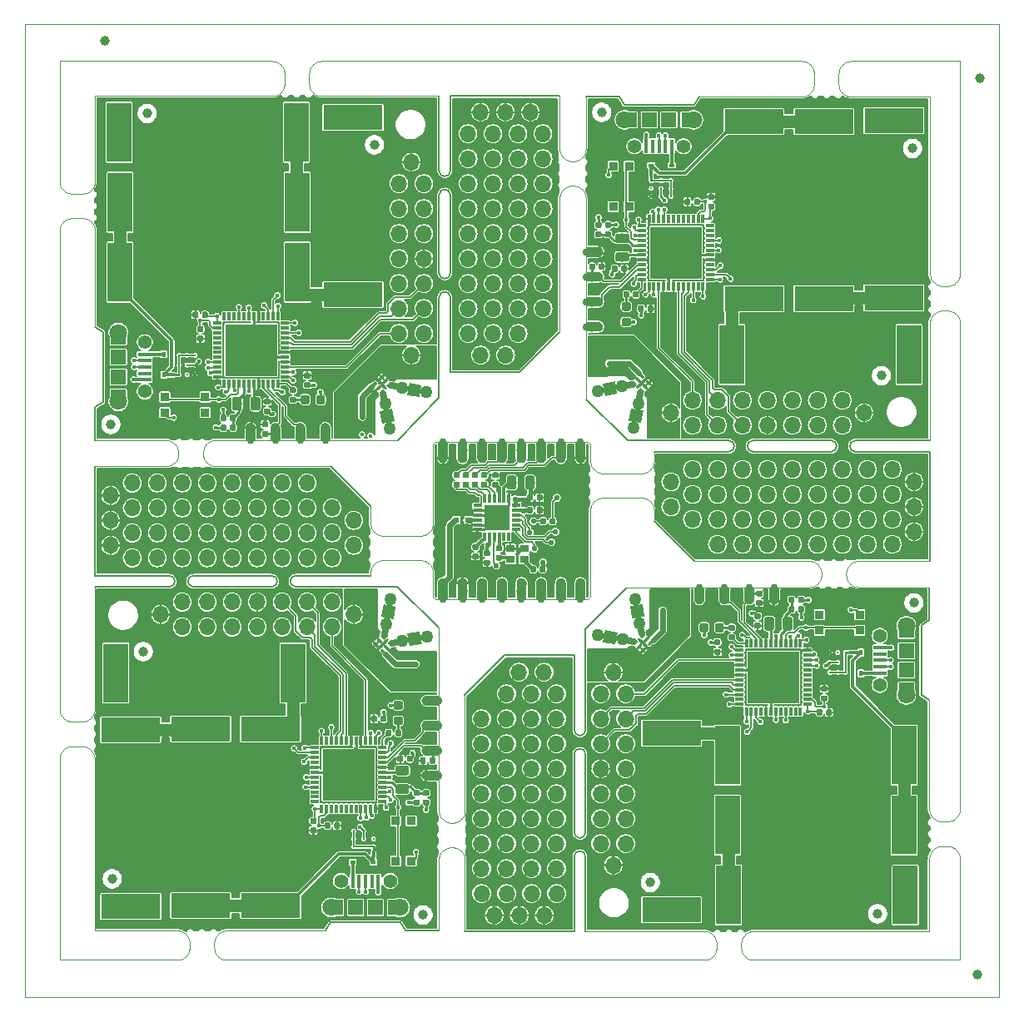
<source format=gbr>
G04 #@! TF.GenerationSoftware,KiCad,Pcbnew,(5.1.4)-1*
G04 #@! TF.CreationDate,2019-09-04T16:38:22-07:00*
G04 #@! TF.ProjectId,output.sprite_panel,6f757470-7574-42e7-9370-726974655f70,rev?*
G04 #@! TF.SameCoordinates,Original*
G04 #@! TF.FileFunction,Copper,L1,Top*
G04 #@! TF.FilePolarity,Positive*
%FSLAX46Y46*%
G04 Gerber Fmt 4.6, Leading zero omitted, Abs format (unit mm)*
G04 Created by KiCad (PCBNEW (5.1.4)-1) date 2019-09-04 16:38:22*
%MOMM*%
%LPD*%
G04 APERTURE LIST*
%ADD10C,0.150000*%
%ADD11C,0.050800*%
%ADD12C,0.100000*%
%ADD13C,0.750000*%
%ADD14C,1.000000*%
%ADD15R,1.550000X1.500000*%
%ADD16C,1.800000*%
%ADD17C,1.408000*%
%ADD18R,1.350000X0.450000*%
%ADD19R,1.500000X1.550000*%
%ADD20R,0.450000X1.350000*%
%ADD21O,1.700000X1.700000*%
%ADD22C,0.590000*%
%ADD23C,0.300000*%
%ADD24C,1.270000*%
%ADD25C,0.975000*%
%ADD26R,0.450000X0.600000*%
%ADD27C,0.875000*%
%ADD28R,6.000000X2.500000*%
%ADD29R,5.250000X5.250000*%
%ADD30R,0.300000X0.850000*%
%ADD31R,0.850000X0.300000*%
%ADD32R,0.900000X0.900000*%
%ADD33R,2.500000X6.000000*%
%ADD34C,0.299999*%
%ADD35R,0.600000X0.450000*%
%ADD36R,0.550000X0.550000*%
%ADD37R,0.300000X0.500000*%
%ADD38R,2.650000X2.650000*%
%ADD39R,0.900000X0.800000*%
%ADD40C,0.450000*%
%ADD41C,0.600000*%
%ADD42C,0.580000*%
%ADD43C,0.330200*%
%ADD44C,0.127000*%
%ADD45C,0.254000*%
%ADD46C,0.152400*%
%ADD47C,0.609600*%
%ADD48C,0.381000*%
%ADD49C,1.270000*%
%ADD50C,0.088900*%
%ADD51C,0.300000*%
%ADD52C,0.530000*%
%ADD53C,0.660400*%
G04 APERTURE END LIST*
D10*
X143649700Y-98425000D02*
X147828000Y-94158400D01*
X142506700Y-129159000D02*
X131394200Y-129159000D01*
X143648956Y-98425000D02*
X143648956Y-108686600D01*
X142506700Y-129159000D02*
X142507444Y-121564400D01*
X178624900Y-97536000D02*
X178624900Y-94158400D01*
X177800000Y-105156000D02*
X178624900Y-105664000D01*
X131394200Y-105156000D02*
X135458200Y-101092000D01*
X135458200Y-101092000D02*
X142507444Y-101092000D01*
X142507444Y-108686600D02*
X142507444Y-101092000D01*
X142506700Y-119100600D02*
X142506700Y-111150400D01*
X177800000Y-105156000D02*
X177800000Y-98044000D01*
X177800000Y-98044000D02*
X178624900Y-97536000D01*
X143648956Y-121564400D02*
X143649700Y-129158400D01*
X143648956Y-111150400D02*
X143648956Y-119100600D01*
X142507444Y-121564400D02*
G75*
G02X143648956Y-121564400I570756J0D01*
G01*
X143648956Y-119100600D02*
G75*
G02X142507444Y-119100600I-570756J0D01*
G01*
X142507444Y-111150400D02*
G75*
G02X143648956Y-111150400I570756J0D01*
G01*
X143648956Y-108686600D02*
G75*
G02X142507444Y-108686600I-570756J0D01*
G01*
X147955000Y-79235300D02*
X143688400Y-75057000D01*
X158216600Y-79236044D02*
G75*
G02X158216600Y-80377556I0J-570756D01*
G01*
X171094400Y-80377556D02*
G75*
G02X171094400Y-79236044I0J570756D01*
G01*
X160680400Y-80377556D02*
G75*
G02X160680400Y-79236044I0J570756D01*
G01*
X168630600Y-79236044D02*
G75*
G02X168630600Y-80377556I0J-570756D01*
G01*
X168630600Y-80378300D02*
X160680400Y-80378300D01*
X158216600Y-80377556D02*
X150622000Y-80377556D01*
X178689000Y-80378300D02*
X178689000Y-91490800D01*
X147955000Y-79236044D02*
X158216600Y-79236044D01*
X171094400Y-79236044D02*
X178688400Y-79235300D01*
X160680400Y-79236044D02*
X168630600Y-79236044D01*
X154686000Y-45085000D02*
X147574000Y-45085000D01*
X147574000Y-45085000D02*
X147066000Y-44260100D01*
X147066000Y-44260100D02*
X143688400Y-44260100D01*
X178689000Y-80378300D02*
X171094400Y-80377556D01*
X154686000Y-91490800D02*
X150622000Y-87426800D01*
X154686000Y-45085000D02*
X155194000Y-44260100D01*
D11*
X86614000Y-36890000D02*
X185740000Y-36890000D01*
X185740000Y-135890000D02*
X185740000Y-36890000D01*
X86614000Y-135890000D02*
X86614000Y-36890000D01*
X86614000Y-135890000D02*
X185740000Y-135890000D01*
D10*
X128766044Y-54254400D02*
G75*
G02X129907556Y-54254400I570756J0D01*
G01*
X129907556Y-51790600D02*
G75*
G02X128766044Y-51790600I-570756J0D01*
G01*
X128766044Y-64668400D02*
G75*
G02X129907556Y-64668400I570756J0D01*
G01*
X129907556Y-62204600D02*
G75*
G02X128766044Y-62204600I-570756J0D01*
G01*
X128765300Y-74930000D02*
X124587000Y-79196600D01*
X129908300Y-54254400D02*
X129908300Y-62204600D01*
X129908300Y-44196000D02*
X129907556Y-51790600D01*
X129907556Y-64668400D02*
X129907556Y-72263000D01*
X128766044Y-74930000D02*
X128766044Y-64668400D01*
X128766044Y-62204600D02*
X128766044Y-54254400D01*
X128766044Y-51790600D02*
X128765300Y-44196600D01*
X136956800Y-72263000D02*
X129907556Y-72263000D01*
X141020800Y-68199000D02*
X136956800Y-72263000D01*
X129908300Y-44196000D02*
X141020800Y-44196000D01*
X94615000Y-68199000D02*
X93790100Y-67691000D01*
X94615000Y-75311000D02*
X93790100Y-75819000D01*
X93790100Y-75819000D02*
X93790100Y-79196600D01*
X94615000Y-68199000D02*
X94615000Y-75311000D01*
X103784400Y-94118956D02*
G75*
G02X103784400Y-92977444I0J570756D01*
G01*
X101320600Y-92977444D02*
G75*
G02X101320600Y-94118956I0J-570756D01*
G01*
X114198400Y-94118956D02*
G75*
G02X114198400Y-92977444I0J570756D01*
G01*
X111734600Y-92977444D02*
G75*
G02X111734600Y-94118956I0J-570756D01*
G01*
X124460000Y-94119700D02*
X128726600Y-98298000D01*
X103784400Y-92976700D02*
X111734600Y-92976700D01*
X93726000Y-92976700D02*
X101320600Y-92977444D01*
X114198400Y-92977444D02*
X121793000Y-92977444D01*
X124460000Y-94118956D02*
X114198400Y-94118956D01*
X111734600Y-94118956D02*
X103784400Y-94118956D01*
X101320600Y-94118956D02*
X93726600Y-94119700D01*
X117729000Y-81864200D02*
X121793000Y-85928200D01*
X93726000Y-92976700D02*
X93726000Y-81864200D01*
X117729000Y-128270000D02*
X117221000Y-129094900D01*
X124841000Y-128270000D02*
X125349000Y-129094900D01*
X125349000Y-129094900D02*
X128726600Y-129094900D01*
X117729000Y-128270000D02*
X124841000Y-128270000D01*
D12*
X144145000Y-95123000D02*
X143891000Y-95377000D01*
X128397000Y-95377000D02*
X128143000Y-95123000D01*
X128143000Y-79629000D02*
X128397000Y-79375000D01*
X143891000Y-79375000D02*
X144145000Y-79629000D01*
X143891000Y-79375000D02*
X128397000Y-79375000D01*
X128397000Y-95375000D02*
X143891000Y-95375000D01*
X160741998Y-132080000D02*
X181736000Y-132080000D01*
X155742010Y-129158400D02*
X143649700Y-129158400D01*
X160742013Y-129158400D02*
X178624900Y-129158400D01*
X160741998Y-132080000D02*
X160642294Y-132072313D01*
X160742013Y-129158400D02*
X160642309Y-129166087D01*
X160642294Y-132072313D02*
X160543476Y-132056985D01*
X160642309Y-129166087D02*
X160543491Y-129181415D01*
X160543476Y-132056985D02*
X160446129Y-132034107D01*
X160543491Y-129181415D02*
X160446144Y-129204293D01*
X160446129Y-132034107D02*
X160350829Y-132003814D01*
X160446144Y-129204293D02*
X160350844Y-129234586D01*
X160350829Y-132003814D02*
X160258139Y-131966285D01*
X160350844Y-129234586D02*
X160258154Y-129272115D01*
X160258139Y-131966285D02*
X160168608Y-131921742D01*
X160258154Y-129272115D02*
X160168623Y-129316658D01*
X160168608Y-131921742D02*
X160082766Y-131870449D01*
X160168623Y-129316658D02*
X160082781Y-129367951D01*
X160082766Y-131870449D02*
X160001121Y-131812709D01*
X160082781Y-129367951D02*
X160001136Y-129425691D01*
X160001121Y-131812709D02*
X159924156Y-131748864D01*
X160001136Y-129425691D02*
X159924171Y-129489536D01*
X159924156Y-131748864D02*
X159852326Y-131679292D01*
X159924171Y-129489536D02*
X159852341Y-129559108D01*
X159852326Y-131679292D02*
X159786056Y-131604405D01*
X159852341Y-129559108D02*
X159786071Y-129633995D01*
X159786056Y-131604405D02*
X159725738Y-131524646D01*
X159786071Y-129633995D02*
X159725753Y-129713754D01*
X159725738Y-131524646D02*
X159671729Y-131440487D01*
X159725753Y-129713754D02*
X159671744Y-129797913D01*
X159671729Y-131440487D02*
X159624349Y-131352426D01*
X159671744Y-129797913D02*
X159624364Y-129885974D01*
X159624349Y-131352426D02*
X159583878Y-131260984D01*
X159624364Y-129885974D02*
X159583893Y-129977416D01*
X159583878Y-131260984D02*
X159550556Y-131166702D01*
X159583893Y-129977416D02*
X159550571Y-130071698D01*
X159550556Y-131166702D02*
X159524580Y-131070138D01*
X159550571Y-130071698D02*
X159524595Y-130168262D01*
X159524580Y-131070138D02*
X159506103Y-130971863D01*
X159524595Y-130168262D02*
X159506118Y-130266537D01*
X159506103Y-130971863D02*
X159495235Y-130872458D01*
X159506118Y-130266537D02*
X159495250Y-130365942D01*
X159495235Y-130872458D02*
X159492040Y-130772512D01*
X159495250Y-130365942D02*
X159492055Y-130465888D01*
X159492040Y-130772512D02*
X159492055Y-130465888D01*
X155742055Y-132080000D02*
X155841759Y-132072313D01*
X155742010Y-129158400D02*
X155841714Y-129166087D01*
X155841759Y-132072313D02*
X155940577Y-132056985D01*
X155841714Y-129166087D02*
X155940532Y-129181415D01*
X155940577Y-132056985D02*
X156037924Y-132034107D01*
X155940532Y-129181415D02*
X156037879Y-129204293D01*
X156037924Y-132034107D02*
X156133224Y-132003814D01*
X156037879Y-129204293D02*
X156133179Y-129234586D01*
X156133224Y-132003814D02*
X156225914Y-131966285D01*
X156133179Y-129234586D02*
X156225869Y-129272115D01*
X156225914Y-131966285D02*
X156315445Y-131921742D01*
X156225869Y-129272115D02*
X156315400Y-129316658D01*
X156315445Y-131921742D02*
X156401287Y-131870449D01*
X156315400Y-129316658D02*
X156401242Y-129367951D01*
X156401287Y-131870449D02*
X156482932Y-131812709D01*
X156401242Y-129367951D02*
X156482887Y-129425691D01*
X156482932Y-131812709D02*
X156559897Y-131748864D01*
X156482887Y-129425691D02*
X156559852Y-129489536D01*
X156559897Y-131748864D02*
X156631727Y-131679292D01*
X156559852Y-129489536D02*
X156631682Y-129559108D01*
X156631727Y-131679292D02*
X156697997Y-131604405D01*
X156631682Y-129559108D02*
X156697952Y-129633995D01*
X156697997Y-131604405D02*
X156758315Y-131524646D01*
X156697952Y-129633995D02*
X156758270Y-129713754D01*
X156758315Y-131524646D02*
X156812324Y-131440487D01*
X156758270Y-129713754D02*
X156812279Y-129797913D01*
X156812324Y-131440487D02*
X156859704Y-131352426D01*
X156812279Y-129797913D02*
X156859659Y-129885974D01*
X156859704Y-131352426D02*
X156900175Y-131260984D01*
X156859659Y-129885974D02*
X156900130Y-129977416D01*
X156900175Y-131260984D02*
X156933497Y-131166702D01*
X156900130Y-129977416D02*
X156933452Y-130071698D01*
X156933497Y-131166702D02*
X156959473Y-131070138D01*
X156933452Y-130071698D02*
X156959428Y-130168262D01*
X156959473Y-131070138D02*
X156977950Y-130971863D01*
X156959428Y-130168262D02*
X156977905Y-130266537D01*
X156977950Y-130971863D02*
X156988818Y-130872458D01*
X156977905Y-130266537D02*
X156988773Y-130365942D01*
X156988818Y-130872458D02*
X156992013Y-130772512D01*
X156988773Y-130365942D02*
X156991968Y-130465888D01*
X156992013Y-130772512D02*
X156991968Y-130465888D01*
X128726600Y-121880008D02*
X128726600Y-129094900D01*
X128726600Y-116879990D02*
X128726600Y-98298000D01*
X131394200Y-121879995D02*
X131394200Y-129158400D01*
X131394200Y-116879990D02*
X131394200Y-105156000D01*
X131394200Y-121879995D02*
X131386513Y-121780291D01*
X128726600Y-121880008D02*
X128734287Y-121780304D01*
X131386513Y-121780291D02*
X131371185Y-121681473D01*
X128734287Y-121780304D02*
X128749615Y-121681486D01*
X131371185Y-121681473D02*
X131348307Y-121584126D01*
X128749615Y-121681486D02*
X128772493Y-121584139D01*
X131348307Y-121584126D02*
X131318014Y-121488826D01*
X128772493Y-121584139D02*
X128802786Y-121488839D01*
X131318014Y-121488826D02*
X131280485Y-121396136D01*
X128802786Y-121488839D02*
X128840315Y-121396149D01*
X131280485Y-121396136D02*
X131235942Y-121306605D01*
X128840315Y-121396149D02*
X128884858Y-121306618D01*
X131235942Y-121306605D02*
X131184649Y-121220763D01*
X128884858Y-121306618D02*
X128936151Y-121220776D01*
X131184649Y-121220763D02*
X131126909Y-121139118D01*
X128936151Y-121220776D02*
X128993891Y-121139131D01*
X131126909Y-121139118D02*
X131063064Y-121062153D01*
X128993891Y-121139131D02*
X129057736Y-121062166D01*
X131063064Y-121062153D02*
X130993492Y-120990323D01*
X129057736Y-121062166D02*
X129127308Y-120990336D01*
X130993492Y-120990323D02*
X130918605Y-120924053D01*
X129127308Y-120990336D02*
X129202195Y-120924066D01*
X130918605Y-120924053D02*
X130838846Y-120863735D01*
X129202195Y-120924066D02*
X129281954Y-120863748D01*
X130838846Y-120863735D02*
X130754687Y-120809726D01*
X129281954Y-120863748D02*
X129366113Y-120809739D01*
X130754687Y-120809726D02*
X130666626Y-120762346D01*
X129366113Y-120809739D02*
X129454174Y-120762359D01*
X130666626Y-120762346D02*
X130575184Y-120721875D01*
X129454174Y-120762359D02*
X129545616Y-120721888D01*
X130575184Y-120721875D02*
X130480902Y-120688553D01*
X129545616Y-120721888D02*
X129639898Y-120688566D01*
X130480902Y-120688553D02*
X130384338Y-120662577D01*
X129639898Y-120688566D02*
X129736462Y-120662590D01*
X130384338Y-120662577D02*
X130286063Y-120644100D01*
X129736462Y-120662590D02*
X129834737Y-120644113D01*
X130286063Y-120644100D02*
X130186658Y-120633232D01*
X129834737Y-120644113D02*
X129934142Y-120633245D01*
X130186658Y-120633232D02*
X130086712Y-120630037D01*
X129934142Y-120633245D02*
X130034088Y-120630050D01*
X130034088Y-120630050D02*
X130086712Y-120630037D01*
X131394200Y-116879990D02*
X131386513Y-116979694D01*
X128726600Y-116879990D02*
X128734287Y-116979694D01*
X131386513Y-116979694D02*
X131371185Y-117078512D01*
X128734287Y-116979694D02*
X128749615Y-117078512D01*
X131371185Y-117078512D02*
X131348307Y-117175859D01*
X128749615Y-117078512D02*
X128772493Y-117175859D01*
X131348307Y-117175859D02*
X131318014Y-117271159D01*
X128772493Y-117175859D02*
X128802786Y-117271159D01*
X131318014Y-117271159D02*
X131280485Y-117363849D01*
X128802786Y-117271159D02*
X128840315Y-117363849D01*
X131280485Y-117363849D02*
X131235942Y-117453380D01*
X128840315Y-117363849D02*
X128884858Y-117453380D01*
X131235942Y-117453380D02*
X131184649Y-117539222D01*
X128884858Y-117453380D02*
X128936151Y-117539222D01*
X131184649Y-117539222D02*
X131126909Y-117620867D01*
X128936151Y-117539222D02*
X128993891Y-117620867D01*
X131126909Y-117620867D02*
X131063064Y-117697832D01*
X128993891Y-117620867D02*
X129057736Y-117697832D01*
X131063064Y-117697832D02*
X130993492Y-117769662D01*
X129057736Y-117697832D02*
X129127308Y-117769662D01*
X130993492Y-117769662D02*
X130918605Y-117835932D01*
X129127308Y-117769662D02*
X129202195Y-117835932D01*
X130918605Y-117835932D02*
X130838846Y-117896250D01*
X129202195Y-117835932D02*
X129281954Y-117896250D01*
X130838846Y-117896250D02*
X130754687Y-117950259D01*
X129281954Y-117896250D02*
X129366113Y-117950259D01*
X130754687Y-117950259D02*
X130666626Y-117997639D01*
X129366113Y-117950259D02*
X129454174Y-117997639D01*
X130666626Y-117997639D02*
X130575184Y-118038110D01*
X129454174Y-117997639D02*
X129545616Y-118038110D01*
X130575184Y-118038110D02*
X130480902Y-118071432D01*
X129545616Y-118038110D02*
X129639898Y-118071432D01*
X130480902Y-118071432D02*
X130384338Y-118097408D01*
X129639898Y-118071432D02*
X129736462Y-118097408D01*
X130384338Y-118097408D02*
X130286063Y-118115885D01*
X129736462Y-118097408D02*
X129834737Y-118115885D01*
X130286063Y-118115885D02*
X130186658Y-118126753D01*
X129834737Y-118115885D02*
X129934142Y-118126753D01*
X130186658Y-118126753D02*
X130086712Y-118129948D01*
X129934142Y-118126753D02*
X130034088Y-118129948D01*
X130034088Y-118129948D02*
X130086712Y-118129948D01*
X101004992Y-79196600D02*
X93790100Y-79196600D01*
X106005010Y-79196600D02*
X124587000Y-79196600D01*
X101005005Y-81864200D02*
X93726600Y-81864200D01*
X106005010Y-81864200D02*
X117729000Y-81864200D01*
X101005005Y-81864200D02*
X101104709Y-81856513D01*
X101004992Y-79196600D02*
X101104696Y-79204287D01*
X101104709Y-81856513D02*
X101203527Y-81841185D01*
X101104696Y-79204287D02*
X101203514Y-79219615D01*
X101203527Y-81841185D02*
X101300874Y-81818307D01*
X101203514Y-79219615D02*
X101300861Y-79242493D01*
X101300874Y-81818307D02*
X101396174Y-81788014D01*
X101300861Y-79242493D02*
X101396161Y-79272786D01*
X101396174Y-81788014D02*
X101488864Y-81750485D01*
X101396161Y-79272786D02*
X101488851Y-79310315D01*
X101488864Y-81750485D02*
X101578395Y-81705942D01*
X101488851Y-79310315D02*
X101578382Y-79354858D01*
X101578395Y-81705942D02*
X101664237Y-81654649D01*
X101578382Y-79354858D02*
X101664224Y-79406151D01*
X101664237Y-81654649D02*
X101745882Y-81596909D01*
X101664224Y-79406151D02*
X101745869Y-79463891D01*
X101745882Y-81596909D02*
X101822847Y-81533064D01*
X101745869Y-79463891D02*
X101822834Y-79527736D01*
X101822847Y-81533064D02*
X101894677Y-81463492D01*
X101822834Y-79527736D02*
X101894664Y-79597308D01*
X101894677Y-81463492D02*
X101960947Y-81388605D01*
X101894664Y-79597308D02*
X101960934Y-79672195D01*
X101960947Y-81388605D02*
X102021265Y-81308846D01*
X101960934Y-79672195D02*
X102021252Y-79751954D01*
X102021265Y-81308846D02*
X102075274Y-81224687D01*
X102021252Y-79751954D02*
X102075261Y-79836113D01*
X102075274Y-81224687D02*
X102122654Y-81136626D01*
X102075261Y-79836113D02*
X102122641Y-79924174D01*
X102122654Y-81136626D02*
X102163125Y-81045184D01*
X102122641Y-79924174D02*
X102163112Y-80015616D01*
X102163125Y-81045184D02*
X102196447Y-80950902D01*
X102163112Y-80015616D02*
X102196434Y-80109898D01*
X102196447Y-80950902D02*
X102222423Y-80854338D01*
X102196434Y-80109898D02*
X102222410Y-80206462D01*
X102222423Y-80854338D02*
X102240900Y-80756063D01*
X102222410Y-80206462D02*
X102240887Y-80304737D01*
X102240900Y-80756063D02*
X102251768Y-80656658D01*
X102240887Y-80304737D02*
X102251755Y-80404142D01*
X102251768Y-80656658D02*
X102254963Y-80556712D01*
X102251755Y-80404142D02*
X102254950Y-80504088D01*
X102254950Y-80504088D02*
X102254963Y-80556712D01*
X106005010Y-81864200D02*
X105905306Y-81856513D01*
X106005010Y-79196600D02*
X105905306Y-79204287D01*
X105905306Y-81856513D02*
X105806488Y-81841185D01*
X105905306Y-79204287D02*
X105806488Y-79219615D01*
X105806488Y-81841185D02*
X105709141Y-81818307D01*
X105806488Y-79219615D02*
X105709141Y-79242493D01*
X105709141Y-81818307D02*
X105613841Y-81788014D01*
X105709141Y-79242493D02*
X105613841Y-79272786D01*
X105613841Y-81788014D02*
X105521151Y-81750485D01*
X105613841Y-79272786D02*
X105521151Y-79310315D01*
X105521151Y-81750485D02*
X105431620Y-81705942D01*
X105521151Y-79310315D02*
X105431620Y-79354858D01*
X105431620Y-81705942D02*
X105345778Y-81654649D01*
X105431620Y-79354858D02*
X105345778Y-79406151D01*
X105345778Y-81654649D02*
X105264133Y-81596909D01*
X105345778Y-79406151D02*
X105264133Y-79463891D01*
X105264133Y-81596909D02*
X105187168Y-81533064D01*
X105264133Y-79463891D02*
X105187168Y-79527736D01*
X105187168Y-81533064D02*
X105115338Y-81463492D01*
X105187168Y-79527736D02*
X105115338Y-79597308D01*
X105115338Y-81463492D02*
X105049068Y-81388605D01*
X105115338Y-79597308D02*
X105049068Y-79672195D01*
X105049068Y-81388605D02*
X104988750Y-81308846D01*
X105049068Y-79672195D02*
X104988750Y-79751954D01*
X104988750Y-81308846D02*
X104934741Y-81224687D01*
X104988750Y-79751954D02*
X104934741Y-79836113D01*
X104934741Y-81224687D02*
X104887361Y-81136626D01*
X104934741Y-79836113D02*
X104887361Y-79924174D01*
X104887361Y-81136626D02*
X104846890Y-81045184D01*
X104887361Y-79924174D02*
X104846890Y-80015616D01*
X104846890Y-81045184D02*
X104813568Y-80950902D01*
X104846890Y-80015616D02*
X104813568Y-80109898D01*
X104813568Y-80950902D02*
X104787592Y-80854338D01*
X104813568Y-80109898D02*
X104787592Y-80206462D01*
X104787592Y-80854338D02*
X104769115Y-80756063D01*
X104787592Y-80206462D02*
X104769115Y-80304737D01*
X104769115Y-80756063D02*
X104758247Y-80656658D01*
X104769115Y-80304737D02*
X104758247Y-80404142D01*
X104758247Y-80656658D02*
X104755052Y-80556712D01*
X104758247Y-80404142D02*
X104755052Y-80504088D01*
X104755052Y-80504088D02*
X104755052Y-80556712D01*
X171409995Y-91490800D02*
X178688400Y-91490800D01*
X166409990Y-91490800D02*
X154686000Y-91490800D01*
X171410008Y-94158400D02*
X178624900Y-94158400D01*
X166409990Y-94158400D02*
X147828000Y-94158400D01*
X166409990Y-94158400D02*
X166509694Y-94150713D01*
X166409990Y-91490800D02*
X166509694Y-91498487D01*
X166509694Y-94150713D02*
X166608512Y-94135385D01*
X166509694Y-91498487D02*
X166608512Y-91513815D01*
X166608512Y-94135385D02*
X166705859Y-94112507D01*
X166608512Y-91513815D02*
X166705859Y-91536693D01*
X166705859Y-94112507D02*
X166801159Y-94082214D01*
X166705859Y-91536693D02*
X166801159Y-91566986D01*
X166801159Y-94082214D02*
X166893849Y-94044685D01*
X166801159Y-91566986D02*
X166893849Y-91604515D01*
X166893849Y-94044685D02*
X166983380Y-94000142D01*
X166893849Y-91604515D02*
X166983380Y-91649058D01*
X166983380Y-94000142D02*
X167069222Y-93948849D01*
X166983380Y-91649058D02*
X167069222Y-91700351D01*
X167069222Y-93948849D02*
X167150867Y-93891109D01*
X167069222Y-91700351D02*
X167150867Y-91758091D01*
X167150867Y-93891109D02*
X167227832Y-93827264D01*
X167150867Y-91758091D02*
X167227832Y-91821936D01*
X167227832Y-93827264D02*
X167299662Y-93757692D01*
X167227832Y-91821936D02*
X167299662Y-91891508D01*
X167299662Y-93757692D02*
X167365932Y-93682805D01*
X167299662Y-91891508D02*
X167365932Y-91966395D01*
X167365932Y-93682805D02*
X167426250Y-93603046D01*
X167365932Y-91966395D02*
X167426250Y-92046154D01*
X167426250Y-93603046D02*
X167480259Y-93518887D01*
X167426250Y-92046154D02*
X167480259Y-92130313D01*
X167480259Y-93518887D02*
X167527639Y-93430826D01*
X167480259Y-92130313D02*
X167527639Y-92218374D01*
X167527639Y-93430826D02*
X167568110Y-93339384D01*
X167527639Y-92218374D02*
X167568110Y-92309816D01*
X167568110Y-93339384D02*
X167601432Y-93245102D01*
X167568110Y-92309816D02*
X167601432Y-92404098D01*
X167601432Y-93245102D02*
X167627408Y-93148538D01*
X167601432Y-92404098D02*
X167627408Y-92500662D01*
X167627408Y-93148538D02*
X167645885Y-93050263D01*
X167627408Y-92500662D02*
X167645885Y-92598937D01*
X167645885Y-93050263D02*
X167656753Y-92950858D01*
X167645885Y-92598937D02*
X167656753Y-92698342D01*
X167656753Y-92950858D02*
X167659948Y-92850912D01*
X167656753Y-92698342D02*
X167659948Y-92798288D01*
X167659948Y-92798288D02*
X167659948Y-92850912D01*
X171409995Y-91490800D02*
X171310291Y-91498487D01*
X171410008Y-94158400D02*
X171310304Y-94150713D01*
X171310291Y-91498487D02*
X171211473Y-91513815D01*
X171310304Y-94150713D02*
X171211486Y-94135385D01*
X171211473Y-91513815D02*
X171114126Y-91536693D01*
X171211486Y-94135385D02*
X171114139Y-94112507D01*
X171114126Y-91536693D02*
X171018826Y-91566986D01*
X171114139Y-94112507D02*
X171018839Y-94082214D01*
X171018826Y-91566986D02*
X170926136Y-91604515D01*
X171018839Y-94082214D02*
X170926149Y-94044685D01*
X170926136Y-91604515D02*
X170836605Y-91649058D01*
X170926149Y-94044685D02*
X170836618Y-94000142D01*
X170836605Y-91649058D02*
X170750763Y-91700351D01*
X170836618Y-94000142D02*
X170750776Y-93948849D01*
X170750763Y-91700351D02*
X170669118Y-91758091D01*
X170750776Y-93948849D02*
X170669131Y-93891109D01*
X170669118Y-91758091D02*
X170592153Y-91821936D01*
X170669131Y-93891109D02*
X170592166Y-93827264D01*
X170592153Y-91821936D02*
X170520323Y-91891508D01*
X170592166Y-93827264D02*
X170520336Y-93757692D01*
X170520323Y-91891508D02*
X170454053Y-91966395D01*
X170520336Y-93757692D02*
X170454066Y-93682805D01*
X170454053Y-91966395D02*
X170393735Y-92046154D01*
X170454066Y-93682805D02*
X170393748Y-93603046D01*
X170393735Y-92046154D02*
X170339726Y-92130313D01*
X170393748Y-93603046D02*
X170339739Y-93518887D01*
X170339726Y-92130313D02*
X170292346Y-92218374D01*
X170339739Y-93518887D02*
X170292359Y-93430826D01*
X170292346Y-92218374D02*
X170251875Y-92309816D01*
X170292359Y-93430826D02*
X170251888Y-93339384D01*
X170251875Y-92309816D02*
X170218553Y-92404098D01*
X170251888Y-93339384D02*
X170218566Y-93245102D01*
X170218553Y-92404098D02*
X170192577Y-92500662D01*
X170218566Y-93245102D02*
X170192590Y-93148538D01*
X170192577Y-92500662D02*
X170174100Y-92598937D01*
X170192590Y-93148538D02*
X170174113Y-93050263D01*
X170174100Y-92598937D02*
X170163232Y-92698342D01*
X170174113Y-93050263D02*
X170163245Y-92950858D01*
X170163232Y-92698342D02*
X170160037Y-92798288D01*
X170163245Y-92950858D02*
X170160050Y-92850912D01*
X170160037Y-92798288D02*
X170160050Y-92850912D01*
X143688400Y-49569992D02*
X143688400Y-44260100D01*
X143688400Y-54570008D02*
X143688400Y-75057000D01*
X141020800Y-49569997D02*
X141020800Y-44196600D01*
X141020800Y-54569995D02*
X141020800Y-68199000D01*
X141020800Y-49569997D02*
X141028487Y-49669701D01*
X143688400Y-49569992D02*
X143680713Y-49669696D01*
X141028487Y-49669701D02*
X141043815Y-49768519D01*
X143680713Y-49669696D02*
X143665385Y-49768514D01*
X141043815Y-49768519D02*
X141066693Y-49865866D01*
X143665385Y-49768514D02*
X143642507Y-49865861D01*
X141066693Y-49865866D02*
X141096986Y-49961166D01*
X143642507Y-49865861D02*
X143612214Y-49961161D01*
X141096986Y-49961166D02*
X141134515Y-50053856D01*
X143612214Y-49961161D02*
X143574685Y-50053851D01*
X141134515Y-50053856D02*
X141179058Y-50143387D01*
X143574685Y-50053851D02*
X143530142Y-50143382D01*
X141179058Y-50143387D02*
X141230351Y-50229229D01*
X143530142Y-50143382D02*
X143478849Y-50229224D01*
X141230351Y-50229229D02*
X141288091Y-50310874D01*
X143478849Y-50229224D02*
X143421109Y-50310869D01*
X141288091Y-50310874D02*
X141351936Y-50387839D01*
X143421109Y-50310869D02*
X143357264Y-50387834D01*
X141351936Y-50387839D02*
X141421508Y-50459669D01*
X143357264Y-50387834D02*
X143287692Y-50459664D01*
X141421508Y-50459669D02*
X141496395Y-50525939D01*
X143287692Y-50459664D02*
X143212805Y-50525934D01*
X141496395Y-50525939D02*
X141576154Y-50586257D01*
X143212805Y-50525934D02*
X143133046Y-50586252D01*
X141576154Y-50586257D02*
X141660313Y-50640266D01*
X143133046Y-50586252D02*
X143048887Y-50640261D01*
X141660313Y-50640266D02*
X141748374Y-50687646D01*
X143048887Y-50640261D02*
X142960826Y-50687641D01*
X141748374Y-50687646D02*
X141839816Y-50728117D01*
X142960826Y-50687641D02*
X142869384Y-50728112D01*
X141839816Y-50728117D02*
X141934098Y-50761439D01*
X142869384Y-50728112D02*
X142775102Y-50761434D01*
X141934098Y-50761439D02*
X142030662Y-50787415D01*
X142775102Y-50761434D02*
X142678538Y-50787410D01*
X142030662Y-50787415D02*
X142128937Y-50805892D01*
X142678538Y-50787410D02*
X142580263Y-50805887D01*
X142128937Y-50805892D02*
X142228342Y-50816760D01*
X142580263Y-50805887D02*
X142480858Y-50816755D01*
X142228342Y-50816760D02*
X142328288Y-50819955D01*
X142480858Y-50816755D02*
X142380912Y-50819950D01*
X142380912Y-50819950D02*
X142328288Y-50819955D01*
X141020800Y-54569995D02*
X141028487Y-54470291D01*
X143688400Y-54570008D02*
X143680713Y-54470304D01*
X141028487Y-54470291D02*
X141043815Y-54371473D01*
X143680713Y-54470304D02*
X143665385Y-54371486D01*
X141043815Y-54371473D02*
X141066693Y-54274126D01*
X143665385Y-54371486D02*
X143642507Y-54274139D01*
X141066693Y-54274126D02*
X141096986Y-54178826D01*
X143642507Y-54274139D02*
X143612214Y-54178839D01*
X141096986Y-54178826D02*
X141134515Y-54086136D01*
X143612214Y-54178839D02*
X143574685Y-54086149D01*
X141134515Y-54086136D02*
X141179058Y-53996605D01*
X143574685Y-54086149D02*
X143530142Y-53996618D01*
X141179058Y-53996605D02*
X141230351Y-53910763D01*
X143530142Y-53996618D02*
X143478849Y-53910776D01*
X141230351Y-53910763D02*
X141288091Y-53829118D01*
X143478849Y-53910776D02*
X143421109Y-53829131D01*
X141288091Y-53829118D02*
X141351936Y-53752153D01*
X143421109Y-53829131D02*
X143357264Y-53752166D01*
X141351936Y-53752153D02*
X141421508Y-53680323D01*
X143357264Y-53752166D02*
X143287692Y-53680336D01*
X141421508Y-53680323D02*
X141496395Y-53614053D01*
X143287692Y-53680336D02*
X143212805Y-53614066D01*
X141496395Y-53614053D02*
X141576154Y-53553735D01*
X143212805Y-53614066D02*
X143133046Y-53553748D01*
X141576154Y-53553735D02*
X141660313Y-53499726D01*
X143133046Y-53553748D02*
X143048887Y-53499739D01*
X141660313Y-53499726D02*
X141748374Y-53452346D01*
X143048887Y-53499739D02*
X142960826Y-53452359D01*
X141748374Y-53452346D02*
X141839816Y-53411875D01*
X142960826Y-53452359D02*
X142869384Y-53411888D01*
X141839816Y-53411875D02*
X141934098Y-53378553D01*
X142869384Y-53411888D02*
X142775102Y-53378566D01*
X141934098Y-53378553D02*
X142030662Y-53352577D01*
X142775102Y-53378566D02*
X142678538Y-53352590D01*
X142030662Y-53352577D02*
X142128937Y-53334100D01*
X142678538Y-53352590D02*
X142580263Y-53334113D01*
X142128937Y-53334100D02*
X142228342Y-53323232D01*
X142580263Y-53334113D02*
X142480858Y-53323245D01*
X142228342Y-53323232D02*
X142328288Y-53320037D01*
X142480858Y-53323245D02*
X142380912Y-53320050D01*
X142380912Y-53320050D02*
X142328288Y-53320037D01*
X181736000Y-121753015D02*
X181736000Y-132080000D01*
X178624900Y-121753000D02*
X178624900Y-129158400D01*
X178624900Y-116752997D02*
X178624900Y-105664000D01*
X178624900Y-116752997D02*
X178632587Y-116852701D01*
X181736000Y-116752910D02*
X181728313Y-116852614D01*
X178632587Y-116852701D02*
X178647915Y-116951519D01*
X181728313Y-116852614D02*
X181712985Y-116951432D01*
X178647915Y-116951519D02*
X178670793Y-117048866D01*
X181712985Y-116951432D02*
X181690107Y-117048779D01*
X178670793Y-117048866D02*
X178701086Y-117144166D01*
X181690107Y-117048779D02*
X181659814Y-117144079D01*
X178701086Y-117144166D02*
X178738615Y-117236856D01*
X181659814Y-117144079D02*
X181622285Y-117236769D01*
X178738615Y-117236856D02*
X178783158Y-117326387D01*
X181622285Y-117236769D02*
X181577742Y-117326300D01*
X178783158Y-117326387D02*
X178834451Y-117412229D01*
X181577742Y-117326300D02*
X181526449Y-117412142D01*
X178834451Y-117412229D02*
X178892191Y-117493874D01*
X181526449Y-117412142D02*
X181468709Y-117493787D01*
X178892191Y-117493874D02*
X178956036Y-117570839D01*
X181468709Y-117493787D02*
X181404864Y-117570752D01*
X178956036Y-117570839D02*
X179025608Y-117642669D01*
X181404864Y-117570752D02*
X181335292Y-117642582D01*
X179025608Y-117642669D02*
X179100495Y-117708939D01*
X181335292Y-117642582D02*
X181260405Y-117708852D01*
X179100495Y-117708939D02*
X179180254Y-117769257D01*
X181260405Y-117708852D02*
X181180646Y-117769170D01*
X179180254Y-117769257D02*
X179264413Y-117823266D01*
X181180646Y-117769170D02*
X181096487Y-117823179D01*
X179264413Y-117823266D02*
X179352474Y-117870646D01*
X181096487Y-117823179D02*
X181008426Y-117870559D01*
X179352474Y-117870646D02*
X179443916Y-117911117D01*
X181008426Y-117870559D02*
X180916984Y-117911030D01*
X179443916Y-117911117D02*
X179538198Y-117944439D01*
X180916984Y-117911030D02*
X180822702Y-117944352D01*
X179538198Y-117944439D02*
X179634762Y-117970415D01*
X180822702Y-117944352D02*
X180726138Y-117970328D01*
X179634762Y-117970415D02*
X179733037Y-117988892D01*
X180726138Y-117970328D02*
X180627863Y-117988805D01*
X179733037Y-117988892D02*
X179832442Y-117999760D01*
X180627863Y-117988805D02*
X180528458Y-117999673D01*
X179832442Y-117999760D02*
X179932388Y-118002955D01*
X180528458Y-117999673D02*
X180428512Y-118002868D01*
X180428512Y-118002868D02*
X179932388Y-118002955D01*
X178624900Y-121753000D02*
X178632587Y-121653296D01*
X181736000Y-121753015D02*
X181728313Y-121653311D01*
X178632587Y-121653296D02*
X178647915Y-121554478D01*
X181728313Y-121653311D02*
X181712985Y-121554493D01*
X178647915Y-121554478D02*
X178670793Y-121457131D01*
X181712985Y-121554493D02*
X181690107Y-121457146D01*
X178670793Y-121457131D02*
X178701086Y-121361831D01*
X181690107Y-121457146D02*
X181659814Y-121361846D01*
X178701086Y-121361831D02*
X178738615Y-121269141D01*
X181659814Y-121361846D02*
X181622285Y-121269156D01*
X178738615Y-121269141D02*
X178783158Y-121179610D01*
X181622285Y-121269156D02*
X181577742Y-121179625D01*
X178783158Y-121179610D02*
X178834451Y-121093768D01*
X181577742Y-121179625D02*
X181526449Y-121093783D01*
X178834451Y-121093768D02*
X178892191Y-121012123D01*
X181526449Y-121093783D02*
X181468709Y-121012138D01*
X178892191Y-121012123D02*
X178956036Y-120935158D01*
X181468709Y-121012138D02*
X181404864Y-120935173D01*
X178956036Y-120935158D02*
X179025608Y-120863328D01*
X181404864Y-120935173D02*
X181335292Y-120863343D01*
X179025608Y-120863328D02*
X179100495Y-120797058D01*
X181335292Y-120863343D02*
X181260405Y-120797073D01*
X179100495Y-120797058D02*
X179180254Y-120736740D01*
X181260405Y-120797073D02*
X181180646Y-120736755D01*
X179180254Y-120736740D02*
X179264413Y-120682731D01*
X181180646Y-120736755D02*
X181096487Y-120682746D01*
X179264413Y-120682731D02*
X179352474Y-120635351D01*
X181096487Y-120682746D02*
X181008426Y-120635366D01*
X179352474Y-120635351D02*
X179443916Y-120594880D01*
X181008426Y-120635366D02*
X180916984Y-120594895D01*
X179443916Y-120594880D02*
X179538198Y-120561558D01*
X180916984Y-120594895D02*
X180822702Y-120561573D01*
X179538198Y-120561558D02*
X179634762Y-120535582D01*
X180822702Y-120561573D02*
X180726138Y-120535597D01*
X179634762Y-120535582D02*
X179733037Y-120517105D01*
X180726138Y-120535597D02*
X180627863Y-120517120D01*
X179733037Y-120517105D02*
X179832442Y-120506237D01*
X180627863Y-120517120D02*
X180528458Y-120506252D01*
X179832442Y-120506237D02*
X179932388Y-120503042D01*
X180528458Y-120506252D02*
X180428512Y-120503057D01*
X180428512Y-120503057D02*
X179932388Y-120503042D01*
X181736000Y-67269988D02*
X181736000Y-116752910D01*
X181736000Y-62270012D02*
X181736000Y-40640000D01*
X178688400Y-67270003D02*
X178688400Y-79235300D01*
X178688400Y-62269997D02*
X178688400Y-44260100D01*
X181736000Y-62270012D02*
X181728313Y-62369716D01*
X178688400Y-62269997D02*
X178696087Y-62369701D01*
X181728313Y-62369716D02*
X181712985Y-62468534D01*
X178696087Y-62369701D02*
X178711415Y-62468519D01*
X181712985Y-62468534D02*
X181690107Y-62565881D01*
X178711415Y-62468519D02*
X178734293Y-62565866D01*
X181690107Y-62565881D02*
X181659814Y-62661181D01*
X178734293Y-62565866D02*
X178764586Y-62661166D01*
X181659814Y-62661181D02*
X181622285Y-62753871D01*
X178764586Y-62661166D02*
X178802115Y-62753856D01*
X181622285Y-62753871D02*
X181577742Y-62843402D01*
X178802115Y-62753856D02*
X178846658Y-62843387D01*
X181577742Y-62843402D02*
X181526449Y-62929244D01*
X178846658Y-62843387D02*
X178897951Y-62929229D01*
X181526449Y-62929244D02*
X181468709Y-63010889D01*
X178897951Y-62929229D02*
X178955691Y-63010874D01*
X181468709Y-63010889D02*
X181404864Y-63087854D01*
X178955691Y-63010874D02*
X179019536Y-63087839D01*
X181404864Y-63087854D02*
X181335292Y-63159684D01*
X179019536Y-63087839D02*
X179089108Y-63159669D01*
X181335292Y-63159684D02*
X181260405Y-63225954D01*
X179089108Y-63159669D02*
X179163995Y-63225939D01*
X181260405Y-63225954D02*
X181180646Y-63286272D01*
X179163995Y-63225939D02*
X179243754Y-63286257D01*
X181180646Y-63286272D02*
X181096487Y-63340281D01*
X179243754Y-63286257D02*
X179327913Y-63340266D01*
X181096487Y-63340281D02*
X181008426Y-63387661D01*
X179327913Y-63340266D02*
X179415974Y-63387646D01*
X181008426Y-63387661D02*
X180916984Y-63428132D01*
X179415974Y-63387646D02*
X179507416Y-63428117D01*
X180916984Y-63428132D02*
X180822702Y-63461454D01*
X179507416Y-63428117D02*
X179601698Y-63461439D01*
X180822702Y-63461454D02*
X180726138Y-63487430D01*
X179601698Y-63461439D02*
X179698262Y-63487415D01*
X180726138Y-63487430D02*
X180627863Y-63505907D01*
X179698262Y-63487415D02*
X179796537Y-63505892D01*
X180627863Y-63505907D02*
X180528458Y-63516775D01*
X179796537Y-63505892D02*
X179895942Y-63516760D01*
X180528458Y-63516775D02*
X180428512Y-63519970D01*
X179895942Y-63516760D02*
X179995888Y-63519955D01*
X180428512Y-63519970D02*
X179995888Y-63519955D01*
X181736000Y-67269988D02*
X181728313Y-67170284D01*
X178688400Y-67270003D02*
X178696087Y-67170299D01*
X181728313Y-67170284D02*
X181712985Y-67071466D01*
X178696087Y-67170299D02*
X178711415Y-67071481D01*
X181712985Y-67071466D02*
X181690107Y-66974119D01*
X178711415Y-67071481D02*
X178734293Y-66974134D01*
X181690107Y-66974119D02*
X181659814Y-66878819D01*
X178734293Y-66974134D02*
X178764586Y-66878834D01*
X181659814Y-66878819D02*
X181622285Y-66786129D01*
X178764586Y-66878834D02*
X178802115Y-66786144D01*
X181622285Y-66786129D02*
X181577742Y-66696598D01*
X178802115Y-66786144D02*
X178846658Y-66696613D01*
X181577742Y-66696598D02*
X181526449Y-66610756D01*
X178846658Y-66696613D02*
X178897951Y-66610771D01*
X181526449Y-66610756D02*
X181468709Y-66529111D01*
X178897951Y-66610771D02*
X178955691Y-66529126D01*
X181468709Y-66529111D02*
X181404864Y-66452146D01*
X178955691Y-66529126D02*
X179019536Y-66452161D01*
X181404864Y-66452146D02*
X181335292Y-66380316D01*
X179019536Y-66452161D02*
X179089108Y-66380331D01*
X181335292Y-66380316D02*
X181260405Y-66314046D01*
X179089108Y-66380331D02*
X179163995Y-66314061D01*
X181260405Y-66314046D02*
X181180646Y-66253728D01*
X179163995Y-66314061D02*
X179243754Y-66253743D01*
X181180646Y-66253728D02*
X181096487Y-66199719D01*
X179243754Y-66253743D02*
X179327913Y-66199734D01*
X181096487Y-66199719D02*
X181008426Y-66152339D01*
X179327913Y-66199734D02*
X179415974Y-66152354D01*
X181008426Y-66152339D02*
X180916984Y-66111868D01*
X179415974Y-66152354D02*
X179507416Y-66111883D01*
X180916984Y-66111868D02*
X180822702Y-66078546D01*
X179507416Y-66111883D02*
X179601698Y-66078561D01*
X180822702Y-66078546D02*
X180726138Y-66052570D01*
X179601698Y-66078561D02*
X179698262Y-66052585D01*
X180726138Y-66052570D02*
X180627863Y-66034093D01*
X179698262Y-66052585D02*
X179796537Y-66034108D01*
X180627863Y-66034093D02*
X180528458Y-66023225D01*
X179796537Y-66034108D02*
X179895942Y-66023240D01*
X180528458Y-66023225D02*
X180428512Y-66020030D01*
X179895942Y-66023240D02*
X179995888Y-66020045D01*
X180428512Y-66020030D02*
X179995888Y-66020045D01*
X128145000Y-87669990D02*
X128145000Y-79629000D01*
X128145000Y-92670003D02*
X128145000Y-95123000D01*
X121793000Y-87670000D02*
X121793000Y-85928200D01*
X121793000Y-92670000D02*
X121793000Y-92977444D01*
X121793000Y-87670000D02*
X121800687Y-87769704D01*
X128145000Y-87669990D02*
X128137313Y-87769694D01*
X121800687Y-87769704D02*
X121816015Y-87868522D01*
X128137313Y-87769694D02*
X128121985Y-87868512D01*
X121816015Y-87868522D02*
X121838893Y-87965869D01*
X128121985Y-87868512D02*
X128099107Y-87965859D01*
X121838893Y-87965869D02*
X121869186Y-88061169D01*
X128099107Y-87965859D02*
X128068814Y-88061159D01*
X121869186Y-88061169D02*
X121906715Y-88153859D01*
X128068814Y-88061159D02*
X128031285Y-88153849D01*
X121906715Y-88153859D02*
X121951258Y-88243390D01*
X128031285Y-88153849D02*
X127986742Y-88243380D01*
X121951258Y-88243390D02*
X122002551Y-88329232D01*
X127986742Y-88243380D02*
X127935449Y-88329222D01*
X122002551Y-88329232D02*
X122060291Y-88410877D01*
X127935449Y-88329222D02*
X127877709Y-88410867D01*
X122060291Y-88410877D02*
X122124136Y-88487842D01*
X127877709Y-88410867D02*
X127813864Y-88487832D01*
X122124136Y-88487842D02*
X122193708Y-88559672D01*
X127813864Y-88487832D02*
X127744292Y-88559662D01*
X122193708Y-88559672D02*
X122268595Y-88625942D01*
X127744292Y-88559662D02*
X127669405Y-88625932D01*
X122268595Y-88625942D02*
X122348354Y-88686260D01*
X127669405Y-88625932D02*
X127589646Y-88686250D01*
X122348354Y-88686260D02*
X122432513Y-88740269D01*
X127589646Y-88686250D02*
X127505487Y-88740259D01*
X122432513Y-88740269D02*
X122520574Y-88787649D01*
X127505487Y-88740259D02*
X127417426Y-88787639D01*
X122520574Y-88787649D02*
X122612016Y-88828120D01*
X127417426Y-88787639D02*
X127325984Y-88828110D01*
X122612016Y-88828120D02*
X122706298Y-88861442D01*
X127325984Y-88828110D02*
X127231702Y-88861432D01*
X122706298Y-88861442D02*
X122802862Y-88887418D01*
X127231702Y-88861432D02*
X127135138Y-88887408D01*
X122802862Y-88887418D02*
X122901137Y-88905895D01*
X127135138Y-88887408D02*
X127036863Y-88905885D01*
X122901137Y-88905895D02*
X123000542Y-88916763D01*
X127036863Y-88905885D02*
X126937458Y-88916753D01*
X123000542Y-88916763D02*
X123100488Y-88919958D01*
X126937458Y-88916753D02*
X126837512Y-88919948D01*
X126837512Y-88919948D02*
X123100488Y-88919958D01*
X121793000Y-92670000D02*
X121800687Y-92570296D01*
X128145000Y-92670003D02*
X128137313Y-92570299D01*
X121800687Y-92570296D02*
X121816015Y-92471478D01*
X128137313Y-92570299D02*
X128121985Y-92471481D01*
X121816015Y-92471478D02*
X121838893Y-92374131D01*
X128121985Y-92471481D02*
X128099107Y-92374134D01*
X121838893Y-92374131D02*
X121869186Y-92278831D01*
X128099107Y-92374134D02*
X128068814Y-92278834D01*
X121869186Y-92278831D02*
X121906715Y-92186141D01*
X128068814Y-92278834D02*
X128031285Y-92186144D01*
X121906715Y-92186141D02*
X121951258Y-92096610D01*
X128031285Y-92186144D02*
X127986742Y-92096613D01*
X121951258Y-92096610D02*
X122002551Y-92010768D01*
X127986742Y-92096613D02*
X127935449Y-92010771D01*
X122002551Y-92010768D02*
X122060291Y-91929123D01*
X127935449Y-92010771D02*
X127877709Y-91929126D01*
X122060291Y-91929123D02*
X122124136Y-91852158D01*
X127877709Y-91929126D02*
X127813864Y-91852161D01*
X122124136Y-91852158D02*
X122193708Y-91780328D01*
X127813864Y-91852161D02*
X127744292Y-91780331D01*
X122193708Y-91780328D02*
X122268595Y-91714058D01*
X127744292Y-91780331D02*
X127669405Y-91714061D01*
X122268595Y-91714058D02*
X122348354Y-91653740D01*
X127669405Y-91714061D02*
X127589646Y-91653743D01*
X122348354Y-91653740D02*
X122432513Y-91599731D01*
X127589646Y-91653743D02*
X127505487Y-91599734D01*
X122432513Y-91599731D02*
X122520574Y-91552351D01*
X127505487Y-91599734D02*
X127417426Y-91552354D01*
X122520574Y-91552351D02*
X122612016Y-91511880D01*
X127417426Y-91552354D02*
X127325984Y-91511883D01*
X122612016Y-91511880D02*
X122706298Y-91478558D01*
X127325984Y-91511883D02*
X127231702Y-91478561D01*
X122706298Y-91478558D02*
X122802862Y-91452582D01*
X127231702Y-91478561D02*
X127135138Y-91452585D01*
X122802862Y-91452582D02*
X122901137Y-91434105D01*
X127135138Y-91452585D02*
X127036863Y-91434108D01*
X122901137Y-91434105D02*
X123000542Y-91423237D01*
X127036863Y-91434108D02*
X126937458Y-91423240D01*
X123000542Y-91423237D02*
X123100488Y-91420042D01*
X126937458Y-91423240D02*
X126837512Y-91420045D01*
X126837512Y-91420045D02*
X123100488Y-91420042D01*
X150622000Y-86320000D02*
X150622000Y-87426800D01*
X150622000Y-81320002D02*
X150622000Y-80377556D01*
X144145000Y-81319995D02*
X144145000Y-79629000D01*
X144145000Y-86319998D02*
X144145000Y-95123000D01*
X150622000Y-81320002D02*
X150614313Y-81419706D01*
X144145000Y-81319995D02*
X144152687Y-81419699D01*
X150614313Y-81419706D02*
X150598985Y-81518524D01*
X144152687Y-81419699D02*
X144168015Y-81518517D01*
X150598985Y-81518524D02*
X150576107Y-81615871D01*
X144168015Y-81518517D02*
X144190893Y-81615864D01*
X150576107Y-81615871D02*
X150545814Y-81711171D01*
X144190893Y-81615864D02*
X144221186Y-81711164D01*
X150545814Y-81711171D02*
X150508285Y-81803861D01*
X144221186Y-81711164D02*
X144258715Y-81803854D01*
X150508285Y-81803861D02*
X150463742Y-81893392D01*
X144258715Y-81803854D02*
X144303258Y-81893385D01*
X150463742Y-81893392D02*
X150412449Y-81979234D01*
X144303258Y-81893385D02*
X144354551Y-81979227D01*
X150412449Y-81979234D02*
X150354709Y-82060879D01*
X144354551Y-81979227D02*
X144412291Y-82060872D01*
X150354709Y-82060879D02*
X150290864Y-82137844D01*
X144412291Y-82060872D02*
X144476136Y-82137837D01*
X150290864Y-82137844D02*
X150221292Y-82209674D01*
X144476136Y-82137837D02*
X144545708Y-82209667D01*
X150221292Y-82209674D02*
X150146405Y-82275944D01*
X144545708Y-82209667D02*
X144620595Y-82275937D01*
X150146405Y-82275944D02*
X150066646Y-82336262D01*
X144620595Y-82275937D02*
X144700354Y-82336255D01*
X150066646Y-82336262D02*
X149982487Y-82390271D01*
X144700354Y-82336255D02*
X144784513Y-82390264D01*
X149982487Y-82390271D02*
X149894426Y-82437651D01*
X144784513Y-82390264D02*
X144872574Y-82437644D01*
X149894426Y-82437651D02*
X149802984Y-82478122D01*
X144872574Y-82437644D02*
X144964016Y-82478115D01*
X149802984Y-82478122D02*
X149708702Y-82511444D01*
X144964016Y-82478115D02*
X145058298Y-82511437D01*
X149708702Y-82511444D02*
X149612138Y-82537420D01*
X145058298Y-82511437D02*
X145154862Y-82537413D01*
X149612138Y-82537420D02*
X149513863Y-82555897D01*
X145154862Y-82537413D02*
X145253137Y-82555890D01*
X149513863Y-82555897D02*
X149414458Y-82566765D01*
X145253137Y-82555890D02*
X145352542Y-82566758D01*
X149414458Y-82566765D02*
X149314512Y-82569960D01*
X145352542Y-82566758D02*
X145452488Y-82569953D01*
X149314512Y-82569960D02*
X145452488Y-82569953D01*
X144145000Y-86319998D02*
X144152687Y-86220294D01*
X150622000Y-86320000D02*
X150614313Y-86220296D01*
X144152687Y-86220294D02*
X144168015Y-86121476D01*
X150614313Y-86220296D02*
X150598985Y-86121478D01*
X144168015Y-86121476D02*
X144190893Y-86024129D01*
X150598985Y-86121478D02*
X150576107Y-86024131D01*
X144190893Y-86024129D02*
X144221186Y-85928829D01*
X150576107Y-86024131D02*
X150545814Y-85928831D01*
X144221186Y-85928829D02*
X144258715Y-85836139D01*
X150545814Y-85928831D02*
X150508285Y-85836141D01*
X144258715Y-85836139D02*
X144303258Y-85746608D01*
X150508285Y-85836141D02*
X150463742Y-85746610D01*
X144303258Y-85746608D02*
X144354551Y-85660766D01*
X150463742Y-85746610D02*
X150412449Y-85660768D01*
X144354551Y-85660766D02*
X144412291Y-85579121D01*
X150412449Y-85660768D02*
X150354709Y-85579123D01*
X144412291Y-85579121D02*
X144476136Y-85502156D01*
X150354709Y-85579123D02*
X150290864Y-85502158D01*
X144476136Y-85502156D02*
X144545708Y-85430326D01*
X150290864Y-85502158D02*
X150221292Y-85430328D01*
X144545708Y-85430326D02*
X144620595Y-85364056D01*
X150221292Y-85430328D02*
X150146405Y-85364058D01*
X144620595Y-85364056D02*
X144700354Y-85303738D01*
X150146405Y-85364058D02*
X150066646Y-85303740D01*
X144700354Y-85303738D02*
X144784513Y-85249729D01*
X150066646Y-85303740D02*
X149982487Y-85249731D01*
X144784513Y-85249729D02*
X144872574Y-85202349D01*
X149982487Y-85249731D02*
X149894426Y-85202351D01*
X144872574Y-85202349D02*
X144964016Y-85161878D01*
X149894426Y-85202351D02*
X149802984Y-85161880D01*
X144964016Y-85161878D02*
X145058298Y-85128556D01*
X149802984Y-85161880D02*
X149708702Y-85128558D01*
X145058298Y-85128556D02*
X145154862Y-85102580D01*
X149708702Y-85128558D02*
X149612138Y-85102582D01*
X145154862Y-85102580D02*
X145253137Y-85084103D01*
X149612138Y-85102582D02*
X149513863Y-85084105D01*
X145253137Y-85084103D02*
X145352542Y-85073235D01*
X149513863Y-85084105D02*
X149414458Y-85073237D01*
X145352542Y-85073235D02*
X145452488Y-85070040D01*
X149414458Y-85073237D02*
X149314512Y-85070042D01*
X149314512Y-85070042D02*
X145452488Y-85070040D01*
X170647988Y-40640000D02*
X181736000Y-40640000D01*
X170647998Y-44260100D02*
X178688400Y-44260100D01*
X165648007Y-44260100D02*
X155194000Y-44260100D01*
X165648025Y-40640000D02*
X165747729Y-40647687D01*
X165648007Y-44260100D02*
X165747711Y-44252413D01*
X165747729Y-40647687D02*
X165846547Y-40663015D01*
X165747711Y-44252413D02*
X165846529Y-44237085D01*
X165846547Y-40663015D02*
X165943894Y-40685893D01*
X165846529Y-44237085D02*
X165943876Y-44214207D01*
X165943894Y-40685893D02*
X166039194Y-40716186D01*
X165943876Y-44214207D02*
X166039176Y-44183914D01*
X166039194Y-40716186D02*
X166131884Y-40753715D01*
X166039176Y-44183914D02*
X166131866Y-44146385D01*
X166131884Y-40753715D02*
X166221415Y-40798258D01*
X166131866Y-44146385D02*
X166221397Y-44101842D01*
X166221415Y-40798258D02*
X166307257Y-40849551D01*
X166221397Y-44101842D02*
X166307239Y-44050549D01*
X166307257Y-40849551D02*
X166388902Y-40907291D01*
X166307239Y-44050549D02*
X166388884Y-43992809D01*
X166388902Y-40907291D02*
X166465867Y-40971136D01*
X166388884Y-43992809D02*
X166465849Y-43928964D01*
X166465867Y-40971136D02*
X166537697Y-41040708D01*
X166465849Y-43928964D02*
X166537679Y-43859392D01*
X166537697Y-41040708D02*
X166603967Y-41115595D01*
X166537679Y-43859392D02*
X166603949Y-43784505D01*
X166603967Y-41115595D02*
X166664285Y-41195354D01*
X166603949Y-43784505D02*
X166664267Y-43704746D01*
X166664285Y-41195354D02*
X166718294Y-41279513D01*
X166664267Y-43704746D02*
X166718276Y-43620587D01*
X166718294Y-41279513D02*
X166765674Y-41367574D01*
X166718276Y-43620587D02*
X166765656Y-43532526D01*
X166765674Y-41367574D02*
X166806145Y-41459016D01*
X166765656Y-43532526D02*
X166806127Y-43441084D01*
X166806145Y-41459016D02*
X166839467Y-41553298D01*
X166806127Y-43441084D02*
X166839449Y-43346802D01*
X166839467Y-41553298D02*
X166865443Y-41649862D01*
X166839449Y-43346802D02*
X166865425Y-43250238D01*
X166865443Y-41649862D02*
X166883920Y-41748137D01*
X166865425Y-43250238D02*
X166883902Y-43151963D01*
X166883920Y-41748137D02*
X166894788Y-41847542D01*
X166883902Y-43151963D02*
X166894770Y-43052558D01*
X166894788Y-41847542D02*
X166897983Y-41947488D01*
X166894770Y-43052558D02*
X166897965Y-42952612D01*
X166897983Y-41947488D02*
X166897965Y-42952612D01*
X170647988Y-40640000D02*
X170548284Y-40647687D01*
X170647998Y-44260100D02*
X170548294Y-44252413D01*
X170548284Y-40647687D02*
X170449466Y-40663015D01*
X170548294Y-44252413D02*
X170449476Y-44237085D01*
X170449466Y-40663015D02*
X170352119Y-40685893D01*
X170449476Y-44237085D02*
X170352129Y-44214207D01*
X170352119Y-40685893D02*
X170256819Y-40716186D01*
X170352129Y-44214207D02*
X170256829Y-44183914D01*
X170256819Y-40716186D02*
X170164129Y-40753715D01*
X170256829Y-44183914D02*
X170164139Y-44146385D01*
X170164129Y-40753715D02*
X170074598Y-40798258D01*
X170164139Y-44146385D02*
X170074608Y-44101842D01*
X170074598Y-40798258D02*
X169988756Y-40849551D01*
X170074608Y-44101842D02*
X169988766Y-44050549D01*
X169988756Y-40849551D02*
X169907111Y-40907291D01*
X169988766Y-44050549D02*
X169907121Y-43992809D01*
X169907111Y-40907291D02*
X169830146Y-40971136D01*
X169907121Y-43992809D02*
X169830156Y-43928964D01*
X169830146Y-40971136D02*
X169758316Y-41040708D01*
X169830156Y-43928964D02*
X169758326Y-43859392D01*
X169758316Y-41040708D02*
X169692046Y-41115595D01*
X169758326Y-43859392D02*
X169692056Y-43784505D01*
X169692046Y-41115595D02*
X169631728Y-41195354D01*
X169692056Y-43784505D02*
X169631738Y-43704746D01*
X169631728Y-41195354D02*
X169577719Y-41279513D01*
X169631738Y-43704746D02*
X169577729Y-43620587D01*
X169577719Y-41279513D02*
X169530339Y-41367574D01*
X169577729Y-43620587D02*
X169530349Y-43532526D01*
X169530339Y-41367574D02*
X169489868Y-41459016D01*
X169530349Y-43532526D02*
X169489878Y-43441084D01*
X169489868Y-41459016D02*
X169456546Y-41553298D01*
X169489878Y-43441084D02*
X169456556Y-43346802D01*
X169456546Y-41553298D02*
X169430570Y-41649862D01*
X169456556Y-43346802D02*
X169430580Y-43250238D01*
X169430570Y-41649862D02*
X169412093Y-41748137D01*
X169430580Y-43250238D02*
X169412103Y-43151963D01*
X169412093Y-41748137D02*
X169401225Y-41847542D01*
X169412103Y-43151963D02*
X169401235Y-43052558D01*
X169401225Y-41847542D02*
X169398030Y-41947488D01*
X169401235Y-43052558D02*
X169398040Y-42952612D01*
X169398030Y-41947488D02*
X169398040Y-42952612D01*
X116800008Y-40640000D02*
X165648025Y-40640000D01*
X111800012Y-40640000D02*
X90170000Y-40640000D01*
X116800003Y-44196600D02*
X128765300Y-44196600D01*
X111799997Y-44196600D02*
X93790100Y-44196600D01*
X111800012Y-40640000D02*
X111899716Y-40647687D01*
X111799997Y-44196600D02*
X111899701Y-44188913D01*
X111899716Y-40647687D02*
X111998534Y-40663015D01*
X111899701Y-44188913D02*
X111998519Y-44173585D01*
X111998534Y-40663015D02*
X112095881Y-40685893D01*
X111998519Y-44173585D02*
X112095866Y-44150707D01*
X112095881Y-40685893D02*
X112191181Y-40716186D01*
X112095866Y-44150707D02*
X112191166Y-44120414D01*
X112191181Y-40716186D02*
X112283871Y-40753715D01*
X112191166Y-44120414D02*
X112283856Y-44082885D01*
X112283871Y-40753715D02*
X112373402Y-40798258D01*
X112283856Y-44082885D02*
X112373387Y-44038342D01*
X112373402Y-40798258D02*
X112459244Y-40849551D01*
X112373387Y-44038342D02*
X112459229Y-43987049D01*
X112459244Y-40849551D02*
X112540889Y-40907291D01*
X112459229Y-43987049D02*
X112540874Y-43929309D01*
X112540889Y-40907291D02*
X112617854Y-40971136D01*
X112540874Y-43929309D02*
X112617839Y-43865464D01*
X112617854Y-40971136D02*
X112689684Y-41040708D01*
X112617839Y-43865464D02*
X112689669Y-43795892D01*
X112689684Y-41040708D02*
X112755954Y-41115595D01*
X112689669Y-43795892D02*
X112755939Y-43721005D01*
X112755954Y-41115595D02*
X112816272Y-41195354D01*
X112755939Y-43721005D02*
X112816257Y-43641246D01*
X112816272Y-41195354D02*
X112870281Y-41279513D01*
X112816257Y-43641246D02*
X112870266Y-43557087D01*
X112870281Y-41279513D02*
X112917661Y-41367574D01*
X112870266Y-43557087D02*
X112917646Y-43469026D01*
X112917661Y-41367574D02*
X112958132Y-41459016D01*
X112917646Y-43469026D02*
X112958117Y-43377584D01*
X112958132Y-41459016D02*
X112991454Y-41553298D01*
X112958117Y-43377584D02*
X112991439Y-43283302D01*
X112991454Y-41553298D02*
X113017430Y-41649862D01*
X112991439Y-43283302D02*
X113017415Y-43186738D01*
X113017430Y-41649862D02*
X113035907Y-41748137D01*
X113017415Y-43186738D02*
X113035892Y-43088463D01*
X113035907Y-41748137D02*
X113046775Y-41847542D01*
X113035892Y-43088463D02*
X113046760Y-42989058D01*
X113046775Y-41847542D02*
X113049970Y-41947488D01*
X113046760Y-42989058D02*
X113049955Y-42889112D01*
X113049970Y-41947488D02*
X113049955Y-42889112D01*
X116800003Y-44196600D02*
X116700299Y-44188913D01*
X116800008Y-40640000D02*
X116700304Y-40647687D01*
X116700299Y-44188913D02*
X116601481Y-44173585D01*
X116700304Y-40647687D02*
X116601486Y-40663015D01*
X116601481Y-44173585D02*
X116504134Y-44150707D01*
X116601486Y-40663015D02*
X116504139Y-40685893D01*
X116504134Y-44150707D02*
X116408834Y-44120414D01*
X116504139Y-40685893D02*
X116408839Y-40716186D01*
X116408834Y-44120414D02*
X116316144Y-44082885D01*
X116408839Y-40716186D02*
X116316149Y-40753715D01*
X116316144Y-44082885D02*
X116226613Y-44038342D01*
X116316149Y-40753715D02*
X116226618Y-40798258D01*
X116226613Y-44038342D02*
X116140771Y-43987049D01*
X116226618Y-40798258D02*
X116140776Y-40849551D01*
X116140771Y-43987049D02*
X116059126Y-43929309D01*
X116140776Y-40849551D02*
X116059131Y-40907291D01*
X116059126Y-43929309D02*
X115982161Y-43865464D01*
X116059131Y-40907291D02*
X115982166Y-40971136D01*
X115982161Y-43865464D02*
X115910331Y-43795892D01*
X115982166Y-40971136D02*
X115910336Y-41040708D01*
X115910331Y-43795892D02*
X115844061Y-43721005D01*
X115910336Y-41040708D02*
X115844066Y-41115595D01*
X115844061Y-43721005D02*
X115783743Y-43641246D01*
X115844066Y-41115595D02*
X115783748Y-41195354D01*
X115783743Y-43641246D02*
X115729734Y-43557087D01*
X115783748Y-41195354D02*
X115729739Y-41279513D01*
X115729734Y-43557087D02*
X115682354Y-43469026D01*
X115729739Y-41279513D02*
X115682359Y-41367574D01*
X115682354Y-43469026D02*
X115641883Y-43377584D01*
X115682359Y-41367574D02*
X115641888Y-41459016D01*
X115641883Y-43377584D02*
X115608561Y-43283302D01*
X115641888Y-41459016D02*
X115608566Y-41553298D01*
X115608561Y-43283302D02*
X115582585Y-43186738D01*
X115608566Y-41553298D02*
X115582590Y-41649862D01*
X115582585Y-43186738D02*
X115564108Y-43088463D01*
X115582590Y-41649862D02*
X115564113Y-41748137D01*
X115564108Y-43088463D02*
X115553240Y-42989058D01*
X115564113Y-41748137D02*
X115553245Y-41847542D01*
X115553240Y-42989058D02*
X115550045Y-42889112D01*
X115553245Y-41847542D02*
X115550050Y-41947488D01*
X115550050Y-41947488D02*
X115550045Y-42889112D01*
X90170000Y-52872017D02*
X90170000Y-40640000D01*
X93790100Y-52872007D02*
X93790100Y-44196600D01*
X93790100Y-57871988D02*
X93790100Y-67691000D01*
X90170000Y-57871913D02*
X90177687Y-57772209D01*
X93790100Y-57871988D02*
X93782413Y-57772284D01*
X90177687Y-57772209D02*
X90193015Y-57673391D01*
X93782413Y-57772284D02*
X93767085Y-57673466D01*
X90193015Y-57673391D02*
X90215893Y-57576044D01*
X93767085Y-57673466D02*
X93744207Y-57576119D01*
X90215893Y-57576044D02*
X90246186Y-57480744D01*
X93744207Y-57576119D02*
X93713914Y-57480819D01*
X90246186Y-57480744D02*
X90283715Y-57388054D01*
X93713914Y-57480819D02*
X93676385Y-57388129D01*
X90283715Y-57388054D02*
X90328258Y-57298523D01*
X93676385Y-57388129D02*
X93631842Y-57298598D01*
X90328258Y-57298523D02*
X90379551Y-57212681D01*
X93631842Y-57298598D02*
X93580549Y-57212756D01*
X90379551Y-57212681D02*
X90437291Y-57131036D01*
X93580549Y-57212756D02*
X93522809Y-57131111D01*
X90437291Y-57131036D02*
X90501136Y-57054071D01*
X93522809Y-57131111D02*
X93458964Y-57054146D01*
X90501136Y-57054071D02*
X90570708Y-56982241D01*
X93458964Y-57054146D02*
X93389392Y-56982316D01*
X90570708Y-56982241D02*
X90645595Y-56915971D01*
X93389392Y-56982316D02*
X93314505Y-56916046D01*
X90645595Y-56915971D02*
X90725354Y-56855653D01*
X93314505Y-56916046D02*
X93234746Y-56855728D01*
X90725354Y-56855653D02*
X90809513Y-56801644D01*
X93234746Y-56855728D02*
X93150587Y-56801719D01*
X90809513Y-56801644D02*
X90897574Y-56754264D01*
X93150587Y-56801719D02*
X93062526Y-56754339D01*
X90897574Y-56754264D02*
X90989016Y-56713793D01*
X93062526Y-56754339D02*
X92971084Y-56713868D01*
X90989016Y-56713793D02*
X91083298Y-56680471D01*
X92971084Y-56713868D02*
X92876802Y-56680546D01*
X91083298Y-56680471D02*
X91179862Y-56654495D01*
X92876802Y-56680546D02*
X92780238Y-56654570D01*
X91179862Y-56654495D02*
X91278137Y-56636018D01*
X92780238Y-56654570D02*
X92681963Y-56636093D01*
X91278137Y-56636018D02*
X91377542Y-56625150D01*
X92681963Y-56636093D02*
X92582558Y-56625225D01*
X91377542Y-56625150D02*
X91477488Y-56621955D01*
X92582558Y-56625225D02*
X92482612Y-56622030D01*
X91477488Y-56621955D02*
X92482612Y-56622030D01*
X90170000Y-52872017D02*
X90177687Y-52971721D01*
X93790100Y-52872007D02*
X93782413Y-52971711D01*
X90177687Y-52971721D02*
X90193015Y-53070539D01*
X93782413Y-52971711D02*
X93767085Y-53070529D01*
X90193015Y-53070539D02*
X90215893Y-53167886D01*
X93767085Y-53070529D02*
X93744207Y-53167876D01*
X90215893Y-53167886D02*
X90246186Y-53263186D01*
X93744207Y-53167876D02*
X93713914Y-53263176D01*
X90246186Y-53263186D02*
X90283715Y-53355876D01*
X93713914Y-53263176D02*
X93676385Y-53355866D01*
X90283715Y-53355876D02*
X90328258Y-53445407D01*
X93676385Y-53355866D02*
X93631842Y-53445397D01*
X90328258Y-53445407D02*
X90379551Y-53531249D01*
X93631842Y-53445397D02*
X93580549Y-53531239D01*
X90379551Y-53531249D02*
X90437291Y-53612894D01*
X93580549Y-53531239D02*
X93522809Y-53612884D01*
X90437291Y-53612894D02*
X90501136Y-53689859D01*
X93522809Y-53612884D02*
X93458964Y-53689849D01*
X90501136Y-53689859D02*
X90570708Y-53761689D01*
X93458964Y-53689849D02*
X93389392Y-53761679D01*
X90570708Y-53761689D02*
X90645595Y-53827959D01*
X93389392Y-53761679D02*
X93314505Y-53827949D01*
X90645595Y-53827959D02*
X90725354Y-53888277D01*
X93314505Y-53827949D02*
X93234746Y-53888267D01*
X90725354Y-53888277D02*
X90809513Y-53942286D01*
X93234746Y-53888267D02*
X93150587Y-53942276D01*
X90809513Y-53942286D02*
X90897574Y-53989666D01*
X93150587Y-53942276D02*
X93062526Y-53989656D01*
X90897574Y-53989666D02*
X90989016Y-54030137D01*
X93062526Y-53989656D02*
X92971084Y-54030127D01*
X90989016Y-54030137D02*
X91083298Y-54063459D01*
X92971084Y-54030127D02*
X92876802Y-54063449D01*
X91083298Y-54063459D02*
X91179862Y-54089435D01*
X92876802Y-54063449D02*
X92780238Y-54089425D01*
X91179862Y-54089435D02*
X91278137Y-54107912D01*
X92780238Y-54089425D02*
X92681963Y-54107902D01*
X91278137Y-54107912D02*
X91377542Y-54118780D01*
X92681963Y-54107902D02*
X92582558Y-54118770D01*
X91377542Y-54118780D02*
X91477488Y-54121975D01*
X92582558Y-54118770D02*
X92482612Y-54121965D01*
X91477488Y-54121975D02*
X92482612Y-54121965D01*
X90170000Y-106593027D02*
X90170000Y-57871913D01*
X90170000Y-111593008D02*
X90170000Y-132080000D01*
X93726600Y-106592982D02*
X93726600Y-94119700D01*
X93726600Y-111592988D02*
X93726600Y-129094900D01*
X93726600Y-111592988D02*
X93718913Y-111493284D01*
X90170000Y-111593008D02*
X90177687Y-111493304D01*
X93718913Y-111493284D02*
X93703585Y-111394466D01*
X90177687Y-111493304D02*
X90193015Y-111394486D01*
X93703585Y-111394466D02*
X93680707Y-111297119D01*
X90193015Y-111394486D02*
X90215893Y-111297139D01*
X93680707Y-111297119D02*
X93650414Y-111201819D01*
X90215893Y-111297139D02*
X90246186Y-111201839D01*
X93650414Y-111201819D02*
X93612885Y-111109129D01*
X90246186Y-111201839D02*
X90283715Y-111109149D01*
X93612885Y-111109129D02*
X93568342Y-111019598D01*
X90283715Y-111109149D02*
X90328258Y-111019618D01*
X93568342Y-111019598D02*
X93517049Y-110933756D01*
X90328258Y-111019618D02*
X90379551Y-110933776D01*
X93517049Y-110933756D02*
X93459309Y-110852111D01*
X90379551Y-110933776D02*
X90437291Y-110852131D01*
X93459309Y-110852111D02*
X93395464Y-110775146D01*
X90437291Y-110852131D02*
X90501136Y-110775166D01*
X93395464Y-110775146D02*
X93325892Y-110703316D01*
X90501136Y-110775166D02*
X90570708Y-110703336D01*
X93325892Y-110703316D02*
X93251005Y-110637046D01*
X90570708Y-110703336D02*
X90645595Y-110637066D01*
X93251005Y-110637046D02*
X93171246Y-110576728D01*
X90645595Y-110637066D02*
X90725354Y-110576748D01*
X93171246Y-110576728D02*
X93087087Y-110522719D01*
X90725354Y-110576748D02*
X90809513Y-110522739D01*
X93087087Y-110522719D02*
X92999026Y-110475339D01*
X90809513Y-110522739D02*
X90897574Y-110475359D01*
X92999026Y-110475339D02*
X92907584Y-110434868D01*
X90897574Y-110475359D02*
X90989016Y-110434888D01*
X92907584Y-110434868D02*
X92813302Y-110401546D01*
X90989016Y-110434888D02*
X91083298Y-110401566D01*
X92813302Y-110401546D02*
X92716738Y-110375570D01*
X91083298Y-110401566D02*
X91179862Y-110375590D01*
X92716738Y-110375570D02*
X92618463Y-110357093D01*
X91179862Y-110375590D02*
X91278137Y-110357113D01*
X92618463Y-110357093D02*
X92519058Y-110346225D01*
X91278137Y-110357113D02*
X91377542Y-110346245D01*
X92519058Y-110346225D02*
X92419112Y-110343030D01*
X91377542Y-110346245D02*
X91477488Y-110343050D01*
X91477488Y-110343050D02*
X92419112Y-110343030D01*
X90170000Y-106593027D02*
X90177687Y-106692731D01*
X93726600Y-106592982D02*
X93718913Y-106692686D01*
X90177687Y-106692731D02*
X90193015Y-106791549D01*
X93718913Y-106692686D02*
X93703585Y-106791504D01*
X90193015Y-106791549D02*
X90215893Y-106888896D01*
X93703585Y-106791504D02*
X93680707Y-106888851D01*
X90215893Y-106888896D02*
X90246186Y-106984196D01*
X93680707Y-106888851D02*
X93650414Y-106984151D01*
X90246186Y-106984196D02*
X90283715Y-107076886D01*
X93650414Y-106984151D02*
X93612885Y-107076841D01*
X90283715Y-107076886D02*
X90328258Y-107166417D01*
X93612885Y-107076841D02*
X93568342Y-107166372D01*
X90328258Y-107166417D02*
X90379551Y-107252259D01*
X93568342Y-107166372D02*
X93517049Y-107252214D01*
X90379551Y-107252259D02*
X90437291Y-107333904D01*
X93517049Y-107252214D02*
X93459309Y-107333859D01*
X90437291Y-107333904D02*
X90501136Y-107410869D01*
X93459309Y-107333859D02*
X93395464Y-107410824D01*
X90501136Y-107410869D02*
X90570708Y-107482699D01*
X93395464Y-107410824D02*
X93325892Y-107482654D01*
X90570708Y-107482699D02*
X90645595Y-107548969D01*
X93325892Y-107482654D02*
X93251005Y-107548924D01*
X90645595Y-107548969D02*
X90725354Y-107609287D01*
X93251005Y-107548924D02*
X93171246Y-107609242D01*
X90725354Y-107609287D02*
X90809513Y-107663296D01*
X93171246Y-107609242D02*
X93087087Y-107663251D01*
X90809513Y-107663296D02*
X90897574Y-107710676D01*
X93087087Y-107663251D02*
X92999026Y-107710631D01*
X90897574Y-107710676D02*
X90989016Y-107751147D01*
X92999026Y-107710631D02*
X92907584Y-107751102D01*
X90989016Y-107751147D02*
X91083298Y-107784469D01*
X92907584Y-107751102D02*
X92813302Y-107784424D01*
X91083298Y-107784469D02*
X91179862Y-107810445D01*
X92813302Y-107784424D02*
X92716738Y-107810400D01*
X91179862Y-107810445D02*
X91278137Y-107828922D01*
X92716738Y-107810400D02*
X92618463Y-107828877D01*
X91278137Y-107828922D02*
X91377542Y-107839790D01*
X92618463Y-107828877D02*
X92519058Y-107839745D01*
X91377542Y-107839790D02*
X91477488Y-107842985D01*
X92519058Y-107839745D02*
X92419112Y-107842940D01*
X91477488Y-107842985D02*
X92419112Y-107842940D01*
X107148033Y-132080000D02*
X155742055Y-132080000D01*
X102148012Y-132080000D02*
X90170000Y-132080000D01*
X102148010Y-129094900D02*
X93726600Y-129094900D01*
X107148015Y-129094900D02*
X117221000Y-129094900D01*
X107148015Y-129094900D02*
X107048311Y-129102587D01*
X107148033Y-132080000D02*
X107048329Y-132072313D01*
X107048311Y-129102587D02*
X106949493Y-129117915D01*
X107048329Y-132072313D02*
X106949511Y-132056985D01*
X106949493Y-129117915D02*
X106852146Y-129140793D01*
X106949511Y-132056985D02*
X106852164Y-132034107D01*
X106852146Y-129140793D02*
X106756846Y-129171086D01*
X106852164Y-132034107D02*
X106756864Y-132003814D01*
X106756846Y-129171086D02*
X106664156Y-129208615D01*
X106756864Y-132003814D02*
X106664174Y-131966285D01*
X106664156Y-129208615D02*
X106574625Y-129253158D01*
X106664174Y-131966285D02*
X106574643Y-131921742D01*
X106574625Y-129253158D02*
X106488783Y-129304451D01*
X106574643Y-131921742D02*
X106488801Y-131870449D01*
X106488783Y-129304451D02*
X106407138Y-129362191D01*
X106488801Y-131870449D02*
X106407156Y-131812709D01*
X106407138Y-129362191D02*
X106330173Y-129426036D01*
X106407156Y-131812709D02*
X106330191Y-131748864D01*
X106330173Y-129426036D02*
X106258343Y-129495608D01*
X106330191Y-131748864D02*
X106258361Y-131679292D01*
X106258343Y-129495608D02*
X106192073Y-129570495D01*
X106258361Y-131679292D02*
X106192091Y-131604405D01*
X106192073Y-129570495D02*
X106131755Y-129650254D01*
X106192091Y-131604405D02*
X106131773Y-131524646D01*
X106131755Y-129650254D02*
X106077746Y-129734413D01*
X106131773Y-131524646D02*
X106077764Y-131440487D01*
X106077746Y-129734413D02*
X106030366Y-129822474D01*
X106077764Y-131440487D02*
X106030384Y-131352426D01*
X106030366Y-129822474D02*
X105989895Y-129913916D01*
X106030384Y-131352426D02*
X105989913Y-131260984D01*
X105989895Y-129913916D02*
X105956573Y-130008198D01*
X105989913Y-131260984D02*
X105956591Y-131166702D01*
X105956573Y-130008198D02*
X105930597Y-130104762D01*
X105956591Y-131166702D02*
X105930615Y-131070138D01*
X105930597Y-130104762D02*
X105912120Y-130203037D01*
X105930615Y-131070138D02*
X105912138Y-130971863D01*
X105912120Y-130203037D02*
X105901252Y-130302442D01*
X105912138Y-130971863D02*
X105901270Y-130872458D01*
X105901252Y-130302442D02*
X105898057Y-130402388D01*
X105901270Y-130872458D02*
X105898075Y-130772512D01*
X105898075Y-130772512D02*
X105898057Y-130402388D01*
X102148012Y-132080000D02*
X102247716Y-132072313D01*
X102148010Y-129094900D02*
X102247714Y-129102587D01*
X102247716Y-132072313D02*
X102346534Y-132056985D01*
X102247714Y-129102587D02*
X102346532Y-129117915D01*
X102346534Y-132056985D02*
X102443881Y-132034107D01*
X102346532Y-129117915D02*
X102443879Y-129140793D01*
X102443881Y-132034107D02*
X102539181Y-132003814D01*
X102443879Y-129140793D02*
X102539179Y-129171086D01*
X102539181Y-132003814D02*
X102631871Y-131966285D01*
X102539179Y-129171086D02*
X102631869Y-129208615D01*
X102631871Y-131966285D02*
X102721402Y-131921742D01*
X102631869Y-129208615D02*
X102721400Y-129253158D01*
X102721402Y-131921742D02*
X102807244Y-131870449D01*
X102721400Y-129253158D02*
X102807242Y-129304451D01*
X102807244Y-131870449D02*
X102888889Y-131812709D01*
X102807242Y-129304451D02*
X102888887Y-129362191D01*
X102888889Y-131812709D02*
X102965854Y-131748864D01*
X102888887Y-129362191D02*
X102965852Y-129426036D01*
X102965854Y-131748864D02*
X103037684Y-131679292D01*
X102965852Y-129426036D02*
X103037682Y-129495608D01*
X103037684Y-131679292D02*
X103103954Y-131604405D01*
X103037682Y-129495608D02*
X103103952Y-129570495D01*
X103103954Y-131604405D02*
X103164272Y-131524646D01*
X103103952Y-129570495D02*
X103164270Y-129650254D01*
X103164272Y-131524646D02*
X103218281Y-131440487D01*
X103164270Y-129650254D02*
X103218279Y-129734413D01*
X103218281Y-131440487D02*
X103265661Y-131352426D01*
X103218279Y-129734413D02*
X103265659Y-129822474D01*
X103265661Y-131352426D02*
X103306132Y-131260984D01*
X103265659Y-129822474D02*
X103306130Y-129913916D01*
X103306132Y-131260984D02*
X103339454Y-131166702D01*
X103306130Y-129913916D02*
X103339452Y-130008198D01*
X103339454Y-131166702D02*
X103365430Y-131070138D01*
X103339452Y-130008198D02*
X103365428Y-130104762D01*
X103365430Y-131070138D02*
X103383907Y-130971863D01*
X103365428Y-130104762D02*
X103383905Y-130203037D01*
X103383907Y-130971863D02*
X103394775Y-130872458D01*
X103383905Y-130203037D02*
X103394773Y-130302442D01*
X103394775Y-130872458D02*
X103397970Y-130772512D01*
X103394773Y-130302442D02*
X103397968Y-130402388D01*
X103397970Y-130772512D02*
X103397968Y-130402388D01*
D13*
X143144240Y-95389700D03*
D14*
X143144240Y-94551700D03*
D12*
G36*
X142644240Y-95376700D02*
G01*
X142644240Y-93726700D01*
X142644842Y-93726700D01*
X142644842Y-93702166D01*
X142649652Y-93653335D01*
X142659224Y-93605210D01*
X142673468Y-93558255D01*
X142692245Y-93512922D01*
X142715376Y-93469649D01*
X142742636Y-93428850D01*
X142773764Y-93390921D01*
X142808461Y-93356224D01*
X142846390Y-93325096D01*
X142887189Y-93297836D01*
X142930462Y-93274705D01*
X142975795Y-93255928D01*
X143022750Y-93241684D01*
X143070875Y-93232112D01*
X143119706Y-93227302D01*
X143168774Y-93227302D01*
X143217605Y-93232112D01*
X143265730Y-93241684D01*
X143312685Y-93255928D01*
X143358018Y-93274705D01*
X143401291Y-93297836D01*
X143442090Y-93325096D01*
X143480019Y-93356224D01*
X143514716Y-93390921D01*
X143545844Y-93428850D01*
X143573104Y-93469649D01*
X143596235Y-93512922D01*
X143615012Y-93558255D01*
X143629256Y-93605210D01*
X143638828Y-93653335D01*
X143643638Y-93702166D01*
X143643638Y-93726700D01*
X143644240Y-93726700D01*
X143644240Y-95376700D01*
X142644240Y-95376700D01*
X142644240Y-95376700D01*
G37*
D13*
X143144240Y-93789700D03*
X141144240Y-95389700D03*
D14*
X141144240Y-94551700D03*
D12*
G36*
X140644240Y-95376700D02*
G01*
X140644240Y-93726700D01*
X140644842Y-93726700D01*
X140644842Y-93702166D01*
X140649652Y-93653335D01*
X140659224Y-93605210D01*
X140673468Y-93558255D01*
X140692245Y-93512922D01*
X140715376Y-93469649D01*
X140742636Y-93428850D01*
X140773764Y-93390921D01*
X140808461Y-93356224D01*
X140846390Y-93325096D01*
X140887189Y-93297836D01*
X140930462Y-93274705D01*
X140975795Y-93255928D01*
X141022750Y-93241684D01*
X141070875Y-93232112D01*
X141119706Y-93227302D01*
X141168774Y-93227302D01*
X141217605Y-93232112D01*
X141265730Y-93241684D01*
X141312685Y-93255928D01*
X141358018Y-93274705D01*
X141401291Y-93297836D01*
X141442090Y-93325096D01*
X141480019Y-93356224D01*
X141514716Y-93390921D01*
X141545844Y-93428850D01*
X141573104Y-93469649D01*
X141596235Y-93512922D01*
X141615012Y-93558255D01*
X141629256Y-93605210D01*
X141638828Y-93653335D01*
X141643638Y-93702166D01*
X141643638Y-93726700D01*
X141644240Y-93726700D01*
X141644240Y-95376700D01*
X140644240Y-95376700D01*
X140644240Y-95376700D01*
G37*
D13*
X141144240Y-93789700D03*
X135144240Y-95389700D03*
D14*
X135144240Y-94551700D03*
D12*
G36*
X134644240Y-95376700D02*
G01*
X134644240Y-93726700D01*
X134644842Y-93726700D01*
X134644842Y-93702166D01*
X134649652Y-93653335D01*
X134659224Y-93605210D01*
X134673468Y-93558255D01*
X134692245Y-93512922D01*
X134715376Y-93469649D01*
X134742636Y-93428850D01*
X134773764Y-93390921D01*
X134808461Y-93356224D01*
X134846390Y-93325096D01*
X134887189Y-93297836D01*
X134930462Y-93274705D01*
X134975795Y-93255928D01*
X135022750Y-93241684D01*
X135070875Y-93232112D01*
X135119706Y-93227302D01*
X135168774Y-93227302D01*
X135217605Y-93232112D01*
X135265730Y-93241684D01*
X135312685Y-93255928D01*
X135358018Y-93274705D01*
X135401291Y-93297836D01*
X135442090Y-93325096D01*
X135480019Y-93356224D01*
X135514716Y-93390921D01*
X135545844Y-93428850D01*
X135573104Y-93469649D01*
X135596235Y-93512922D01*
X135615012Y-93558255D01*
X135629256Y-93605210D01*
X135638828Y-93653335D01*
X135643638Y-93702166D01*
X135643638Y-93726700D01*
X135644240Y-93726700D01*
X135644240Y-95376700D01*
X134644240Y-95376700D01*
X134644240Y-95376700D01*
G37*
D13*
X135144240Y-93789700D03*
X139144240Y-95389700D03*
D14*
X139144240Y-94551700D03*
D12*
G36*
X138644240Y-95376700D02*
G01*
X138644240Y-93726700D01*
X138644842Y-93726700D01*
X138644842Y-93702166D01*
X138649652Y-93653335D01*
X138659224Y-93605210D01*
X138673468Y-93558255D01*
X138692245Y-93512922D01*
X138715376Y-93469649D01*
X138742636Y-93428850D01*
X138773764Y-93390921D01*
X138808461Y-93356224D01*
X138846390Y-93325096D01*
X138887189Y-93297836D01*
X138930462Y-93274705D01*
X138975795Y-93255928D01*
X139022750Y-93241684D01*
X139070875Y-93232112D01*
X139119706Y-93227302D01*
X139168774Y-93227302D01*
X139217605Y-93232112D01*
X139265730Y-93241684D01*
X139312685Y-93255928D01*
X139358018Y-93274705D01*
X139401291Y-93297836D01*
X139442090Y-93325096D01*
X139480019Y-93356224D01*
X139514716Y-93390921D01*
X139545844Y-93428850D01*
X139573104Y-93469649D01*
X139596235Y-93512922D01*
X139615012Y-93558255D01*
X139629256Y-93605210D01*
X139638828Y-93653335D01*
X139643638Y-93702166D01*
X139643638Y-93726700D01*
X139644240Y-93726700D01*
X139644240Y-95376700D01*
X138644240Y-95376700D01*
X138644240Y-95376700D01*
G37*
D13*
X139144240Y-93789700D03*
X133144240Y-95389700D03*
D14*
X133144240Y-94551700D03*
D12*
G36*
X132644240Y-95376700D02*
G01*
X132644240Y-93726700D01*
X132644842Y-93726700D01*
X132644842Y-93702166D01*
X132649652Y-93653335D01*
X132659224Y-93605210D01*
X132673468Y-93558255D01*
X132692245Y-93512922D01*
X132715376Y-93469649D01*
X132742636Y-93428850D01*
X132773764Y-93390921D01*
X132808461Y-93356224D01*
X132846390Y-93325096D01*
X132887189Y-93297836D01*
X132930462Y-93274705D01*
X132975795Y-93255928D01*
X133022750Y-93241684D01*
X133070875Y-93232112D01*
X133119706Y-93227302D01*
X133168774Y-93227302D01*
X133217605Y-93232112D01*
X133265730Y-93241684D01*
X133312685Y-93255928D01*
X133358018Y-93274705D01*
X133401291Y-93297836D01*
X133442090Y-93325096D01*
X133480019Y-93356224D01*
X133514716Y-93390921D01*
X133545844Y-93428850D01*
X133573104Y-93469649D01*
X133596235Y-93512922D01*
X133615012Y-93558255D01*
X133629256Y-93605210D01*
X133638828Y-93653335D01*
X133643638Y-93702166D01*
X133643638Y-93726700D01*
X133644240Y-93726700D01*
X133644240Y-95376700D01*
X132644240Y-95376700D01*
X132644240Y-95376700D01*
G37*
D13*
X133144240Y-93789700D03*
X131144240Y-79362300D03*
D14*
X131144240Y-80200300D03*
D12*
G36*
X131644240Y-79375300D02*
G01*
X131644240Y-81025300D01*
X131643638Y-81025300D01*
X131643638Y-81049834D01*
X131638828Y-81098665D01*
X131629256Y-81146790D01*
X131615012Y-81193745D01*
X131596235Y-81239078D01*
X131573104Y-81282351D01*
X131545844Y-81323150D01*
X131514716Y-81361079D01*
X131480019Y-81395776D01*
X131442090Y-81426904D01*
X131401291Y-81454164D01*
X131358018Y-81477295D01*
X131312685Y-81496072D01*
X131265730Y-81510316D01*
X131217605Y-81519888D01*
X131168774Y-81524698D01*
X131119706Y-81524698D01*
X131070875Y-81519888D01*
X131022750Y-81510316D01*
X130975795Y-81496072D01*
X130930462Y-81477295D01*
X130887189Y-81454164D01*
X130846390Y-81426904D01*
X130808461Y-81395776D01*
X130773764Y-81361079D01*
X130742636Y-81323150D01*
X130715376Y-81282351D01*
X130692245Y-81239078D01*
X130673468Y-81193745D01*
X130659224Y-81146790D01*
X130649652Y-81098665D01*
X130644842Y-81049834D01*
X130644842Y-81025300D01*
X130644240Y-81025300D01*
X130644240Y-79375300D01*
X131644240Y-79375300D01*
X131644240Y-79375300D01*
G37*
D13*
X131144240Y-80962300D03*
X137144240Y-95389700D03*
D14*
X137144240Y-94551700D03*
D12*
G36*
X136644240Y-95376700D02*
G01*
X136644240Y-93726700D01*
X136644842Y-93726700D01*
X136644842Y-93702166D01*
X136649652Y-93653335D01*
X136659224Y-93605210D01*
X136673468Y-93558255D01*
X136692245Y-93512922D01*
X136715376Y-93469649D01*
X136742636Y-93428850D01*
X136773764Y-93390921D01*
X136808461Y-93356224D01*
X136846390Y-93325096D01*
X136887189Y-93297836D01*
X136930462Y-93274705D01*
X136975795Y-93255928D01*
X137022750Y-93241684D01*
X137070875Y-93232112D01*
X137119706Y-93227302D01*
X137168774Y-93227302D01*
X137217605Y-93232112D01*
X137265730Y-93241684D01*
X137312685Y-93255928D01*
X137358018Y-93274705D01*
X137401291Y-93297836D01*
X137442090Y-93325096D01*
X137480019Y-93356224D01*
X137514716Y-93390921D01*
X137545844Y-93428850D01*
X137573104Y-93469649D01*
X137596235Y-93512922D01*
X137615012Y-93558255D01*
X137629256Y-93605210D01*
X137638828Y-93653335D01*
X137643638Y-93702166D01*
X137643638Y-93726700D01*
X137644240Y-93726700D01*
X137644240Y-95376700D01*
X136644240Y-95376700D01*
X136644240Y-95376700D01*
G37*
D13*
X137144240Y-93789700D03*
X131144240Y-95389700D03*
D14*
X131144240Y-94551700D03*
D12*
G36*
X130644240Y-95376700D02*
G01*
X130644240Y-93726700D01*
X130644842Y-93726700D01*
X130644842Y-93702166D01*
X130649652Y-93653335D01*
X130659224Y-93605210D01*
X130673468Y-93558255D01*
X130692245Y-93512922D01*
X130715376Y-93469649D01*
X130742636Y-93428850D01*
X130773764Y-93390921D01*
X130808461Y-93356224D01*
X130846390Y-93325096D01*
X130887189Y-93297836D01*
X130930462Y-93274705D01*
X130975795Y-93255928D01*
X131022750Y-93241684D01*
X131070875Y-93232112D01*
X131119706Y-93227302D01*
X131168774Y-93227302D01*
X131217605Y-93232112D01*
X131265730Y-93241684D01*
X131312685Y-93255928D01*
X131358018Y-93274705D01*
X131401291Y-93297836D01*
X131442090Y-93325096D01*
X131480019Y-93356224D01*
X131514716Y-93390921D01*
X131545844Y-93428850D01*
X131573104Y-93469649D01*
X131596235Y-93512922D01*
X131615012Y-93558255D01*
X131629256Y-93605210D01*
X131638828Y-93653335D01*
X131643638Y-93702166D01*
X131643638Y-93726700D01*
X131644240Y-93726700D01*
X131644240Y-95376700D01*
X130644240Y-95376700D01*
X130644240Y-95376700D01*
G37*
D13*
X131144240Y-93789700D03*
X133144240Y-79362300D03*
D14*
X133144240Y-80200300D03*
D12*
G36*
X133644240Y-79375300D02*
G01*
X133644240Y-81025300D01*
X133643638Y-81025300D01*
X133643638Y-81049834D01*
X133638828Y-81098665D01*
X133629256Y-81146790D01*
X133615012Y-81193745D01*
X133596235Y-81239078D01*
X133573104Y-81282351D01*
X133545844Y-81323150D01*
X133514716Y-81361079D01*
X133480019Y-81395776D01*
X133442090Y-81426904D01*
X133401291Y-81454164D01*
X133358018Y-81477295D01*
X133312685Y-81496072D01*
X133265730Y-81510316D01*
X133217605Y-81519888D01*
X133168774Y-81524698D01*
X133119706Y-81524698D01*
X133070875Y-81519888D01*
X133022750Y-81510316D01*
X132975795Y-81496072D01*
X132930462Y-81477295D01*
X132887189Y-81454164D01*
X132846390Y-81426904D01*
X132808461Y-81395776D01*
X132773764Y-81361079D01*
X132742636Y-81323150D01*
X132715376Y-81282351D01*
X132692245Y-81239078D01*
X132673468Y-81193745D01*
X132659224Y-81146790D01*
X132649652Y-81098665D01*
X132644842Y-81049834D01*
X132644842Y-81025300D01*
X132644240Y-81025300D01*
X132644240Y-79375300D01*
X133644240Y-79375300D01*
X133644240Y-79375300D01*
G37*
D13*
X133144240Y-80962300D03*
X129144240Y-79362300D03*
D14*
X129144240Y-80200300D03*
D12*
G36*
X129644240Y-79375300D02*
G01*
X129644240Y-81025300D01*
X129643638Y-81025300D01*
X129643638Y-81049834D01*
X129638828Y-81098665D01*
X129629256Y-81146790D01*
X129615012Y-81193745D01*
X129596235Y-81239078D01*
X129573104Y-81282351D01*
X129545844Y-81323150D01*
X129514716Y-81361079D01*
X129480019Y-81395776D01*
X129442090Y-81426904D01*
X129401291Y-81454164D01*
X129358018Y-81477295D01*
X129312685Y-81496072D01*
X129265730Y-81510316D01*
X129217605Y-81519888D01*
X129168774Y-81524698D01*
X129119706Y-81524698D01*
X129070875Y-81519888D01*
X129022750Y-81510316D01*
X128975795Y-81496072D01*
X128930462Y-81477295D01*
X128887189Y-81454164D01*
X128846390Y-81426904D01*
X128808461Y-81395776D01*
X128773764Y-81361079D01*
X128742636Y-81323150D01*
X128715376Y-81282351D01*
X128692245Y-81239078D01*
X128673468Y-81193745D01*
X128659224Y-81146790D01*
X128649652Y-81098665D01*
X128644842Y-81049834D01*
X128644842Y-81025300D01*
X128644240Y-81025300D01*
X128644240Y-79375300D01*
X129644240Y-79375300D01*
X129644240Y-79375300D01*
G37*
D13*
X129144240Y-80962300D03*
X129144240Y-95389700D03*
D14*
X129144240Y-94551700D03*
D12*
G36*
X128644240Y-95376700D02*
G01*
X128644240Y-93726700D01*
X128644842Y-93726700D01*
X128644842Y-93702166D01*
X128649652Y-93653335D01*
X128659224Y-93605210D01*
X128673468Y-93558255D01*
X128692245Y-93512922D01*
X128715376Y-93469649D01*
X128742636Y-93428850D01*
X128773764Y-93390921D01*
X128808461Y-93356224D01*
X128846390Y-93325096D01*
X128887189Y-93297836D01*
X128930462Y-93274705D01*
X128975795Y-93255928D01*
X129022750Y-93241684D01*
X129070875Y-93232112D01*
X129119706Y-93227302D01*
X129168774Y-93227302D01*
X129217605Y-93232112D01*
X129265730Y-93241684D01*
X129312685Y-93255928D01*
X129358018Y-93274705D01*
X129401291Y-93297836D01*
X129442090Y-93325096D01*
X129480019Y-93356224D01*
X129514716Y-93390921D01*
X129545844Y-93428850D01*
X129573104Y-93469649D01*
X129596235Y-93512922D01*
X129615012Y-93558255D01*
X129629256Y-93605210D01*
X129638828Y-93653335D01*
X129643638Y-93702166D01*
X129643638Y-93726700D01*
X129644240Y-93726700D01*
X129644240Y-95376700D01*
X128644240Y-95376700D01*
X128644240Y-95376700D01*
G37*
D13*
X129144240Y-93789700D03*
X135144240Y-79362300D03*
D14*
X135144240Y-80200300D03*
D12*
G36*
X135644240Y-79375300D02*
G01*
X135644240Y-81025300D01*
X135643638Y-81025300D01*
X135643638Y-81049834D01*
X135638828Y-81098665D01*
X135629256Y-81146790D01*
X135615012Y-81193745D01*
X135596235Y-81239078D01*
X135573104Y-81282351D01*
X135545844Y-81323150D01*
X135514716Y-81361079D01*
X135480019Y-81395776D01*
X135442090Y-81426904D01*
X135401291Y-81454164D01*
X135358018Y-81477295D01*
X135312685Y-81496072D01*
X135265730Y-81510316D01*
X135217605Y-81519888D01*
X135168774Y-81524698D01*
X135119706Y-81524698D01*
X135070875Y-81519888D01*
X135022750Y-81510316D01*
X134975795Y-81496072D01*
X134930462Y-81477295D01*
X134887189Y-81454164D01*
X134846390Y-81426904D01*
X134808461Y-81395776D01*
X134773764Y-81361079D01*
X134742636Y-81323150D01*
X134715376Y-81282351D01*
X134692245Y-81239078D01*
X134673468Y-81193745D01*
X134659224Y-81146790D01*
X134649652Y-81098665D01*
X134644842Y-81049834D01*
X134644842Y-81025300D01*
X134644240Y-81025300D01*
X134644240Y-79375300D01*
X135644240Y-79375300D01*
X135644240Y-79375300D01*
G37*
D13*
X135144240Y-80962300D03*
X143144240Y-79362300D03*
D14*
X143144240Y-80200300D03*
D12*
G36*
X143644240Y-79375300D02*
G01*
X143644240Y-81025300D01*
X143643638Y-81025300D01*
X143643638Y-81049834D01*
X143638828Y-81098665D01*
X143629256Y-81146790D01*
X143615012Y-81193745D01*
X143596235Y-81239078D01*
X143573104Y-81282351D01*
X143545844Y-81323150D01*
X143514716Y-81361079D01*
X143480019Y-81395776D01*
X143442090Y-81426904D01*
X143401291Y-81454164D01*
X143358018Y-81477295D01*
X143312685Y-81496072D01*
X143265730Y-81510316D01*
X143217605Y-81519888D01*
X143168774Y-81524698D01*
X143119706Y-81524698D01*
X143070875Y-81519888D01*
X143022750Y-81510316D01*
X142975795Y-81496072D01*
X142930462Y-81477295D01*
X142887189Y-81454164D01*
X142846390Y-81426904D01*
X142808461Y-81395776D01*
X142773764Y-81361079D01*
X142742636Y-81323150D01*
X142715376Y-81282351D01*
X142692245Y-81239078D01*
X142673468Y-81193745D01*
X142659224Y-81146790D01*
X142649652Y-81098665D01*
X142644842Y-81049834D01*
X142644842Y-81025300D01*
X142644240Y-81025300D01*
X142644240Y-79375300D01*
X143644240Y-79375300D01*
X143644240Y-79375300D01*
G37*
D13*
X143144240Y-80962300D03*
X137144240Y-79362300D03*
D14*
X137144240Y-80200300D03*
D12*
G36*
X137644240Y-79375300D02*
G01*
X137644240Y-81025300D01*
X137643638Y-81025300D01*
X137643638Y-81049834D01*
X137638828Y-81098665D01*
X137629256Y-81146790D01*
X137615012Y-81193745D01*
X137596235Y-81239078D01*
X137573104Y-81282351D01*
X137545844Y-81323150D01*
X137514716Y-81361079D01*
X137480019Y-81395776D01*
X137442090Y-81426904D01*
X137401291Y-81454164D01*
X137358018Y-81477295D01*
X137312685Y-81496072D01*
X137265730Y-81510316D01*
X137217605Y-81519888D01*
X137168774Y-81524698D01*
X137119706Y-81524698D01*
X137070875Y-81519888D01*
X137022750Y-81510316D01*
X136975795Y-81496072D01*
X136930462Y-81477295D01*
X136887189Y-81454164D01*
X136846390Y-81426904D01*
X136808461Y-81395776D01*
X136773764Y-81361079D01*
X136742636Y-81323150D01*
X136715376Y-81282351D01*
X136692245Y-81239078D01*
X136673468Y-81193745D01*
X136659224Y-81146790D01*
X136649652Y-81098665D01*
X136644842Y-81049834D01*
X136644842Y-81025300D01*
X136644240Y-81025300D01*
X136644240Y-79375300D01*
X137644240Y-79375300D01*
X137644240Y-79375300D01*
G37*
D13*
X137144240Y-80962300D03*
X139144240Y-79362300D03*
D14*
X139144240Y-80200300D03*
D12*
G36*
X139644240Y-79375300D02*
G01*
X139644240Y-81025300D01*
X139643638Y-81025300D01*
X139643638Y-81049834D01*
X139638828Y-81098665D01*
X139629256Y-81146790D01*
X139615012Y-81193745D01*
X139596235Y-81239078D01*
X139573104Y-81282351D01*
X139545844Y-81323150D01*
X139514716Y-81361079D01*
X139480019Y-81395776D01*
X139442090Y-81426904D01*
X139401291Y-81454164D01*
X139358018Y-81477295D01*
X139312685Y-81496072D01*
X139265730Y-81510316D01*
X139217605Y-81519888D01*
X139168774Y-81524698D01*
X139119706Y-81524698D01*
X139070875Y-81519888D01*
X139022750Y-81510316D01*
X138975795Y-81496072D01*
X138930462Y-81477295D01*
X138887189Y-81454164D01*
X138846390Y-81426904D01*
X138808461Y-81395776D01*
X138773764Y-81361079D01*
X138742636Y-81323150D01*
X138715376Y-81282351D01*
X138692245Y-81239078D01*
X138673468Y-81193745D01*
X138659224Y-81146790D01*
X138649652Y-81098665D01*
X138644842Y-81049834D01*
X138644842Y-81025300D01*
X138644240Y-81025300D01*
X138644240Y-79375300D01*
X139644240Y-79375300D01*
X139644240Y-79375300D01*
G37*
D13*
X139144240Y-80962300D03*
X141144240Y-79362300D03*
D14*
X141144240Y-80200300D03*
D12*
G36*
X141644240Y-79375300D02*
G01*
X141644240Y-81025300D01*
X141643638Y-81025300D01*
X141643638Y-81049834D01*
X141638828Y-81098665D01*
X141629256Y-81146790D01*
X141615012Y-81193745D01*
X141596235Y-81239078D01*
X141573104Y-81282351D01*
X141545844Y-81323150D01*
X141514716Y-81361079D01*
X141480019Y-81395776D01*
X141442090Y-81426904D01*
X141401291Y-81454164D01*
X141358018Y-81477295D01*
X141312685Y-81496072D01*
X141265730Y-81510316D01*
X141217605Y-81519888D01*
X141168774Y-81524698D01*
X141119706Y-81524698D01*
X141070875Y-81519888D01*
X141022750Y-81510316D01*
X140975795Y-81496072D01*
X140930462Y-81477295D01*
X140887189Y-81454164D01*
X140846390Y-81426904D01*
X140808461Y-81395776D01*
X140773764Y-81361079D01*
X140742636Y-81323150D01*
X140715376Y-81282351D01*
X140692245Y-81239078D01*
X140673468Y-81193745D01*
X140659224Y-81146790D01*
X140649652Y-81098665D01*
X140644842Y-81049834D01*
X140644842Y-81025300D01*
X140644240Y-81025300D01*
X140644240Y-79375300D01*
X141644240Y-79375300D01*
X141644240Y-79375300D01*
G37*
D13*
X141144240Y-80962300D03*
D15*
X176276000Y-98550000D03*
X176276000Y-104650000D03*
X176276000Y-100600000D03*
X176276000Y-102600000D03*
D16*
X176276000Y-98100000D03*
X176276000Y-105100000D03*
D17*
X173576000Y-99100000D03*
X173576000Y-104100000D03*
D18*
X173601000Y-100300000D03*
X173601000Y-100950000D03*
X173601000Y-101600000D03*
X173601000Y-102250000D03*
X173601000Y-102900000D03*
D19*
X148080000Y-46609000D03*
X154180000Y-46609000D03*
X150130000Y-46609000D03*
X152130000Y-46609000D03*
D16*
X147630000Y-46609000D03*
X154630000Y-46609000D03*
D17*
X148630000Y-49309000D03*
X153630000Y-49309000D03*
D20*
X149830000Y-49284000D03*
X150480000Y-49284000D03*
X151130000Y-49284000D03*
X151780000Y-49284000D03*
X152430000Y-49284000D03*
D15*
X96139000Y-74805000D03*
X96139000Y-68705000D03*
X96139000Y-72755000D03*
X96139000Y-70755000D03*
D16*
X96139000Y-75255000D03*
X96139000Y-68255000D03*
D17*
X98839000Y-74255000D03*
X98839000Y-69255000D03*
D18*
X98814000Y-73055000D03*
X98814000Y-72405000D03*
X98814000Y-71755000D03*
X98814000Y-71105000D03*
X98814000Y-70455000D03*
D19*
X124335000Y-126746000D03*
X118235000Y-126746000D03*
X122285000Y-126746000D03*
X120285000Y-126746000D03*
D16*
X124785000Y-126746000D03*
X117785000Y-126746000D03*
D17*
X123785000Y-124046000D03*
X118785000Y-124046000D03*
D20*
X122585000Y-124071000D03*
X121935000Y-124071000D03*
X121285000Y-124071000D03*
X120635000Y-124071000D03*
X119985000Y-124071000D03*
D21*
X140703300Y-117703600D03*
X138163300Y-117703600D03*
X135623300Y-117703600D03*
X133083300Y-117703600D03*
X140703300Y-115163600D03*
X138163300Y-115163600D03*
X135623300Y-115163600D03*
X133083300Y-115163600D03*
X140703300Y-120243600D03*
X138163300Y-120243600D03*
X135623300Y-120243600D03*
X133083300Y-120243600D03*
X145199100Y-115163600D03*
X147739100Y-115163600D03*
X140716000Y-125331220D03*
X138176000Y-125331220D03*
X135636000Y-125331220D03*
X133096000Y-125331220D03*
X140703300Y-107543600D03*
X138163300Y-107543600D03*
X135623300Y-107543600D03*
X133083300Y-107543600D03*
X140703300Y-112623600D03*
X138163300Y-112623600D03*
X135623300Y-112623600D03*
X133083300Y-112623600D03*
X147739100Y-107543600D03*
X145199100Y-107543600D03*
X140703300Y-122783600D03*
X138163300Y-122783600D03*
X135623300Y-122783600D03*
X133083300Y-122783600D03*
D12*
G36*
X164776958Y-96099110D02*
G01*
X164791276Y-96101234D01*
X164805317Y-96104751D01*
X164818946Y-96109628D01*
X164832031Y-96115817D01*
X164844447Y-96123258D01*
X164856073Y-96131881D01*
X164866798Y-96141602D01*
X164876519Y-96152327D01*
X164885142Y-96163953D01*
X164892583Y-96176369D01*
X164898772Y-96189454D01*
X164903649Y-96203083D01*
X164907166Y-96217124D01*
X164909290Y-96231442D01*
X164910000Y-96245900D01*
X164910000Y-96590900D01*
X164909290Y-96605358D01*
X164907166Y-96619676D01*
X164903649Y-96633717D01*
X164898772Y-96647346D01*
X164892583Y-96660431D01*
X164885142Y-96672847D01*
X164876519Y-96684473D01*
X164866798Y-96695198D01*
X164856073Y-96704919D01*
X164844447Y-96713542D01*
X164832031Y-96720983D01*
X164818946Y-96727172D01*
X164805317Y-96732049D01*
X164791276Y-96735566D01*
X164776958Y-96737690D01*
X164762500Y-96738400D01*
X164467500Y-96738400D01*
X164453042Y-96737690D01*
X164438724Y-96735566D01*
X164424683Y-96732049D01*
X164411054Y-96727172D01*
X164397969Y-96720983D01*
X164385553Y-96713542D01*
X164373927Y-96704919D01*
X164363202Y-96695198D01*
X164353481Y-96684473D01*
X164344858Y-96672847D01*
X164337417Y-96660431D01*
X164331228Y-96647346D01*
X164326351Y-96633717D01*
X164322834Y-96619676D01*
X164320710Y-96605358D01*
X164320000Y-96590900D01*
X164320000Y-96245900D01*
X164320710Y-96231442D01*
X164322834Y-96217124D01*
X164326351Y-96203083D01*
X164331228Y-96189454D01*
X164337417Y-96176369D01*
X164344858Y-96163953D01*
X164353481Y-96152327D01*
X164363202Y-96141602D01*
X164373927Y-96131881D01*
X164385553Y-96123258D01*
X164397969Y-96115817D01*
X164411054Y-96109628D01*
X164424683Y-96104751D01*
X164438724Y-96101234D01*
X164453042Y-96099110D01*
X164467500Y-96098400D01*
X164762500Y-96098400D01*
X164776958Y-96099110D01*
X164776958Y-96099110D01*
G37*
D22*
X164615000Y-96418400D03*
D12*
G36*
X165746958Y-96099110D02*
G01*
X165761276Y-96101234D01*
X165775317Y-96104751D01*
X165788946Y-96109628D01*
X165802031Y-96115817D01*
X165814447Y-96123258D01*
X165826073Y-96131881D01*
X165836798Y-96141602D01*
X165846519Y-96152327D01*
X165855142Y-96163953D01*
X165862583Y-96176369D01*
X165868772Y-96189454D01*
X165873649Y-96203083D01*
X165877166Y-96217124D01*
X165879290Y-96231442D01*
X165880000Y-96245900D01*
X165880000Y-96590900D01*
X165879290Y-96605358D01*
X165877166Y-96619676D01*
X165873649Y-96633717D01*
X165868772Y-96647346D01*
X165862583Y-96660431D01*
X165855142Y-96672847D01*
X165846519Y-96684473D01*
X165836798Y-96695198D01*
X165826073Y-96704919D01*
X165814447Y-96713542D01*
X165802031Y-96720983D01*
X165788946Y-96727172D01*
X165775317Y-96732049D01*
X165761276Y-96735566D01*
X165746958Y-96737690D01*
X165732500Y-96738400D01*
X165437500Y-96738400D01*
X165423042Y-96737690D01*
X165408724Y-96735566D01*
X165394683Y-96732049D01*
X165381054Y-96727172D01*
X165367969Y-96720983D01*
X165355553Y-96713542D01*
X165343927Y-96704919D01*
X165333202Y-96695198D01*
X165323481Y-96684473D01*
X165314858Y-96672847D01*
X165307417Y-96660431D01*
X165301228Y-96647346D01*
X165296351Y-96633717D01*
X165292834Y-96619676D01*
X165290710Y-96605358D01*
X165290000Y-96590900D01*
X165290000Y-96245900D01*
X165290710Y-96231442D01*
X165292834Y-96217124D01*
X165296351Y-96203083D01*
X165301228Y-96189454D01*
X165307417Y-96176369D01*
X165314858Y-96163953D01*
X165323481Y-96152327D01*
X165333202Y-96141602D01*
X165343927Y-96131881D01*
X165355553Y-96123258D01*
X165367969Y-96115817D01*
X165381054Y-96109628D01*
X165394683Y-96104751D01*
X165408724Y-96101234D01*
X165423042Y-96099110D01*
X165437500Y-96098400D01*
X165732500Y-96098400D01*
X165746958Y-96099110D01*
X165746958Y-96099110D01*
G37*
D22*
X165585000Y-96418400D03*
D12*
G36*
X157250398Y-100441970D02*
G01*
X157264716Y-100444094D01*
X157278757Y-100447611D01*
X157292386Y-100452488D01*
X157305471Y-100458677D01*
X157317887Y-100466118D01*
X157329513Y-100474741D01*
X157340238Y-100484462D01*
X157349959Y-100495187D01*
X157358582Y-100506813D01*
X157366023Y-100519229D01*
X157372212Y-100532314D01*
X157377089Y-100545943D01*
X157380606Y-100559984D01*
X157382730Y-100574302D01*
X157383440Y-100588760D01*
X157383440Y-100883760D01*
X157382730Y-100898218D01*
X157380606Y-100912536D01*
X157377089Y-100926577D01*
X157372212Y-100940206D01*
X157366023Y-100953291D01*
X157358582Y-100965707D01*
X157349959Y-100977333D01*
X157340238Y-100988058D01*
X157329513Y-100997779D01*
X157317887Y-101006402D01*
X157305471Y-101013843D01*
X157292386Y-101020032D01*
X157278757Y-101024909D01*
X157264716Y-101028426D01*
X157250398Y-101030550D01*
X157235940Y-101031260D01*
X156890940Y-101031260D01*
X156876482Y-101030550D01*
X156862164Y-101028426D01*
X156848123Y-101024909D01*
X156834494Y-101020032D01*
X156821409Y-101013843D01*
X156808993Y-101006402D01*
X156797367Y-100997779D01*
X156786642Y-100988058D01*
X156776921Y-100977333D01*
X156768298Y-100965707D01*
X156760857Y-100953291D01*
X156754668Y-100940206D01*
X156749791Y-100926577D01*
X156746274Y-100912536D01*
X156744150Y-100898218D01*
X156743440Y-100883760D01*
X156743440Y-100588760D01*
X156744150Y-100574302D01*
X156746274Y-100559984D01*
X156749791Y-100545943D01*
X156754668Y-100532314D01*
X156760857Y-100519229D01*
X156768298Y-100506813D01*
X156776921Y-100495187D01*
X156786642Y-100484462D01*
X156797367Y-100474741D01*
X156808993Y-100466118D01*
X156821409Y-100458677D01*
X156834494Y-100452488D01*
X156848123Y-100447611D01*
X156862164Y-100444094D01*
X156876482Y-100441970D01*
X156890940Y-100441260D01*
X157235940Y-100441260D01*
X157250398Y-100441970D01*
X157250398Y-100441970D01*
G37*
D22*
X157063440Y-100736260D03*
D12*
G36*
X157250398Y-99471970D02*
G01*
X157264716Y-99474094D01*
X157278757Y-99477611D01*
X157292386Y-99482488D01*
X157305471Y-99488677D01*
X157317887Y-99496118D01*
X157329513Y-99504741D01*
X157340238Y-99514462D01*
X157349959Y-99525187D01*
X157358582Y-99536813D01*
X157366023Y-99549229D01*
X157372212Y-99562314D01*
X157377089Y-99575943D01*
X157380606Y-99589984D01*
X157382730Y-99604302D01*
X157383440Y-99618760D01*
X157383440Y-99913760D01*
X157382730Y-99928218D01*
X157380606Y-99942536D01*
X157377089Y-99956577D01*
X157372212Y-99970206D01*
X157366023Y-99983291D01*
X157358582Y-99995707D01*
X157349959Y-100007333D01*
X157340238Y-100018058D01*
X157329513Y-100027779D01*
X157317887Y-100036402D01*
X157305471Y-100043843D01*
X157292386Y-100050032D01*
X157278757Y-100054909D01*
X157264716Y-100058426D01*
X157250398Y-100060550D01*
X157235940Y-100061260D01*
X156890940Y-100061260D01*
X156876482Y-100060550D01*
X156862164Y-100058426D01*
X156848123Y-100054909D01*
X156834494Y-100050032D01*
X156821409Y-100043843D01*
X156808993Y-100036402D01*
X156797367Y-100027779D01*
X156786642Y-100018058D01*
X156776921Y-100007333D01*
X156768298Y-99995707D01*
X156760857Y-99983291D01*
X156754668Y-99970206D01*
X156749791Y-99956577D01*
X156746274Y-99942536D01*
X156744150Y-99928218D01*
X156743440Y-99913760D01*
X156743440Y-99618760D01*
X156744150Y-99604302D01*
X156746274Y-99589984D01*
X156749791Y-99575943D01*
X156754668Y-99562314D01*
X156760857Y-99549229D01*
X156768298Y-99536813D01*
X156776921Y-99525187D01*
X156786642Y-99514462D01*
X156797367Y-99504741D01*
X156808993Y-99496118D01*
X156821409Y-99488677D01*
X156834494Y-99482488D01*
X156848123Y-99477611D01*
X156862164Y-99474094D01*
X156876482Y-99471970D01*
X156890940Y-99471260D01*
X157235940Y-99471260D01*
X157250398Y-99471970D01*
X157250398Y-99471970D01*
G37*
D22*
X157063440Y-99766260D03*
D21*
X147739100Y-117703600D03*
X145199100Y-117703600D03*
D14*
X173355000Y-127381000D03*
D21*
X147739100Y-110083600D03*
X145199100Y-110083600D03*
X147739100Y-120243600D03*
X145199100Y-120243600D03*
D23*
X149832553Y-99468447D03*
D12*
G36*
X150115396Y-99397736D02*
G01*
X149761842Y-99751290D01*
X149549710Y-99539158D01*
X149903264Y-99185604D01*
X150115396Y-99397736D01*
X150115396Y-99397736D01*
G37*
D23*
X149443645Y-99079538D03*
D12*
G36*
X149726488Y-99008827D02*
G01*
X149372934Y-99362381D01*
X149160802Y-99150249D01*
X149514356Y-98796695D01*
X149726488Y-99008827D01*
X149726488Y-99008827D01*
G37*
D23*
X150221462Y-99857355D03*
D12*
G36*
X150504305Y-99786644D02*
G01*
X150150751Y-100140198D01*
X149938619Y-99928066D01*
X150292173Y-99574512D01*
X150504305Y-99786644D01*
X150504305Y-99786644D01*
G37*
D23*
X148736538Y-99786645D03*
D12*
G36*
X149019381Y-99715934D02*
G01*
X148665827Y-100069488D01*
X148453695Y-99857356D01*
X148807249Y-99503802D01*
X149019381Y-99715934D01*
X149019381Y-99715934D01*
G37*
D23*
X149514355Y-100564462D03*
D12*
G36*
X149797198Y-100493751D02*
G01*
X149443644Y-100847305D01*
X149231512Y-100635173D01*
X149585066Y-100281619D01*
X149797198Y-100493751D01*
X149797198Y-100493751D01*
G37*
D23*
X149125447Y-100175553D03*
D12*
G36*
X149408290Y-100104842D02*
G01*
X149054736Y-100458396D01*
X148842604Y-100246264D01*
X149196158Y-99892710D01*
X149408290Y-100104842D01*
X149408290Y-100104842D01*
G37*
D21*
X145199100Y-105003600D03*
X147739100Y-105003600D03*
D24*
X144924194Y-99037867D03*
X147425606Y-99478933D03*
X146174900Y-99258400D03*
D12*
G36*
X146910520Y-98743314D02*
G01*
X146689986Y-99994020D01*
X145439280Y-99773486D01*
X145659814Y-98522780D01*
X146910520Y-98743314D01*
X146910520Y-98743314D01*
G37*
D21*
X147739100Y-112623600D03*
X145199100Y-112623600D03*
D14*
X177038000Y-95758000D03*
D24*
X148705967Y-95357694D03*
X149147033Y-97859106D03*
X148926500Y-96608400D03*
D12*
G36*
X149662120Y-97123486D02*
G01*
X148411414Y-97344020D01*
X148190880Y-96093314D01*
X149441586Y-95872780D01*
X149662120Y-97123486D01*
X149662120Y-97123486D01*
G37*
D14*
X150241000Y-124206000D03*
D12*
G36*
X161324558Y-96807510D02*
G01*
X161338876Y-96809634D01*
X161352917Y-96813151D01*
X161366546Y-96818028D01*
X161379631Y-96824217D01*
X161392047Y-96831658D01*
X161403673Y-96840281D01*
X161414398Y-96850002D01*
X161424119Y-96860727D01*
X161432742Y-96872353D01*
X161440183Y-96884769D01*
X161446372Y-96897854D01*
X161451249Y-96911483D01*
X161454766Y-96925524D01*
X161456890Y-96939842D01*
X161457600Y-96954300D01*
X161457600Y-97249300D01*
X161456890Y-97263758D01*
X161454766Y-97278076D01*
X161451249Y-97292117D01*
X161446372Y-97305746D01*
X161440183Y-97318831D01*
X161432742Y-97331247D01*
X161424119Y-97342873D01*
X161414398Y-97353598D01*
X161403673Y-97363319D01*
X161392047Y-97371942D01*
X161379631Y-97379383D01*
X161366546Y-97385572D01*
X161352917Y-97390449D01*
X161338876Y-97393966D01*
X161324558Y-97396090D01*
X161310100Y-97396800D01*
X160965100Y-97396800D01*
X160950642Y-97396090D01*
X160936324Y-97393966D01*
X160922283Y-97390449D01*
X160908654Y-97385572D01*
X160895569Y-97379383D01*
X160883153Y-97371942D01*
X160871527Y-97363319D01*
X160860802Y-97353598D01*
X160851081Y-97342873D01*
X160842458Y-97331247D01*
X160835017Y-97318831D01*
X160828828Y-97305746D01*
X160823951Y-97292117D01*
X160820434Y-97278076D01*
X160818310Y-97263758D01*
X160817600Y-97249300D01*
X160817600Y-96954300D01*
X160818310Y-96939842D01*
X160820434Y-96925524D01*
X160823951Y-96911483D01*
X160828828Y-96897854D01*
X160835017Y-96884769D01*
X160842458Y-96872353D01*
X160851081Y-96860727D01*
X160860802Y-96850002D01*
X160871527Y-96840281D01*
X160883153Y-96831658D01*
X160895569Y-96824217D01*
X160908654Y-96818028D01*
X160922283Y-96813151D01*
X160936324Y-96809634D01*
X160950642Y-96807510D01*
X160965100Y-96806800D01*
X161310100Y-96806800D01*
X161324558Y-96807510D01*
X161324558Y-96807510D01*
G37*
D22*
X161137600Y-97101800D03*
D12*
G36*
X161324558Y-97777510D02*
G01*
X161338876Y-97779634D01*
X161352917Y-97783151D01*
X161366546Y-97788028D01*
X161379631Y-97794217D01*
X161392047Y-97801658D01*
X161403673Y-97810281D01*
X161414398Y-97820002D01*
X161424119Y-97830727D01*
X161432742Y-97842353D01*
X161440183Y-97854769D01*
X161446372Y-97867854D01*
X161451249Y-97881483D01*
X161454766Y-97895524D01*
X161456890Y-97909842D01*
X161457600Y-97924300D01*
X161457600Y-98219300D01*
X161456890Y-98233758D01*
X161454766Y-98248076D01*
X161451249Y-98262117D01*
X161446372Y-98275746D01*
X161440183Y-98288831D01*
X161432742Y-98301247D01*
X161424119Y-98312873D01*
X161414398Y-98323598D01*
X161403673Y-98333319D01*
X161392047Y-98341942D01*
X161379631Y-98349383D01*
X161366546Y-98355572D01*
X161352917Y-98360449D01*
X161338876Y-98363966D01*
X161324558Y-98366090D01*
X161310100Y-98366800D01*
X160965100Y-98366800D01*
X160950642Y-98366090D01*
X160936324Y-98363966D01*
X160922283Y-98360449D01*
X160908654Y-98355572D01*
X160895569Y-98349383D01*
X160883153Y-98341942D01*
X160871527Y-98333319D01*
X160860802Y-98323598D01*
X160851081Y-98312873D01*
X160842458Y-98301247D01*
X160835017Y-98288831D01*
X160828828Y-98275746D01*
X160823951Y-98262117D01*
X160820434Y-98248076D01*
X160818310Y-98233758D01*
X160817600Y-98219300D01*
X160817600Y-97924300D01*
X160818310Y-97909842D01*
X160820434Y-97895524D01*
X160823951Y-97881483D01*
X160828828Y-97867854D01*
X160835017Y-97854769D01*
X160842458Y-97842353D01*
X160851081Y-97830727D01*
X160860802Y-97820002D01*
X160871527Y-97810281D01*
X160883153Y-97801658D01*
X160895569Y-97794217D01*
X160908654Y-97788028D01*
X160922283Y-97783151D01*
X160936324Y-97779634D01*
X160950642Y-97777510D01*
X160965100Y-97776800D01*
X161310100Y-97776800D01*
X161324558Y-97777510D01*
X161324558Y-97777510D01*
G37*
D22*
X161137600Y-98071800D03*
D12*
G36*
X164776958Y-95113590D02*
G01*
X164791276Y-95115714D01*
X164805317Y-95119231D01*
X164818946Y-95124108D01*
X164832031Y-95130297D01*
X164844447Y-95137738D01*
X164856073Y-95146361D01*
X164866798Y-95156082D01*
X164876519Y-95166807D01*
X164885142Y-95178433D01*
X164892583Y-95190849D01*
X164898772Y-95203934D01*
X164903649Y-95217563D01*
X164907166Y-95231604D01*
X164909290Y-95245922D01*
X164910000Y-95260380D01*
X164910000Y-95605380D01*
X164909290Y-95619838D01*
X164907166Y-95634156D01*
X164903649Y-95648197D01*
X164898772Y-95661826D01*
X164892583Y-95674911D01*
X164885142Y-95687327D01*
X164876519Y-95698953D01*
X164866798Y-95709678D01*
X164856073Y-95719399D01*
X164844447Y-95728022D01*
X164832031Y-95735463D01*
X164818946Y-95741652D01*
X164805317Y-95746529D01*
X164791276Y-95750046D01*
X164776958Y-95752170D01*
X164762500Y-95752880D01*
X164467500Y-95752880D01*
X164453042Y-95752170D01*
X164438724Y-95750046D01*
X164424683Y-95746529D01*
X164411054Y-95741652D01*
X164397969Y-95735463D01*
X164385553Y-95728022D01*
X164373927Y-95719399D01*
X164363202Y-95709678D01*
X164353481Y-95698953D01*
X164344858Y-95687327D01*
X164337417Y-95674911D01*
X164331228Y-95661826D01*
X164326351Y-95648197D01*
X164322834Y-95634156D01*
X164320710Y-95619838D01*
X164320000Y-95605380D01*
X164320000Y-95260380D01*
X164320710Y-95245922D01*
X164322834Y-95231604D01*
X164326351Y-95217563D01*
X164331228Y-95203934D01*
X164337417Y-95190849D01*
X164344858Y-95178433D01*
X164353481Y-95166807D01*
X164363202Y-95156082D01*
X164373927Y-95146361D01*
X164385553Y-95137738D01*
X164397969Y-95130297D01*
X164411054Y-95124108D01*
X164424683Y-95119231D01*
X164438724Y-95115714D01*
X164453042Y-95113590D01*
X164467500Y-95112880D01*
X164762500Y-95112880D01*
X164776958Y-95113590D01*
X164776958Y-95113590D01*
G37*
D22*
X164615000Y-95432880D03*
D12*
G36*
X165746958Y-95113590D02*
G01*
X165761276Y-95115714D01*
X165775317Y-95119231D01*
X165788946Y-95124108D01*
X165802031Y-95130297D01*
X165814447Y-95137738D01*
X165826073Y-95146361D01*
X165836798Y-95156082D01*
X165846519Y-95166807D01*
X165855142Y-95178433D01*
X165862583Y-95190849D01*
X165868772Y-95203934D01*
X165873649Y-95217563D01*
X165877166Y-95231604D01*
X165879290Y-95245922D01*
X165880000Y-95260380D01*
X165880000Y-95605380D01*
X165879290Y-95619838D01*
X165877166Y-95634156D01*
X165873649Y-95648197D01*
X165868772Y-95661826D01*
X165862583Y-95674911D01*
X165855142Y-95687327D01*
X165846519Y-95698953D01*
X165836798Y-95709678D01*
X165826073Y-95719399D01*
X165814447Y-95728022D01*
X165802031Y-95735463D01*
X165788946Y-95741652D01*
X165775317Y-95746529D01*
X165761276Y-95750046D01*
X165746958Y-95752170D01*
X165732500Y-95752880D01*
X165437500Y-95752880D01*
X165423042Y-95752170D01*
X165408724Y-95750046D01*
X165394683Y-95746529D01*
X165381054Y-95741652D01*
X165367969Y-95735463D01*
X165355553Y-95728022D01*
X165343927Y-95719399D01*
X165333202Y-95709678D01*
X165323481Y-95698953D01*
X165314858Y-95687327D01*
X165307417Y-95674911D01*
X165301228Y-95661826D01*
X165296351Y-95648197D01*
X165292834Y-95634156D01*
X165290710Y-95619838D01*
X165290000Y-95605380D01*
X165290000Y-95260380D01*
X165290710Y-95245922D01*
X165292834Y-95231604D01*
X165296351Y-95217563D01*
X165301228Y-95203934D01*
X165307417Y-95190849D01*
X165314858Y-95178433D01*
X165323481Y-95166807D01*
X165333202Y-95156082D01*
X165343927Y-95146361D01*
X165355553Y-95137738D01*
X165367969Y-95130297D01*
X165381054Y-95124108D01*
X165394683Y-95119231D01*
X165408724Y-95115714D01*
X165423042Y-95113590D01*
X165437500Y-95112880D01*
X165732500Y-95112880D01*
X165746958Y-95113590D01*
X165746958Y-95113590D01*
G37*
D22*
X165585000Y-95432880D03*
D21*
X146469100Y-102803896D03*
D12*
G36*
X162601342Y-97167374D02*
G01*
X162625003Y-97170884D01*
X162648207Y-97176696D01*
X162670729Y-97184754D01*
X162692353Y-97194982D01*
X162712870Y-97207279D01*
X162732083Y-97221529D01*
X162749807Y-97237593D01*
X162765871Y-97255317D01*
X162780121Y-97274530D01*
X162792418Y-97295047D01*
X162802646Y-97316671D01*
X162810704Y-97339193D01*
X162816516Y-97362397D01*
X162820026Y-97386058D01*
X162821200Y-97409950D01*
X162821200Y-98322450D01*
X162820026Y-98346342D01*
X162816516Y-98370003D01*
X162810704Y-98393207D01*
X162802646Y-98415729D01*
X162792418Y-98437353D01*
X162780121Y-98457870D01*
X162765871Y-98477083D01*
X162749807Y-98494807D01*
X162732083Y-98510871D01*
X162712870Y-98525121D01*
X162692353Y-98537418D01*
X162670729Y-98547646D01*
X162648207Y-98555704D01*
X162625003Y-98561516D01*
X162601342Y-98565026D01*
X162577450Y-98566200D01*
X162089950Y-98566200D01*
X162066058Y-98565026D01*
X162042397Y-98561516D01*
X162019193Y-98555704D01*
X161996671Y-98547646D01*
X161975047Y-98537418D01*
X161954530Y-98525121D01*
X161935317Y-98510871D01*
X161917593Y-98494807D01*
X161901529Y-98477083D01*
X161887279Y-98457870D01*
X161874982Y-98437353D01*
X161864754Y-98415729D01*
X161856696Y-98393207D01*
X161850884Y-98370003D01*
X161847374Y-98346342D01*
X161846200Y-98322450D01*
X161846200Y-97409950D01*
X161847374Y-97386058D01*
X161850884Y-97362397D01*
X161856696Y-97339193D01*
X161864754Y-97316671D01*
X161874982Y-97295047D01*
X161887279Y-97274530D01*
X161901529Y-97255317D01*
X161917593Y-97237593D01*
X161935317Y-97221529D01*
X161954530Y-97207279D01*
X161975047Y-97194982D01*
X161996671Y-97184754D01*
X162019193Y-97176696D01*
X162042397Y-97170884D01*
X162066058Y-97167374D01*
X162089950Y-97166200D01*
X162577450Y-97166200D01*
X162601342Y-97167374D01*
X162601342Y-97167374D01*
G37*
D25*
X162333700Y-97866200D03*
D12*
G36*
X164476342Y-97167374D02*
G01*
X164500003Y-97170884D01*
X164523207Y-97176696D01*
X164545729Y-97184754D01*
X164567353Y-97194982D01*
X164587870Y-97207279D01*
X164607083Y-97221529D01*
X164624807Y-97237593D01*
X164640871Y-97255317D01*
X164655121Y-97274530D01*
X164667418Y-97295047D01*
X164677646Y-97316671D01*
X164685704Y-97339193D01*
X164691516Y-97362397D01*
X164695026Y-97386058D01*
X164696200Y-97409950D01*
X164696200Y-98322450D01*
X164695026Y-98346342D01*
X164691516Y-98370003D01*
X164685704Y-98393207D01*
X164677646Y-98415729D01*
X164667418Y-98437353D01*
X164655121Y-98457870D01*
X164640871Y-98477083D01*
X164624807Y-98494807D01*
X164607083Y-98510871D01*
X164587870Y-98525121D01*
X164567353Y-98537418D01*
X164545729Y-98547646D01*
X164523207Y-98555704D01*
X164500003Y-98561516D01*
X164476342Y-98565026D01*
X164452450Y-98566200D01*
X163964950Y-98566200D01*
X163941058Y-98565026D01*
X163917397Y-98561516D01*
X163894193Y-98555704D01*
X163871671Y-98547646D01*
X163850047Y-98537418D01*
X163829530Y-98525121D01*
X163810317Y-98510871D01*
X163792593Y-98494807D01*
X163776529Y-98477083D01*
X163762279Y-98457870D01*
X163749982Y-98437353D01*
X163739754Y-98415729D01*
X163731696Y-98393207D01*
X163725884Y-98370003D01*
X163722374Y-98346342D01*
X163721200Y-98322450D01*
X163721200Y-97409950D01*
X163722374Y-97386058D01*
X163725884Y-97362397D01*
X163731696Y-97339193D01*
X163739754Y-97316671D01*
X163749982Y-97295047D01*
X163762279Y-97274530D01*
X163776529Y-97255317D01*
X163792593Y-97237593D01*
X163810317Y-97221529D01*
X163829530Y-97207279D01*
X163850047Y-97194982D01*
X163871671Y-97184754D01*
X163894193Y-97176696D01*
X163917397Y-97170884D01*
X163941058Y-97167374D01*
X163964950Y-97166200D01*
X164452450Y-97166200D01*
X164476342Y-97167374D01*
X164476342Y-97167374D01*
G37*
D25*
X164208700Y-97866200D03*
D26*
X171653200Y-102904000D03*
X171653200Y-100804000D03*
D12*
G36*
X155942091Y-97798653D02*
G01*
X155963326Y-97801803D01*
X155984150Y-97807019D01*
X156004362Y-97814251D01*
X156023768Y-97823430D01*
X156042181Y-97834466D01*
X156059424Y-97847254D01*
X156075330Y-97861670D01*
X156089746Y-97877576D01*
X156102534Y-97894819D01*
X156113570Y-97913232D01*
X156122749Y-97932638D01*
X156129981Y-97952850D01*
X156135197Y-97973674D01*
X156138347Y-97994909D01*
X156139400Y-98016350D01*
X156139400Y-98528850D01*
X156138347Y-98550291D01*
X156135197Y-98571526D01*
X156129981Y-98592350D01*
X156122749Y-98612562D01*
X156113570Y-98631968D01*
X156102534Y-98650381D01*
X156089746Y-98667624D01*
X156075330Y-98683530D01*
X156059424Y-98697946D01*
X156042181Y-98710734D01*
X156023768Y-98721770D01*
X156004362Y-98730949D01*
X155984150Y-98738181D01*
X155963326Y-98743397D01*
X155942091Y-98746547D01*
X155920650Y-98747600D01*
X155483150Y-98747600D01*
X155461709Y-98746547D01*
X155440474Y-98743397D01*
X155419650Y-98738181D01*
X155399438Y-98730949D01*
X155380032Y-98721770D01*
X155361619Y-98710734D01*
X155344376Y-98697946D01*
X155328470Y-98683530D01*
X155314054Y-98667624D01*
X155301266Y-98650381D01*
X155290230Y-98631968D01*
X155281051Y-98612562D01*
X155273819Y-98592350D01*
X155268603Y-98571526D01*
X155265453Y-98550291D01*
X155264400Y-98528850D01*
X155264400Y-98016350D01*
X155265453Y-97994909D01*
X155268603Y-97973674D01*
X155273819Y-97952850D01*
X155281051Y-97932638D01*
X155290230Y-97913232D01*
X155301266Y-97894819D01*
X155314054Y-97877576D01*
X155328470Y-97861670D01*
X155344376Y-97847254D01*
X155361619Y-97834466D01*
X155380032Y-97823430D01*
X155399438Y-97814251D01*
X155419650Y-97807019D01*
X155440474Y-97801803D01*
X155461709Y-97798653D01*
X155483150Y-97797600D01*
X155920650Y-97797600D01*
X155942091Y-97798653D01*
X155942091Y-97798653D01*
G37*
D27*
X155701900Y-98272600D03*
D12*
G36*
X157517091Y-97798653D02*
G01*
X157538326Y-97801803D01*
X157559150Y-97807019D01*
X157579362Y-97814251D01*
X157598768Y-97823430D01*
X157617181Y-97834466D01*
X157634424Y-97847254D01*
X157650330Y-97861670D01*
X157664746Y-97877576D01*
X157677534Y-97894819D01*
X157688570Y-97913232D01*
X157697749Y-97932638D01*
X157704981Y-97952850D01*
X157710197Y-97973674D01*
X157713347Y-97994909D01*
X157714400Y-98016350D01*
X157714400Y-98528850D01*
X157713347Y-98550291D01*
X157710197Y-98571526D01*
X157704981Y-98592350D01*
X157697749Y-98612562D01*
X157688570Y-98631968D01*
X157677534Y-98650381D01*
X157664746Y-98667624D01*
X157650330Y-98683530D01*
X157634424Y-98697946D01*
X157617181Y-98710734D01*
X157598768Y-98721770D01*
X157579362Y-98730949D01*
X157559150Y-98738181D01*
X157538326Y-98743397D01*
X157517091Y-98746547D01*
X157495650Y-98747600D01*
X157058150Y-98747600D01*
X157036709Y-98746547D01*
X157015474Y-98743397D01*
X156994650Y-98738181D01*
X156974438Y-98730949D01*
X156955032Y-98721770D01*
X156936619Y-98710734D01*
X156919376Y-98697946D01*
X156903470Y-98683530D01*
X156889054Y-98667624D01*
X156876266Y-98650381D01*
X156865230Y-98631968D01*
X156856051Y-98612562D01*
X156848819Y-98592350D01*
X156843603Y-98571526D01*
X156840453Y-98550291D01*
X156839400Y-98528850D01*
X156839400Y-98016350D01*
X156840453Y-97994909D01*
X156843603Y-97973674D01*
X156848819Y-97952850D01*
X156856051Y-97932638D01*
X156865230Y-97913232D01*
X156876266Y-97894819D01*
X156889054Y-97877576D01*
X156903470Y-97861670D01*
X156919376Y-97847254D01*
X156936619Y-97834466D01*
X156955032Y-97823430D01*
X156974438Y-97814251D01*
X156994650Y-97807019D01*
X157015474Y-97801803D01*
X157036709Y-97798653D01*
X157058150Y-97797600D01*
X157495650Y-97797600D01*
X157517091Y-97798653D01*
X157517091Y-97798653D01*
G37*
D27*
X157276900Y-98272600D03*
D13*
X157767020Y-94155100D03*
D14*
X157767020Y-94780100D03*
D12*
G36*
X158267020Y-94155100D02*
G01*
X158267020Y-95405100D01*
X158266418Y-95405100D01*
X158266418Y-95429634D01*
X158261608Y-95478465D01*
X158252036Y-95526590D01*
X158237792Y-95573545D01*
X158219015Y-95618878D01*
X158195884Y-95662151D01*
X158168624Y-95702950D01*
X158137496Y-95740879D01*
X158102799Y-95775576D01*
X158064870Y-95806704D01*
X158024071Y-95833964D01*
X157980798Y-95857095D01*
X157935465Y-95875872D01*
X157888510Y-95890116D01*
X157840385Y-95899688D01*
X157791554Y-95904498D01*
X157742486Y-95904498D01*
X157693655Y-95899688D01*
X157645530Y-95890116D01*
X157598575Y-95875872D01*
X157553242Y-95857095D01*
X157509969Y-95833964D01*
X157469170Y-95806704D01*
X157431241Y-95775576D01*
X157396544Y-95740879D01*
X157365416Y-95702950D01*
X157338156Y-95662151D01*
X157315025Y-95618878D01*
X157296248Y-95573545D01*
X157282004Y-95526590D01*
X157272432Y-95478465D01*
X157267622Y-95429634D01*
X157267622Y-95405100D01*
X157267020Y-95405100D01*
X157267020Y-94155100D01*
X158267020Y-94155100D01*
X158267020Y-94155100D01*
G37*
D13*
X162839400Y-94167800D03*
D14*
X162839400Y-94792800D03*
D12*
G36*
X163339400Y-94167800D02*
G01*
X163339400Y-95417800D01*
X163338798Y-95417800D01*
X163338798Y-95442334D01*
X163333988Y-95491165D01*
X163324416Y-95539290D01*
X163310172Y-95586245D01*
X163291395Y-95631578D01*
X163268264Y-95674851D01*
X163241004Y-95715650D01*
X163209876Y-95753579D01*
X163175179Y-95788276D01*
X163137250Y-95819404D01*
X163096451Y-95846664D01*
X163053178Y-95869795D01*
X163007845Y-95888572D01*
X162960890Y-95902816D01*
X162912765Y-95912388D01*
X162863934Y-95917198D01*
X162814866Y-95917198D01*
X162766035Y-95912388D01*
X162717910Y-95902816D01*
X162670955Y-95888572D01*
X162625622Y-95869795D01*
X162582349Y-95846664D01*
X162541550Y-95819404D01*
X162503621Y-95788276D01*
X162468924Y-95753579D01*
X162437796Y-95715650D01*
X162410536Y-95674851D01*
X162387405Y-95631578D01*
X162368628Y-95586245D01*
X162354384Y-95539290D01*
X162344812Y-95491165D01*
X162340002Y-95442334D01*
X162340002Y-95417800D01*
X162339400Y-95417800D01*
X162339400Y-94167800D01*
X163339400Y-94167800D01*
X163339400Y-94167800D01*
G37*
D13*
X155227020Y-94155100D03*
D14*
X155227020Y-94780100D03*
D12*
G36*
X155727020Y-94155100D02*
G01*
X155727020Y-95405100D01*
X155726418Y-95405100D01*
X155726418Y-95429634D01*
X155721608Y-95478465D01*
X155712036Y-95526590D01*
X155697792Y-95573545D01*
X155679015Y-95618878D01*
X155655884Y-95662151D01*
X155628624Y-95702950D01*
X155597496Y-95740879D01*
X155562799Y-95775576D01*
X155524870Y-95806704D01*
X155484071Y-95833964D01*
X155440798Y-95857095D01*
X155395465Y-95875872D01*
X155348510Y-95890116D01*
X155300385Y-95899688D01*
X155251554Y-95904498D01*
X155202486Y-95904498D01*
X155153655Y-95899688D01*
X155105530Y-95890116D01*
X155058575Y-95875872D01*
X155013242Y-95857095D01*
X154969969Y-95833964D01*
X154929170Y-95806704D01*
X154891241Y-95775576D01*
X154856544Y-95740879D01*
X154825416Y-95702950D01*
X154798156Y-95662151D01*
X154775025Y-95618878D01*
X154756248Y-95573545D01*
X154742004Y-95526590D01*
X154732432Y-95478465D01*
X154727622Y-95429634D01*
X154727622Y-95405100D01*
X154727020Y-95405100D01*
X154727020Y-94155100D01*
X155727020Y-94155100D01*
X155727020Y-94155100D01*
G37*
D13*
X160307020Y-94155100D03*
D14*
X160307020Y-94780100D03*
D12*
G36*
X160807020Y-94155100D02*
G01*
X160807020Y-95405100D01*
X160806418Y-95405100D01*
X160806418Y-95429634D01*
X160801608Y-95478465D01*
X160792036Y-95526590D01*
X160777792Y-95573545D01*
X160759015Y-95618878D01*
X160735884Y-95662151D01*
X160708624Y-95702950D01*
X160677496Y-95740879D01*
X160642799Y-95775576D01*
X160604870Y-95806704D01*
X160564071Y-95833964D01*
X160520798Y-95857095D01*
X160475465Y-95875872D01*
X160428510Y-95890116D01*
X160380385Y-95899688D01*
X160331554Y-95904498D01*
X160282486Y-95904498D01*
X160233655Y-95899688D01*
X160185530Y-95890116D01*
X160138575Y-95875872D01*
X160093242Y-95857095D01*
X160049969Y-95833964D01*
X160009170Y-95806704D01*
X159971241Y-95775576D01*
X159936544Y-95740879D01*
X159905416Y-95702950D01*
X159878156Y-95662151D01*
X159855025Y-95618878D01*
X159836248Y-95573545D01*
X159822004Y-95526590D01*
X159812432Y-95478465D01*
X159807622Y-95429634D01*
X159807622Y-95405100D01*
X159807020Y-95405100D01*
X159807020Y-94155100D01*
X160807020Y-94155100D01*
X160807020Y-94155100D01*
G37*
G36*
X161527758Y-95471190D02*
G01*
X161542076Y-95473314D01*
X161556117Y-95476831D01*
X161569746Y-95481708D01*
X161582831Y-95487897D01*
X161595247Y-95495338D01*
X161606873Y-95503961D01*
X161617598Y-95513682D01*
X161627319Y-95524407D01*
X161635942Y-95536033D01*
X161643383Y-95548449D01*
X161649572Y-95561534D01*
X161654449Y-95575163D01*
X161657966Y-95589204D01*
X161660090Y-95603522D01*
X161660800Y-95617980D01*
X161660800Y-95912980D01*
X161660090Y-95927438D01*
X161657966Y-95941756D01*
X161654449Y-95955797D01*
X161649572Y-95969426D01*
X161643383Y-95982511D01*
X161635942Y-95994927D01*
X161627319Y-96006553D01*
X161617598Y-96017278D01*
X161606873Y-96026999D01*
X161595247Y-96035622D01*
X161582831Y-96043063D01*
X161569746Y-96049252D01*
X161556117Y-96054129D01*
X161542076Y-96057646D01*
X161527758Y-96059770D01*
X161513300Y-96060480D01*
X161168300Y-96060480D01*
X161153842Y-96059770D01*
X161139524Y-96057646D01*
X161125483Y-96054129D01*
X161111854Y-96049252D01*
X161098769Y-96043063D01*
X161086353Y-96035622D01*
X161074727Y-96026999D01*
X161064002Y-96017278D01*
X161054281Y-96006553D01*
X161045658Y-95994927D01*
X161038217Y-95982511D01*
X161032028Y-95969426D01*
X161027151Y-95955797D01*
X161023634Y-95941756D01*
X161021510Y-95927438D01*
X161020800Y-95912980D01*
X161020800Y-95617980D01*
X161021510Y-95603522D01*
X161023634Y-95589204D01*
X161027151Y-95575163D01*
X161032028Y-95561534D01*
X161038217Y-95548449D01*
X161045658Y-95536033D01*
X161054281Y-95524407D01*
X161064002Y-95513682D01*
X161074727Y-95503961D01*
X161086353Y-95495338D01*
X161098769Y-95487897D01*
X161111854Y-95481708D01*
X161125483Y-95476831D01*
X161139524Y-95473314D01*
X161153842Y-95471190D01*
X161168300Y-95470480D01*
X161513300Y-95470480D01*
X161527758Y-95471190D01*
X161527758Y-95471190D01*
G37*
D22*
X161340800Y-95765480D03*
D12*
G36*
X161527758Y-94501190D02*
G01*
X161542076Y-94503314D01*
X161556117Y-94506831D01*
X161569746Y-94511708D01*
X161582831Y-94517897D01*
X161595247Y-94525338D01*
X161606873Y-94533961D01*
X161617598Y-94543682D01*
X161627319Y-94554407D01*
X161635942Y-94566033D01*
X161643383Y-94578449D01*
X161649572Y-94591534D01*
X161654449Y-94605163D01*
X161657966Y-94619204D01*
X161660090Y-94633522D01*
X161660800Y-94647980D01*
X161660800Y-94942980D01*
X161660090Y-94957438D01*
X161657966Y-94971756D01*
X161654449Y-94985797D01*
X161649572Y-94999426D01*
X161643383Y-95012511D01*
X161635942Y-95024927D01*
X161627319Y-95036553D01*
X161617598Y-95047278D01*
X161606873Y-95056999D01*
X161595247Y-95065622D01*
X161582831Y-95073063D01*
X161569746Y-95079252D01*
X161556117Y-95084129D01*
X161542076Y-95087646D01*
X161527758Y-95089770D01*
X161513300Y-95090480D01*
X161168300Y-95090480D01*
X161153842Y-95089770D01*
X161139524Y-95087646D01*
X161125483Y-95084129D01*
X161111854Y-95079252D01*
X161098769Y-95073063D01*
X161086353Y-95065622D01*
X161074727Y-95056999D01*
X161064002Y-95047278D01*
X161054281Y-95036553D01*
X161045658Y-95024927D01*
X161038217Y-95012511D01*
X161032028Y-94999426D01*
X161027151Y-94985797D01*
X161023634Y-94971756D01*
X161021510Y-94957438D01*
X161020800Y-94942980D01*
X161020800Y-94647980D01*
X161021510Y-94633522D01*
X161023634Y-94619204D01*
X161027151Y-94605163D01*
X161032028Y-94591534D01*
X161038217Y-94578449D01*
X161045658Y-94566033D01*
X161054281Y-94554407D01*
X161064002Y-94543682D01*
X161074727Y-94533961D01*
X161086353Y-94525338D01*
X161098769Y-94517897D01*
X161111854Y-94511708D01*
X161125483Y-94506831D01*
X161139524Y-94503314D01*
X161153842Y-94501190D01*
X161168300Y-94500480D01*
X161513300Y-94500480D01*
X161527758Y-94501190D01*
X161527758Y-94501190D01*
G37*
D22*
X161340800Y-94795480D03*
D21*
X139433300Y-102803896D03*
D28*
X152407620Y-126994900D03*
X152407620Y-108994900D03*
D21*
X134366000Y-127525844D03*
X140703300Y-110083600D03*
X138163300Y-110083600D03*
X135623300Y-110083600D03*
X133083300Y-110083600D03*
X136893300Y-102803896D03*
D12*
G36*
X168591758Y-106589310D02*
G01*
X168606076Y-106591434D01*
X168620117Y-106594951D01*
X168633746Y-106599828D01*
X168646831Y-106606017D01*
X168659247Y-106613458D01*
X168670873Y-106622081D01*
X168681598Y-106631802D01*
X168691319Y-106642527D01*
X168699942Y-106654153D01*
X168707383Y-106666569D01*
X168713572Y-106679654D01*
X168718449Y-106693283D01*
X168721966Y-106707324D01*
X168724090Y-106721642D01*
X168724800Y-106736100D01*
X168724800Y-107081100D01*
X168724090Y-107095558D01*
X168721966Y-107109876D01*
X168718449Y-107123917D01*
X168713572Y-107137546D01*
X168707383Y-107150631D01*
X168699942Y-107163047D01*
X168691319Y-107174673D01*
X168681598Y-107185398D01*
X168670873Y-107195119D01*
X168659247Y-107203742D01*
X168646831Y-107211183D01*
X168633746Y-107217372D01*
X168620117Y-107222249D01*
X168606076Y-107225766D01*
X168591758Y-107227890D01*
X168577300Y-107228600D01*
X168282300Y-107228600D01*
X168267842Y-107227890D01*
X168253524Y-107225766D01*
X168239483Y-107222249D01*
X168225854Y-107217372D01*
X168212769Y-107211183D01*
X168200353Y-107203742D01*
X168188727Y-107195119D01*
X168178002Y-107185398D01*
X168168281Y-107174673D01*
X168159658Y-107163047D01*
X168152217Y-107150631D01*
X168146028Y-107137546D01*
X168141151Y-107123917D01*
X168137634Y-107109876D01*
X168135510Y-107095558D01*
X168134800Y-107081100D01*
X168134800Y-106736100D01*
X168135510Y-106721642D01*
X168137634Y-106707324D01*
X168141151Y-106693283D01*
X168146028Y-106679654D01*
X168152217Y-106666569D01*
X168159658Y-106654153D01*
X168168281Y-106642527D01*
X168178002Y-106631802D01*
X168188727Y-106622081D01*
X168200353Y-106613458D01*
X168212769Y-106606017D01*
X168225854Y-106599828D01*
X168239483Y-106594951D01*
X168253524Y-106591434D01*
X168267842Y-106589310D01*
X168282300Y-106588600D01*
X168577300Y-106588600D01*
X168591758Y-106589310D01*
X168591758Y-106589310D01*
G37*
D22*
X168429800Y-106908600D03*
D12*
G36*
X167621758Y-106589310D02*
G01*
X167636076Y-106591434D01*
X167650117Y-106594951D01*
X167663746Y-106599828D01*
X167676831Y-106606017D01*
X167689247Y-106613458D01*
X167700873Y-106622081D01*
X167711598Y-106631802D01*
X167721319Y-106642527D01*
X167729942Y-106654153D01*
X167737383Y-106666569D01*
X167743572Y-106679654D01*
X167748449Y-106693283D01*
X167751966Y-106707324D01*
X167754090Y-106721642D01*
X167754800Y-106736100D01*
X167754800Y-107081100D01*
X167754090Y-107095558D01*
X167751966Y-107109876D01*
X167748449Y-107123917D01*
X167743572Y-107137546D01*
X167737383Y-107150631D01*
X167729942Y-107163047D01*
X167721319Y-107174673D01*
X167711598Y-107185398D01*
X167700873Y-107195119D01*
X167689247Y-107203742D01*
X167676831Y-107211183D01*
X167663746Y-107217372D01*
X167650117Y-107222249D01*
X167636076Y-107225766D01*
X167621758Y-107227890D01*
X167607300Y-107228600D01*
X167312300Y-107228600D01*
X167297842Y-107227890D01*
X167283524Y-107225766D01*
X167269483Y-107222249D01*
X167255854Y-107217372D01*
X167242769Y-107211183D01*
X167230353Y-107203742D01*
X167218727Y-107195119D01*
X167208002Y-107185398D01*
X167198281Y-107174673D01*
X167189658Y-107163047D01*
X167182217Y-107150631D01*
X167176028Y-107137546D01*
X167171151Y-107123917D01*
X167167634Y-107109876D01*
X167165510Y-107095558D01*
X167164800Y-107081100D01*
X167164800Y-106736100D01*
X167165510Y-106721642D01*
X167167634Y-106707324D01*
X167171151Y-106693283D01*
X167176028Y-106679654D01*
X167182217Y-106666569D01*
X167189658Y-106654153D01*
X167198281Y-106642527D01*
X167208002Y-106631802D01*
X167218727Y-106622081D01*
X167230353Y-106613458D01*
X167242769Y-106606017D01*
X167255854Y-106599828D01*
X167269483Y-106594951D01*
X167283524Y-106591434D01*
X167297842Y-106589310D01*
X167312300Y-106588600D01*
X167607300Y-106588600D01*
X167621758Y-106589310D01*
X167621758Y-106589310D01*
G37*
D22*
X167459800Y-106908600D03*
D29*
X162763200Y-103327200D03*
D30*
X160013200Y-99877200D03*
X160513200Y-99877200D03*
X161013200Y-99877200D03*
X161513200Y-99877200D03*
X162013200Y-99877200D03*
X162513200Y-99877200D03*
X163013200Y-99877200D03*
X163513200Y-99877200D03*
X164013200Y-99877200D03*
X164513200Y-99877200D03*
X165013200Y-99877200D03*
X165513200Y-99877200D03*
D31*
X166213200Y-100577200D03*
X166213200Y-101077200D03*
X166213200Y-101577200D03*
X166213200Y-102077200D03*
X166213200Y-102577200D03*
X166213200Y-103077200D03*
X166213200Y-103577200D03*
X166213200Y-104077200D03*
X166213200Y-104577200D03*
X166213200Y-105077200D03*
X166213200Y-105577200D03*
X166213200Y-106077200D03*
D30*
X165513200Y-106777200D03*
X165013200Y-106777200D03*
X164513200Y-106777200D03*
X164013200Y-106777200D03*
X163513200Y-106777200D03*
X163013200Y-106777200D03*
X162513200Y-106777200D03*
X162013200Y-106777200D03*
X161513200Y-106777200D03*
X161013200Y-106777200D03*
X160513200Y-106777200D03*
X160013200Y-106777200D03*
D31*
X159313200Y-106077200D03*
X159313200Y-105577200D03*
X159313200Y-105077200D03*
X159313200Y-104577200D03*
X159313200Y-104077200D03*
X159313200Y-103577200D03*
X159313200Y-103077200D03*
X159313200Y-102577200D03*
X159313200Y-102077200D03*
X159313200Y-101577200D03*
X159313200Y-101077200D03*
X159313200Y-100577200D03*
D21*
X138163300Y-105003600D03*
X136906000Y-127525844D03*
D12*
G36*
X158708358Y-97975910D02*
G01*
X158722676Y-97978034D01*
X158736717Y-97981551D01*
X158750346Y-97986428D01*
X158763431Y-97992617D01*
X158775847Y-98000058D01*
X158787473Y-98008681D01*
X158798198Y-98018402D01*
X158807919Y-98029127D01*
X158816542Y-98040753D01*
X158823983Y-98053169D01*
X158830172Y-98066254D01*
X158835049Y-98079883D01*
X158838566Y-98093924D01*
X158840690Y-98108242D01*
X158841400Y-98122700D01*
X158841400Y-98417700D01*
X158840690Y-98432158D01*
X158838566Y-98446476D01*
X158835049Y-98460517D01*
X158830172Y-98474146D01*
X158823983Y-98487231D01*
X158816542Y-98499647D01*
X158807919Y-98511273D01*
X158798198Y-98521998D01*
X158787473Y-98531719D01*
X158775847Y-98540342D01*
X158763431Y-98547783D01*
X158750346Y-98553972D01*
X158736717Y-98558849D01*
X158722676Y-98562366D01*
X158708358Y-98564490D01*
X158693900Y-98565200D01*
X158348900Y-98565200D01*
X158334442Y-98564490D01*
X158320124Y-98562366D01*
X158306083Y-98558849D01*
X158292454Y-98553972D01*
X158279369Y-98547783D01*
X158266953Y-98540342D01*
X158255327Y-98531719D01*
X158244602Y-98521998D01*
X158234881Y-98511273D01*
X158226258Y-98499647D01*
X158218817Y-98487231D01*
X158212628Y-98474146D01*
X158207751Y-98460517D01*
X158204234Y-98446476D01*
X158202110Y-98432158D01*
X158201400Y-98417700D01*
X158201400Y-98122700D01*
X158202110Y-98108242D01*
X158204234Y-98093924D01*
X158207751Y-98079883D01*
X158212628Y-98066254D01*
X158218817Y-98053169D01*
X158226258Y-98040753D01*
X158234881Y-98029127D01*
X158244602Y-98018402D01*
X158255327Y-98008681D01*
X158266953Y-98000058D01*
X158279369Y-97992617D01*
X158292454Y-97986428D01*
X158306083Y-97981551D01*
X158320124Y-97978034D01*
X158334442Y-97975910D01*
X158348900Y-97975200D01*
X158693900Y-97975200D01*
X158708358Y-97975910D01*
X158708358Y-97975910D01*
G37*
D22*
X158521400Y-98270200D03*
D12*
G36*
X158708358Y-98945910D02*
G01*
X158722676Y-98948034D01*
X158736717Y-98951551D01*
X158750346Y-98956428D01*
X158763431Y-98962617D01*
X158775847Y-98970058D01*
X158787473Y-98978681D01*
X158798198Y-98988402D01*
X158807919Y-98999127D01*
X158816542Y-99010753D01*
X158823983Y-99023169D01*
X158830172Y-99036254D01*
X158835049Y-99049883D01*
X158838566Y-99063924D01*
X158840690Y-99078242D01*
X158841400Y-99092700D01*
X158841400Y-99387700D01*
X158840690Y-99402158D01*
X158838566Y-99416476D01*
X158835049Y-99430517D01*
X158830172Y-99444146D01*
X158823983Y-99457231D01*
X158816542Y-99469647D01*
X158807919Y-99481273D01*
X158798198Y-99491998D01*
X158787473Y-99501719D01*
X158775847Y-99510342D01*
X158763431Y-99517783D01*
X158750346Y-99523972D01*
X158736717Y-99528849D01*
X158722676Y-99532366D01*
X158708358Y-99534490D01*
X158693900Y-99535200D01*
X158348900Y-99535200D01*
X158334442Y-99534490D01*
X158320124Y-99532366D01*
X158306083Y-99528849D01*
X158292454Y-99523972D01*
X158279369Y-99517783D01*
X158266953Y-99510342D01*
X158255327Y-99501719D01*
X158244602Y-99491998D01*
X158234881Y-99481273D01*
X158226258Y-99469647D01*
X158218817Y-99457231D01*
X158212628Y-99444146D01*
X158207751Y-99430517D01*
X158204234Y-99416476D01*
X158202110Y-99402158D01*
X158201400Y-99387700D01*
X158201400Y-99092700D01*
X158202110Y-99078242D01*
X158204234Y-99063924D01*
X158207751Y-99049883D01*
X158212628Y-99036254D01*
X158218817Y-99023169D01*
X158226258Y-99010753D01*
X158234881Y-98999127D01*
X158244602Y-98988402D01*
X158255327Y-98978681D01*
X158266953Y-98970058D01*
X158279369Y-98962617D01*
X158292454Y-98956428D01*
X158306083Y-98951551D01*
X158320124Y-98948034D01*
X158334442Y-98945910D01*
X158348900Y-98945200D01*
X158693900Y-98945200D01*
X158708358Y-98945910D01*
X158708358Y-98945910D01*
G37*
D22*
X158521400Y-99240200D03*
D21*
X135623300Y-105003600D03*
D32*
X167444200Y-98549360D03*
X167444200Y-96949360D03*
X171544200Y-96949360D03*
X171544200Y-98549360D03*
D33*
X158082000Y-118364000D03*
X176082000Y-118364000D03*
D34*
X168491002Y-102803201D03*
X168491002Y-101803200D03*
X168491002Y-100803202D03*
X169291003Y-102803201D03*
X169291000Y-101803200D03*
X169291003Y-100803202D03*
X170091001Y-102803201D03*
X170091001Y-101803200D03*
X170091001Y-100803202D03*
D21*
X139446000Y-127525844D03*
X146469100Y-122443304D03*
D33*
X176182000Y-125476000D03*
X158182000Y-125476000D03*
D21*
X140703300Y-105003600D03*
D12*
G36*
X168119058Y-104196370D02*
G01*
X168133376Y-104198494D01*
X168147417Y-104202011D01*
X168161046Y-104206888D01*
X168174131Y-104213077D01*
X168186547Y-104220518D01*
X168198173Y-104229141D01*
X168208898Y-104238862D01*
X168218619Y-104249587D01*
X168227242Y-104261213D01*
X168234683Y-104273629D01*
X168240872Y-104286714D01*
X168245749Y-104300343D01*
X168249266Y-104314384D01*
X168251390Y-104328702D01*
X168252100Y-104343160D01*
X168252100Y-104638160D01*
X168251390Y-104652618D01*
X168249266Y-104666936D01*
X168245749Y-104680977D01*
X168240872Y-104694606D01*
X168234683Y-104707691D01*
X168227242Y-104720107D01*
X168218619Y-104731733D01*
X168208898Y-104742458D01*
X168198173Y-104752179D01*
X168186547Y-104760802D01*
X168174131Y-104768243D01*
X168161046Y-104774432D01*
X168147417Y-104779309D01*
X168133376Y-104782826D01*
X168119058Y-104784950D01*
X168104600Y-104785660D01*
X167759600Y-104785660D01*
X167745142Y-104784950D01*
X167730824Y-104782826D01*
X167716783Y-104779309D01*
X167703154Y-104774432D01*
X167690069Y-104768243D01*
X167677653Y-104760802D01*
X167666027Y-104752179D01*
X167655302Y-104742458D01*
X167645581Y-104731733D01*
X167636958Y-104720107D01*
X167629517Y-104707691D01*
X167623328Y-104694606D01*
X167618451Y-104680977D01*
X167614934Y-104666936D01*
X167612810Y-104652618D01*
X167612100Y-104638160D01*
X167612100Y-104343160D01*
X167612810Y-104328702D01*
X167614934Y-104314384D01*
X167618451Y-104300343D01*
X167623328Y-104286714D01*
X167629517Y-104273629D01*
X167636958Y-104261213D01*
X167645581Y-104249587D01*
X167655302Y-104238862D01*
X167666027Y-104229141D01*
X167677653Y-104220518D01*
X167690069Y-104213077D01*
X167703154Y-104206888D01*
X167716783Y-104202011D01*
X167730824Y-104198494D01*
X167745142Y-104196370D01*
X167759600Y-104195660D01*
X168104600Y-104195660D01*
X168119058Y-104196370D01*
X168119058Y-104196370D01*
G37*
D22*
X167932100Y-104490660D03*
D12*
G36*
X168119058Y-105166370D02*
G01*
X168133376Y-105168494D01*
X168147417Y-105172011D01*
X168161046Y-105176888D01*
X168174131Y-105183077D01*
X168186547Y-105190518D01*
X168198173Y-105199141D01*
X168208898Y-105208862D01*
X168218619Y-105219587D01*
X168227242Y-105231213D01*
X168234683Y-105243629D01*
X168240872Y-105256714D01*
X168245749Y-105270343D01*
X168249266Y-105284384D01*
X168251390Y-105298702D01*
X168252100Y-105313160D01*
X168252100Y-105608160D01*
X168251390Y-105622618D01*
X168249266Y-105636936D01*
X168245749Y-105650977D01*
X168240872Y-105664606D01*
X168234683Y-105677691D01*
X168227242Y-105690107D01*
X168218619Y-105701733D01*
X168208898Y-105712458D01*
X168198173Y-105722179D01*
X168186547Y-105730802D01*
X168174131Y-105738243D01*
X168161046Y-105744432D01*
X168147417Y-105749309D01*
X168133376Y-105752826D01*
X168119058Y-105754950D01*
X168104600Y-105755660D01*
X167759600Y-105755660D01*
X167745142Y-105754950D01*
X167730824Y-105752826D01*
X167716783Y-105749309D01*
X167703154Y-105744432D01*
X167690069Y-105738243D01*
X167677653Y-105730802D01*
X167666027Y-105722179D01*
X167655302Y-105712458D01*
X167645581Y-105701733D01*
X167636958Y-105690107D01*
X167629517Y-105677691D01*
X167623328Y-105664606D01*
X167618451Y-105650977D01*
X167614934Y-105636936D01*
X167612810Y-105622618D01*
X167612100Y-105608160D01*
X167612100Y-105313160D01*
X167612810Y-105298702D01*
X167614934Y-105284384D01*
X167618451Y-105270343D01*
X167623328Y-105256714D01*
X167629517Y-105243629D01*
X167636958Y-105231213D01*
X167645581Y-105219587D01*
X167655302Y-105208862D01*
X167666027Y-105199141D01*
X167677653Y-105190518D01*
X167690069Y-105183077D01*
X167703154Y-105176888D01*
X167716783Y-105172011D01*
X167730824Y-105168494D01*
X167745142Y-105166370D01*
X167759600Y-105165660D01*
X168104600Y-105165660D01*
X168119058Y-105166370D01*
X168119058Y-105166370D01*
G37*
D22*
X167932100Y-105460660D03*
D33*
X158082000Y-111252000D03*
X176082000Y-111252000D03*
D32*
X148079360Y-55440800D03*
X146479360Y-55440800D03*
X146479360Y-51340800D03*
X148079360Y-51340800D03*
D12*
G36*
X147962158Y-64044310D02*
G01*
X147976476Y-64046434D01*
X147990517Y-64049951D01*
X148004146Y-64054828D01*
X148017231Y-64061017D01*
X148029647Y-64068458D01*
X148041273Y-64077081D01*
X148051998Y-64086802D01*
X148061719Y-64097527D01*
X148070342Y-64109153D01*
X148077783Y-64121569D01*
X148083972Y-64134654D01*
X148088849Y-64148283D01*
X148092366Y-64162324D01*
X148094490Y-64176642D01*
X148095200Y-64191100D01*
X148095200Y-64536100D01*
X148094490Y-64550558D01*
X148092366Y-64564876D01*
X148088849Y-64578917D01*
X148083972Y-64592546D01*
X148077783Y-64605631D01*
X148070342Y-64618047D01*
X148061719Y-64629673D01*
X148051998Y-64640398D01*
X148041273Y-64650119D01*
X148029647Y-64658742D01*
X148017231Y-64666183D01*
X148004146Y-64672372D01*
X147990517Y-64677249D01*
X147976476Y-64680766D01*
X147962158Y-64682890D01*
X147947700Y-64683600D01*
X147652700Y-64683600D01*
X147638242Y-64682890D01*
X147623924Y-64680766D01*
X147609883Y-64677249D01*
X147596254Y-64672372D01*
X147583169Y-64666183D01*
X147570753Y-64658742D01*
X147559127Y-64650119D01*
X147548402Y-64640398D01*
X147538681Y-64629673D01*
X147530058Y-64618047D01*
X147522617Y-64605631D01*
X147516428Y-64592546D01*
X147511551Y-64578917D01*
X147508034Y-64564876D01*
X147505910Y-64550558D01*
X147505200Y-64536100D01*
X147505200Y-64191100D01*
X147505910Y-64176642D01*
X147508034Y-64162324D01*
X147511551Y-64148283D01*
X147516428Y-64134654D01*
X147522617Y-64121569D01*
X147530058Y-64109153D01*
X147538681Y-64097527D01*
X147548402Y-64086802D01*
X147559127Y-64077081D01*
X147570753Y-64068458D01*
X147583169Y-64061017D01*
X147596254Y-64054828D01*
X147609883Y-64049951D01*
X147623924Y-64046434D01*
X147638242Y-64044310D01*
X147652700Y-64043600D01*
X147947700Y-64043600D01*
X147962158Y-64044310D01*
X147962158Y-64044310D01*
G37*
D22*
X147800200Y-64363600D03*
D12*
G36*
X148932158Y-64044310D02*
G01*
X148946476Y-64046434D01*
X148960517Y-64049951D01*
X148974146Y-64054828D01*
X148987231Y-64061017D01*
X148999647Y-64068458D01*
X149011273Y-64077081D01*
X149021998Y-64086802D01*
X149031719Y-64097527D01*
X149040342Y-64109153D01*
X149047783Y-64121569D01*
X149053972Y-64134654D01*
X149058849Y-64148283D01*
X149062366Y-64162324D01*
X149064490Y-64176642D01*
X149065200Y-64191100D01*
X149065200Y-64536100D01*
X149064490Y-64550558D01*
X149062366Y-64564876D01*
X149058849Y-64578917D01*
X149053972Y-64592546D01*
X149047783Y-64605631D01*
X149040342Y-64618047D01*
X149031719Y-64629673D01*
X149021998Y-64640398D01*
X149011273Y-64650119D01*
X148999647Y-64658742D01*
X148987231Y-64666183D01*
X148974146Y-64672372D01*
X148960517Y-64677249D01*
X148946476Y-64680766D01*
X148932158Y-64682890D01*
X148917700Y-64683600D01*
X148622700Y-64683600D01*
X148608242Y-64682890D01*
X148593924Y-64680766D01*
X148579883Y-64677249D01*
X148566254Y-64672372D01*
X148553169Y-64666183D01*
X148540753Y-64658742D01*
X148529127Y-64650119D01*
X148518402Y-64640398D01*
X148508681Y-64629673D01*
X148500058Y-64618047D01*
X148492617Y-64605631D01*
X148486428Y-64592546D01*
X148481551Y-64578917D01*
X148478034Y-64564876D01*
X148475910Y-64550558D01*
X148475200Y-64536100D01*
X148475200Y-64191100D01*
X148475910Y-64176642D01*
X148478034Y-64162324D01*
X148481551Y-64148283D01*
X148486428Y-64134654D01*
X148492617Y-64121569D01*
X148500058Y-64109153D01*
X148508681Y-64097527D01*
X148518402Y-64086802D01*
X148529127Y-64077081D01*
X148540753Y-64068458D01*
X148553169Y-64061017D01*
X148566254Y-64054828D01*
X148579883Y-64049951D01*
X148593924Y-64046434D01*
X148608242Y-64044310D01*
X148622700Y-64043600D01*
X148917700Y-64043600D01*
X148932158Y-64044310D01*
X148932158Y-64044310D01*
G37*
D22*
X148770200Y-64363600D03*
D12*
G36*
X145457438Y-61224910D02*
G01*
X145471756Y-61227034D01*
X145485797Y-61230551D01*
X145499426Y-61235428D01*
X145512511Y-61241617D01*
X145524927Y-61249058D01*
X145536553Y-61257681D01*
X145547278Y-61267402D01*
X145556999Y-61278127D01*
X145565622Y-61289753D01*
X145573063Y-61302169D01*
X145579252Y-61315254D01*
X145584129Y-61328883D01*
X145587646Y-61342924D01*
X145589770Y-61357242D01*
X145590480Y-61371700D01*
X145590480Y-61716700D01*
X145589770Y-61731158D01*
X145587646Y-61745476D01*
X145584129Y-61759517D01*
X145579252Y-61773146D01*
X145573063Y-61786231D01*
X145565622Y-61798647D01*
X145556999Y-61810273D01*
X145547278Y-61820998D01*
X145536553Y-61830719D01*
X145524927Y-61839342D01*
X145512511Y-61846783D01*
X145499426Y-61852972D01*
X145485797Y-61857849D01*
X145471756Y-61861366D01*
X145457438Y-61863490D01*
X145442980Y-61864200D01*
X145147980Y-61864200D01*
X145133522Y-61863490D01*
X145119204Y-61861366D01*
X145105163Y-61857849D01*
X145091534Y-61852972D01*
X145078449Y-61846783D01*
X145066033Y-61839342D01*
X145054407Y-61830719D01*
X145043682Y-61820998D01*
X145033961Y-61810273D01*
X145025338Y-61798647D01*
X145017897Y-61786231D01*
X145011708Y-61773146D01*
X145006831Y-61759517D01*
X145003314Y-61745476D01*
X145001190Y-61731158D01*
X145000480Y-61716700D01*
X145000480Y-61371700D01*
X145001190Y-61357242D01*
X145003314Y-61342924D01*
X145006831Y-61328883D01*
X145011708Y-61315254D01*
X145017897Y-61302169D01*
X145025338Y-61289753D01*
X145033961Y-61278127D01*
X145043682Y-61267402D01*
X145054407Y-61257681D01*
X145066033Y-61249058D01*
X145078449Y-61241617D01*
X145091534Y-61235428D01*
X145105163Y-61230551D01*
X145119204Y-61227034D01*
X145133522Y-61224910D01*
X145147980Y-61224200D01*
X145442980Y-61224200D01*
X145457438Y-61224910D01*
X145457438Y-61224910D01*
G37*
D22*
X145295480Y-61544200D03*
D12*
G36*
X144487438Y-61224910D02*
G01*
X144501756Y-61227034D01*
X144515797Y-61230551D01*
X144529426Y-61235428D01*
X144542511Y-61241617D01*
X144554927Y-61249058D01*
X144566553Y-61257681D01*
X144577278Y-61267402D01*
X144586999Y-61278127D01*
X144595622Y-61289753D01*
X144603063Y-61302169D01*
X144609252Y-61315254D01*
X144614129Y-61328883D01*
X144617646Y-61342924D01*
X144619770Y-61357242D01*
X144620480Y-61371700D01*
X144620480Y-61716700D01*
X144619770Y-61731158D01*
X144617646Y-61745476D01*
X144614129Y-61759517D01*
X144609252Y-61773146D01*
X144603063Y-61786231D01*
X144595622Y-61798647D01*
X144586999Y-61810273D01*
X144577278Y-61820998D01*
X144566553Y-61830719D01*
X144554927Y-61839342D01*
X144542511Y-61846783D01*
X144529426Y-61852972D01*
X144515797Y-61857849D01*
X144501756Y-61861366D01*
X144487438Y-61863490D01*
X144472980Y-61864200D01*
X144177980Y-61864200D01*
X144163522Y-61863490D01*
X144149204Y-61861366D01*
X144135163Y-61857849D01*
X144121534Y-61852972D01*
X144108449Y-61846783D01*
X144096033Y-61839342D01*
X144084407Y-61830719D01*
X144073682Y-61820998D01*
X144063961Y-61810273D01*
X144055338Y-61798647D01*
X144047897Y-61786231D01*
X144041708Y-61773146D01*
X144036831Y-61759517D01*
X144033314Y-61745476D01*
X144031190Y-61731158D01*
X144030480Y-61716700D01*
X144030480Y-61371700D01*
X144031190Y-61357242D01*
X144033314Y-61342924D01*
X144036831Y-61328883D01*
X144041708Y-61315254D01*
X144047897Y-61302169D01*
X144055338Y-61289753D01*
X144063961Y-61278127D01*
X144073682Y-61267402D01*
X144084407Y-61257681D01*
X144096033Y-61249058D01*
X144108449Y-61241617D01*
X144121534Y-61235428D01*
X144135163Y-61230551D01*
X144149204Y-61227034D01*
X144163522Y-61224910D01*
X144177980Y-61224200D01*
X144472980Y-61224200D01*
X144487438Y-61224910D01*
X144487438Y-61224910D01*
G37*
D22*
X144325480Y-61544200D03*
D12*
G36*
X154182618Y-54633610D02*
G01*
X154196936Y-54635734D01*
X154210977Y-54639251D01*
X154224606Y-54644128D01*
X154237691Y-54650317D01*
X154250107Y-54657758D01*
X154261733Y-54666381D01*
X154272458Y-54676102D01*
X154282179Y-54686827D01*
X154290802Y-54698453D01*
X154298243Y-54710869D01*
X154304432Y-54723954D01*
X154309309Y-54737583D01*
X154312826Y-54751624D01*
X154314950Y-54765942D01*
X154315660Y-54780400D01*
X154315660Y-55125400D01*
X154314950Y-55139858D01*
X154312826Y-55154176D01*
X154309309Y-55168217D01*
X154304432Y-55181846D01*
X154298243Y-55194931D01*
X154290802Y-55207347D01*
X154282179Y-55218973D01*
X154272458Y-55229698D01*
X154261733Y-55239419D01*
X154250107Y-55248042D01*
X154237691Y-55255483D01*
X154224606Y-55261672D01*
X154210977Y-55266549D01*
X154196936Y-55270066D01*
X154182618Y-55272190D01*
X154168160Y-55272900D01*
X153873160Y-55272900D01*
X153858702Y-55272190D01*
X153844384Y-55270066D01*
X153830343Y-55266549D01*
X153816714Y-55261672D01*
X153803629Y-55255483D01*
X153791213Y-55248042D01*
X153779587Y-55239419D01*
X153768862Y-55229698D01*
X153759141Y-55218973D01*
X153750518Y-55207347D01*
X153743077Y-55194931D01*
X153736888Y-55181846D01*
X153732011Y-55168217D01*
X153728494Y-55154176D01*
X153726370Y-55139858D01*
X153725660Y-55125400D01*
X153725660Y-54780400D01*
X153726370Y-54765942D01*
X153728494Y-54751624D01*
X153732011Y-54737583D01*
X153736888Y-54723954D01*
X153743077Y-54710869D01*
X153750518Y-54698453D01*
X153759141Y-54686827D01*
X153768862Y-54676102D01*
X153779587Y-54666381D01*
X153791213Y-54657758D01*
X153803629Y-54650317D01*
X153816714Y-54644128D01*
X153830343Y-54639251D01*
X153844384Y-54635734D01*
X153858702Y-54633610D01*
X153873160Y-54632900D01*
X154168160Y-54632900D01*
X154182618Y-54633610D01*
X154182618Y-54633610D01*
G37*
D22*
X154020660Y-54952900D03*
D12*
G36*
X155152618Y-54633610D02*
G01*
X155166936Y-54635734D01*
X155180977Y-54639251D01*
X155194606Y-54644128D01*
X155207691Y-54650317D01*
X155220107Y-54657758D01*
X155231733Y-54666381D01*
X155242458Y-54676102D01*
X155252179Y-54686827D01*
X155260802Y-54698453D01*
X155268243Y-54710869D01*
X155274432Y-54723954D01*
X155279309Y-54737583D01*
X155282826Y-54751624D01*
X155284950Y-54765942D01*
X155285660Y-54780400D01*
X155285660Y-55125400D01*
X155284950Y-55139858D01*
X155282826Y-55154176D01*
X155279309Y-55168217D01*
X155274432Y-55181846D01*
X155268243Y-55194931D01*
X155260802Y-55207347D01*
X155252179Y-55218973D01*
X155242458Y-55229698D01*
X155231733Y-55239419D01*
X155220107Y-55248042D01*
X155207691Y-55255483D01*
X155194606Y-55261672D01*
X155180977Y-55266549D01*
X155166936Y-55270066D01*
X155152618Y-55272190D01*
X155138160Y-55272900D01*
X154843160Y-55272900D01*
X154828702Y-55272190D01*
X154814384Y-55270066D01*
X154800343Y-55266549D01*
X154786714Y-55261672D01*
X154773629Y-55255483D01*
X154761213Y-55248042D01*
X154749587Y-55239419D01*
X154738862Y-55229698D01*
X154729141Y-55218973D01*
X154720518Y-55207347D01*
X154713077Y-55194931D01*
X154706888Y-55181846D01*
X154702011Y-55168217D01*
X154698494Y-55154176D01*
X154696370Y-55139858D01*
X154695660Y-55125400D01*
X154695660Y-54780400D01*
X154696370Y-54765942D01*
X154698494Y-54751624D01*
X154702011Y-54737583D01*
X154706888Y-54723954D01*
X154713077Y-54710869D01*
X154720518Y-54698453D01*
X154729141Y-54686827D01*
X154738862Y-54676102D01*
X154749587Y-54666381D01*
X154761213Y-54657758D01*
X154773629Y-54650317D01*
X154786714Y-54644128D01*
X154800343Y-54639251D01*
X154814384Y-54635734D01*
X154828702Y-54633610D01*
X154843160Y-54632900D01*
X155138160Y-54632900D01*
X155152618Y-54633610D01*
X155152618Y-54633610D01*
G37*
D22*
X154990660Y-54952900D03*
D21*
X171973304Y-76415900D03*
X159613600Y-82181700D03*
X159613600Y-84721700D03*
X159613600Y-87261700D03*
X159613600Y-89801700D03*
X159613600Y-75145900D03*
X159613600Y-77685900D03*
X169773600Y-82181700D03*
X169773600Y-84721700D03*
X169773600Y-87261700D03*
X169773600Y-89801700D03*
X152333896Y-85991700D03*
X157073600Y-82181700D03*
X157073600Y-84721700D03*
X157073600Y-87261700D03*
X157073600Y-89801700D03*
X154533600Y-87261700D03*
X177055844Y-83439000D03*
X164693600Y-82181700D03*
X164693600Y-84721700D03*
X164693600Y-87261700D03*
X164693600Y-89801700D03*
D14*
X145288000Y-45847000D03*
D21*
X152333896Y-83451700D03*
X177055844Y-88519000D03*
X157073600Y-75145900D03*
X157073600Y-77685900D03*
X164693600Y-77685900D03*
X164693600Y-75145900D03*
X167233600Y-82181700D03*
X167233600Y-84721700D03*
X167233600Y-87261700D03*
X167233600Y-89801700D03*
X172313600Y-82181700D03*
X172313600Y-84721700D03*
X172313600Y-87261700D03*
X172313600Y-89801700D03*
X174861220Y-82169000D03*
X174861220Y-84709000D03*
X174861220Y-87249000D03*
X174861220Y-89789000D03*
X162153600Y-82181700D03*
X162153600Y-84721700D03*
X162153600Y-87261700D03*
X162153600Y-89801700D03*
X167233600Y-75145900D03*
X167233600Y-77685900D03*
X154533600Y-77685900D03*
X154533600Y-75145900D03*
X169773600Y-75145900D03*
X169773600Y-77685900D03*
D29*
X152857200Y-60121800D03*
D31*
X149407200Y-62871800D03*
X149407200Y-62371800D03*
X149407200Y-61871800D03*
X149407200Y-61371800D03*
X149407200Y-60871800D03*
X149407200Y-60371800D03*
X149407200Y-59871800D03*
X149407200Y-59371800D03*
X149407200Y-58871800D03*
X149407200Y-58371800D03*
X149407200Y-57871800D03*
X149407200Y-57371800D03*
D30*
X150107200Y-56671800D03*
X150607200Y-56671800D03*
X151107200Y-56671800D03*
X151607200Y-56671800D03*
X152107200Y-56671800D03*
X152607200Y-56671800D03*
X153107200Y-56671800D03*
X153607200Y-56671800D03*
X154107200Y-56671800D03*
X154607200Y-56671800D03*
X155107200Y-56671800D03*
X155607200Y-56671800D03*
D31*
X156307200Y-57371800D03*
X156307200Y-57871800D03*
X156307200Y-58371800D03*
X156307200Y-58871800D03*
X156307200Y-59371800D03*
X156307200Y-59871800D03*
X156307200Y-60371800D03*
X156307200Y-60871800D03*
X156307200Y-61371800D03*
X156307200Y-61871800D03*
X156307200Y-62371800D03*
X156307200Y-62871800D03*
D30*
X155607200Y-63571800D03*
X155107200Y-63571800D03*
X154607200Y-63571800D03*
X154107200Y-63571800D03*
X153607200Y-63571800D03*
X153107200Y-63571800D03*
X152607200Y-63571800D03*
X152107200Y-63571800D03*
X151607200Y-63571800D03*
X151107200Y-63571800D03*
X150607200Y-63571800D03*
X150107200Y-63571800D03*
D28*
X167894000Y-64803000D03*
X167894000Y-46803000D03*
X175006000Y-46703000D03*
X175006000Y-64703000D03*
D33*
X176524900Y-70477380D03*
X158524900Y-70477380D03*
D12*
G36*
X156625558Y-54160910D02*
G01*
X156639876Y-54163034D01*
X156653917Y-54166551D01*
X156667546Y-54171428D01*
X156680631Y-54177617D01*
X156693047Y-54185058D01*
X156704673Y-54193681D01*
X156715398Y-54203402D01*
X156725119Y-54214127D01*
X156733742Y-54225753D01*
X156741183Y-54238169D01*
X156747372Y-54251254D01*
X156752249Y-54264883D01*
X156755766Y-54278924D01*
X156757890Y-54293242D01*
X156758600Y-54307700D01*
X156758600Y-54602700D01*
X156757890Y-54617158D01*
X156755766Y-54631476D01*
X156752249Y-54645517D01*
X156747372Y-54659146D01*
X156741183Y-54672231D01*
X156733742Y-54684647D01*
X156725119Y-54696273D01*
X156715398Y-54706998D01*
X156704673Y-54716719D01*
X156693047Y-54725342D01*
X156680631Y-54732783D01*
X156667546Y-54738972D01*
X156653917Y-54743849D01*
X156639876Y-54747366D01*
X156625558Y-54749490D01*
X156611100Y-54750200D01*
X156266100Y-54750200D01*
X156251642Y-54749490D01*
X156237324Y-54747366D01*
X156223283Y-54743849D01*
X156209654Y-54738972D01*
X156196569Y-54732783D01*
X156184153Y-54725342D01*
X156172527Y-54716719D01*
X156161802Y-54706998D01*
X156152081Y-54696273D01*
X156143458Y-54684647D01*
X156136017Y-54672231D01*
X156129828Y-54659146D01*
X156124951Y-54645517D01*
X156121434Y-54631476D01*
X156119310Y-54617158D01*
X156118600Y-54602700D01*
X156118600Y-54307700D01*
X156119310Y-54293242D01*
X156121434Y-54278924D01*
X156124951Y-54264883D01*
X156129828Y-54251254D01*
X156136017Y-54238169D01*
X156143458Y-54225753D01*
X156152081Y-54214127D01*
X156161802Y-54203402D01*
X156172527Y-54193681D01*
X156184153Y-54185058D01*
X156196569Y-54177617D01*
X156209654Y-54171428D01*
X156223283Y-54166551D01*
X156237324Y-54163034D01*
X156251642Y-54160910D01*
X156266100Y-54160200D01*
X156611100Y-54160200D01*
X156625558Y-54160910D01*
X156625558Y-54160910D01*
G37*
D22*
X156438600Y-54455200D03*
D12*
G36*
X156625558Y-55130910D02*
G01*
X156639876Y-55133034D01*
X156653917Y-55136551D01*
X156667546Y-55141428D01*
X156680631Y-55147617D01*
X156693047Y-55155058D01*
X156704673Y-55163681D01*
X156715398Y-55173402D01*
X156725119Y-55184127D01*
X156733742Y-55195753D01*
X156741183Y-55208169D01*
X156747372Y-55221254D01*
X156752249Y-55234883D01*
X156755766Y-55248924D01*
X156757890Y-55263242D01*
X156758600Y-55277700D01*
X156758600Y-55572700D01*
X156757890Y-55587158D01*
X156755766Y-55601476D01*
X156752249Y-55615517D01*
X156747372Y-55629146D01*
X156741183Y-55642231D01*
X156733742Y-55654647D01*
X156725119Y-55666273D01*
X156715398Y-55676998D01*
X156704673Y-55686719D01*
X156693047Y-55695342D01*
X156680631Y-55702783D01*
X156667546Y-55708972D01*
X156653917Y-55713849D01*
X156639876Y-55717366D01*
X156625558Y-55719490D01*
X156611100Y-55720200D01*
X156266100Y-55720200D01*
X156251642Y-55719490D01*
X156237324Y-55717366D01*
X156223283Y-55713849D01*
X156209654Y-55708972D01*
X156196569Y-55702783D01*
X156184153Y-55695342D01*
X156172527Y-55686719D01*
X156161802Y-55676998D01*
X156152081Y-55666273D01*
X156143458Y-55654647D01*
X156136017Y-55642231D01*
X156129828Y-55629146D01*
X156124951Y-55615517D01*
X156121434Y-55601476D01*
X156119310Y-55587158D01*
X156118600Y-55572700D01*
X156118600Y-55277700D01*
X156119310Y-55263242D01*
X156121434Y-55248924D01*
X156124951Y-55234883D01*
X156129828Y-55221254D01*
X156136017Y-55208169D01*
X156143458Y-55195753D01*
X156152081Y-55184127D01*
X156161802Y-55173402D01*
X156172527Y-55163681D01*
X156184153Y-55155058D01*
X156196569Y-55147617D01*
X156209654Y-55141428D01*
X156223283Y-55136551D01*
X156237324Y-55133034D01*
X156251642Y-55130910D01*
X156266100Y-55130200D01*
X156611100Y-55130200D01*
X156625558Y-55130910D01*
X156625558Y-55130910D01*
G37*
D22*
X156438600Y-55425200D03*
D28*
X160782000Y-64803000D03*
X160782000Y-46803000D03*
D34*
X152333201Y-54393998D03*
X151333200Y-54393998D03*
X150333202Y-54393998D03*
X152333201Y-53593997D03*
X151333200Y-53594000D03*
X150333202Y-53593997D03*
X152333201Y-52793999D03*
X151333200Y-52793999D03*
X150333202Y-52793999D03*
D21*
X162153600Y-75145900D03*
X162153600Y-77685900D03*
X154533600Y-82181700D03*
X154533600Y-84721700D03*
X177055844Y-85979000D03*
D23*
X148998447Y-73052447D03*
D12*
G36*
X148927736Y-72769604D02*
G01*
X149281290Y-73123158D01*
X149069158Y-73335290D01*
X148715604Y-72981736D01*
X148927736Y-72769604D01*
X148927736Y-72769604D01*
G37*
D23*
X148609538Y-73441355D03*
D12*
G36*
X148538827Y-73158512D02*
G01*
X148892381Y-73512066D01*
X148680249Y-73724198D01*
X148326695Y-73370644D01*
X148538827Y-73158512D01*
X148538827Y-73158512D01*
G37*
D23*
X149387355Y-72663538D03*
D12*
G36*
X149316644Y-72380695D02*
G01*
X149670198Y-72734249D01*
X149458066Y-72946381D01*
X149104512Y-72592827D01*
X149316644Y-72380695D01*
X149316644Y-72380695D01*
G37*
D23*
X149316645Y-74148462D03*
D12*
G36*
X149245934Y-73865619D02*
G01*
X149599488Y-74219173D01*
X149387356Y-74431305D01*
X149033802Y-74077751D01*
X149245934Y-73865619D01*
X149245934Y-73865619D01*
G37*
D23*
X150094462Y-73370645D03*
D12*
G36*
X150023751Y-73087802D02*
G01*
X150377305Y-73441356D01*
X150165173Y-73653488D01*
X149811619Y-73299934D01*
X150023751Y-73087802D01*
X150023751Y-73087802D01*
G37*
D23*
X149705553Y-73759553D03*
D12*
G36*
X149634842Y-73476710D02*
G01*
X149988396Y-73830264D01*
X149776264Y-74042396D01*
X149422710Y-73688842D01*
X149634842Y-73476710D01*
X149634842Y-73476710D01*
G37*
G36*
X146135358Y-57975710D02*
G01*
X146149676Y-57977834D01*
X146163717Y-57981351D01*
X146177346Y-57986228D01*
X146190431Y-57992417D01*
X146202847Y-57999858D01*
X146214473Y-58008481D01*
X146225198Y-58018202D01*
X146234919Y-58028927D01*
X146243542Y-58040553D01*
X146250983Y-58052969D01*
X146257172Y-58066054D01*
X146262049Y-58079683D01*
X146265566Y-58093724D01*
X146267690Y-58108042D01*
X146268400Y-58122500D01*
X146268400Y-58417500D01*
X146267690Y-58431958D01*
X146265566Y-58446276D01*
X146262049Y-58460317D01*
X146257172Y-58473946D01*
X146250983Y-58487031D01*
X146243542Y-58499447D01*
X146234919Y-58511073D01*
X146225198Y-58521798D01*
X146214473Y-58531519D01*
X146202847Y-58540142D01*
X146190431Y-58547583D01*
X146177346Y-58553772D01*
X146163717Y-58558649D01*
X146149676Y-58562166D01*
X146135358Y-58564290D01*
X146120900Y-58565000D01*
X145775900Y-58565000D01*
X145761442Y-58564290D01*
X145747124Y-58562166D01*
X145733083Y-58558649D01*
X145719454Y-58553772D01*
X145706369Y-58547583D01*
X145693953Y-58540142D01*
X145682327Y-58531519D01*
X145671602Y-58521798D01*
X145661881Y-58511073D01*
X145653258Y-58499447D01*
X145645817Y-58487031D01*
X145639628Y-58473946D01*
X145634751Y-58460317D01*
X145631234Y-58446276D01*
X145629110Y-58431958D01*
X145628400Y-58417500D01*
X145628400Y-58122500D01*
X145629110Y-58108042D01*
X145631234Y-58093724D01*
X145634751Y-58079683D01*
X145639628Y-58066054D01*
X145645817Y-58052969D01*
X145653258Y-58040553D01*
X145661881Y-58028927D01*
X145671602Y-58018202D01*
X145682327Y-58008481D01*
X145693953Y-57999858D01*
X145706369Y-57992417D01*
X145719454Y-57986228D01*
X145733083Y-57981351D01*
X145747124Y-57977834D01*
X145761442Y-57975710D01*
X145775900Y-57975000D01*
X146120900Y-57975000D01*
X146135358Y-57975710D01*
X146135358Y-57975710D01*
G37*
D22*
X145948400Y-58270000D03*
D12*
G36*
X146135358Y-57005710D02*
G01*
X146149676Y-57007834D01*
X146163717Y-57011351D01*
X146177346Y-57016228D01*
X146190431Y-57022417D01*
X146202847Y-57029858D01*
X146214473Y-57038481D01*
X146225198Y-57048202D01*
X146234919Y-57058927D01*
X146243542Y-57070553D01*
X146250983Y-57082969D01*
X146257172Y-57096054D01*
X146262049Y-57109683D01*
X146265566Y-57123724D01*
X146267690Y-57138042D01*
X146268400Y-57152500D01*
X146268400Y-57447500D01*
X146267690Y-57461958D01*
X146265566Y-57476276D01*
X146262049Y-57490317D01*
X146257172Y-57503946D01*
X146250983Y-57517031D01*
X146243542Y-57529447D01*
X146234919Y-57541073D01*
X146225198Y-57551798D01*
X146214473Y-57561519D01*
X146202847Y-57570142D01*
X146190431Y-57577583D01*
X146177346Y-57583772D01*
X146163717Y-57588649D01*
X146149676Y-57592166D01*
X146135358Y-57594290D01*
X146120900Y-57595000D01*
X145775900Y-57595000D01*
X145761442Y-57594290D01*
X145747124Y-57592166D01*
X145733083Y-57588649D01*
X145719454Y-57583772D01*
X145706369Y-57577583D01*
X145693953Y-57570142D01*
X145682327Y-57561519D01*
X145671602Y-57551798D01*
X145661881Y-57541073D01*
X145653258Y-57529447D01*
X145645817Y-57517031D01*
X145639628Y-57503946D01*
X145634751Y-57490317D01*
X145631234Y-57476276D01*
X145629110Y-57461958D01*
X145628400Y-57447500D01*
X145628400Y-57152500D01*
X145629110Y-57138042D01*
X145631234Y-57123724D01*
X145634751Y-57109683D01*
X145639628Y-57096054D01*
X145645817Y-57082969D01*
X145653258Y-57070553D01*
X145661881Y-57058927D01*
X145671602Y-57048202D01*
X145682327Y-57038481D01*
X145693953Y-57029858D01*
X145706369Y-57022417D01*
X145719454Y-57016228D01*
X145733083Y-57011351D01*
X145747124Y-57007834D01*
X145761442Y-57005710D01*
X145775900Y-57005000D01*
X146120900Y-57005000D01*
X146135358Y-57005710D01*
X146135358Y-57005710D01*
G37*
D22*
X145948400Y-57300000D03*
D12*
G36*
X148080291Y-66746653D02*
G01*
X148101526Y-66749803D01*
X148122350Y-66755019D01*
X148142562Y-66762251D01*
X148161968Y-66771430D01*
X148180381Y-66782466D01*
X148197624Y-66795254D01*
X148213530Y-66809670D01*
X148227946Y-66825576D01*
X148240734Y-66842819D01*
X148251770Y-66861232D01*
X148260949Y-66880638D01*
X148268181Y-66900850D01*
X148273397Y-66921674D01*
X148276547Y-66942909D01*
X148277600Y-66964350D01*
X148277600Y-67401850D01*
X148276547Y-67423291D01*
X148273397Y-67444526D01*
X148268181Y-67465350D01*
X148260949Y-67485562D01*
X148251770Y-67504968D01*
X148240734Y-67523381D01*
X148227946Y-67540624D01*
X148213530Y-67556530D01*
X148197624Y-67570946D01*
X148180381Y-67583734D01*
X148161968Y-67594770D01*
X148142562Y-67603949D01*
X148122350Y-67611181D01*
X148101526Y-67616397D01*
X148080291Y-67619547D01*
X148058850Y-67620600D01*
X147546350Y-67620600D01*
X147524909Y-67619547D01*
X147503674Y-67616397D01*
X147482850Y-67611181D01*
X147462638Y-67603949D01*
X147443232Y-67594770D01*
X147424819Y-67583734D01*
X147407576Y-67570946D01*
X147391670Y-67556530D01*
X147377254Y-67540624D01*
X147364466Y-67523381D01*
X147353430Y-67504968D01*
X147344251Y-67485562D01*
X147337019Y-67465350D01*
X147331803Y-67444526D01*
X147328653Y-67423291D01*
X147327600Y-67401850D01*
X147327600Y-66964350D01*
X147328653Y-66942909D01*
X147331803Y-66921674D01*
X147337019Y-66900850D01*
X147344251Y-66880638D01*
X147353430Y-66861232D01*
X147364466Y-66842819D01*
X147377254Y-66825576D01*
X147391670Y-66809670D01*
X147407576Y-66795254D01*
X147424819Y-66782466D01*
X147443232Y-66771430D01*
X147462638Y-66762251D01*
X147482850Y-66755019D01*
X147503674Y-66749803D01*
X147524909Y-66746653D01*
X147546350Y-66745600D01*
X148058850Y-66745600D01*
X148080291Y-66746653D01*
X148080291Y-66746653D01*
G37*
D27*
X147802600Y-67183100D03*
D12*
G36*
X148080291Y-65171653D02*
G01*
X148101526Y-65174803D01*
X148122350Y-65180019D01*
X148142562Y-65187251D01*
X148161968Y-65196430D01*
X148180381Y-65207466D01*
X148197624Y-65220254D01*
X148213530Y-65234670D01*
X148227946Y-65250576D01*
X148240734Y-65267819D01*
X148251770Y-65286232D01*
X148260949Y-65305638D01*
X148268181Y-65325850D01*
X148273397Y-65346674D01*
X148276547Y-65367909D01*
X148277600Y-65389350D01*
X148277600Y-65826850D01*
X148276547Y-65848291D01*
X148273397Y-65869526D01*
X148268181Y-65890350D01*
X148260949Y-65910562D01*
X148251770Y-65929968D01*
X148240734Y-65948381D01*
X148227946Y-65965624D01*
X148213530Y-65981530D01*
X148197624Y-65995946D01*
X148180381Y-66008734D01*
X148161968Y-66019770D01*
X148142562Y-66028949D01*
X148122350Y-66036181D01*
X148101526Y-66041397D01*
X148080291Y-66044547D01*
X148058850Y-66045600D01*
X147546350Y-66045600D01*
X147524909Y-66044547D01*
X147503674Y-66041397D01*
X147482850Y-66036181D01*
X147462638Y-66028949D01*
X147443232Y-66019770D01*
X147424819Y-66008734D01*
X147407576Y-65995946D01*
X147391670Y-65981530D01*
X147377254Y-65965624D01*
X147364466Y-65948381D01*
X147353430Y-65929968D01*
X147344251Y-65910562D01*
X147337019Y-65890350D01*
X147331803Y-65869526D01*
X147328653Y-65848291D01*
X147327600Y-65826850D01*
X147327600Y-65389350D01*
X147328653Y-65367909D01*
X147331803Y-65346674D01*
X147337019Y-65325850D01*
X147344251Y-65305638D01*
X147353430Y-65286232D01*
X147364466Y-65267819D01*
X147377254Y-65250576D01*
X147391670Y-65234670D01*
X147407576Y-65220254D01*
X147424819Y-65207466D01*
X147443232Y-65196430D01*
X147462638Y-65187251D01*
X147482850Y-65180019D01*
X147503674Y-65174803D01*
X147524909Y-65171653D01*
X147546350Y-65170600D01*
X148058850Y-65170600D01*
X148080291Y-65171653D01*
X148080291Y-65171653D01*
G37*
D27*
X147802600Y-65608100D03*
D13*
X143685100Y-67657980D03*
D14*
X144310100Y-67657980D03*
D12*
G36*
X143685100Y-67157980D02*
G01*
X144935100Y-67157980D01*
X144935100Y-67158582D01*
X144959634Y-67158582D01*
X145008465Y-67163392D01*
X145056590Y-67172964D01*
X145103545Y-67187208D01*
X145148878Y-67205985D01*
X145192151Y-67229116D01*
X145232950Y-67256376D01*
X145270879Y-67287504D01*
X145305576Y-67322201D01*
X145336704Y-67360130D01*
X145363964Y-67400929D01*
X145387095Y-67444202D01*
X145405872Y-67489535D01*
X145420116Y-67536490D01*
X145429688Y-67584615D01*
X145434498Y-67633446D01*
X145434498Y-67682514D01*
X145429688Y-67731345D01*
X145420116Y-67779470D01*
X145405872Y-67826425D01*
X145387095Y-67871758D01*
X145363964Y-67915031D01*
X145336704Y-67955830D01*
X145305576Y-67993759D01*
X145270879Y-68028456D01*
X145232950Y-68059584D01*
X145192151Y-68086844D01*
X145148878Y-68109975D01*
X145103545Y-68128752D01*
X145056590Y-68142996D01*
X145008465Y-68152568D01*
X144959634Y-68157378D01*
X144935100Y-68157378D01*
X144935100Y-68157980D01*
X143685100Y-68157980D01*
X143685100Y-67157980D01*
X143685100Y-67157980D01*
G37*
D14*
X173736000Y-72644000D03*
D24*
X144887694Y-74179033D03*
X147389106Y-73737967D03*
X146138400Y-73958500D03*
D12*
G36*
X146653486Y-73222880D02*
G01*
X146874020Y-74473586D01*
X145623314Y-74694120D01*
X145402780Y-73443414D01*
X146653486Y-73222880D01*
X146653486Y-73222880D01*
G37*
G36*
X150428218Y-65502270D02*
G01*
X150442536Y-65504394D01*
X150456577Y-65507911D01*
X150470206Y-65512788D01*
X150483291Y-65518977D01*
X150495707Y-65526418D01*
X150507333Y-65535041D01*
X150518058Y-65544762D01*
X150527779Y-65555487D01*
X150536402Y-65567113D01*
X150543843Y-65579529D01*
X150550032Y-65592614D01*
X150554909Y-65606243D01*
X150558426Y-65620284D01*
X150560550Y-65634602D01*
X150561260Y-65649060D01*
X150561260Y-65994060D01*
X150560550Y-66008518D01*
X150558426Y-66022836D01*
X150554909Y-66036877D01*
X150550032Y-66050506D01*
X150543843Y-66063591D01*
X150536402Y-66076007D01*
X150527779Y-66087633D01*
X150518058Y-66098358D01*
X150507333Y-66108079D01*
X150495707Y-66116702D01*
X150483291Y-66124143D01*
X150470206Y-66130332D01*
X150456577Y-66135209D01*
X150442536Y-66138726D01*
X150428218Y-66140850D01*
X150413760Y-66141560D01*
X150118760Y-66141560D01*
X150104302Y-66140850D01*
X150089984Y-66138726D01*
X150075943Y-66135209D01*
X150062314Y-66130332D01*
X150049229Y-66124143D01*
X150036813Y-66116702D01*
X150025187Y-66108079D01*
X150014462Y-66098358D01*
X150004741Y-66087633D01*
X149996118Y-66076007D01*
X149988677Y-66063591D01*
X149982488Y-66050506D01*
X149977611Y-66036877D01*
X149974094Y-66022836D01*
X149971970Y-66008518D01*
X149971260Y-65994060D01*
X149971260Y-65649060D01*
X149971970Y-65634602D01*
X149974094Y-65620284D01*
X149977611Y-65606243D01*
X149982488Y-65592614D01*
X149988677Y-65579529D01*
X149996118Y-65567113D01*
X150004741Y-65555487D01*
X150014462Y-65544762D01*
X150025187Y-65535041D01*
X150036813Y-65526418D01*
X150049229Y-65518977D01*
X150062314Y-65512788D01*
X150075943Y-65507911D01*
X150089984Y-65504394D01*
X150104302Y-65502270D01*
X150118760Y-65501560D01*
X150413760Y-65501560D01*
X150428218Y-65502270D01*
X150428218Y-65502270D01*
G37*
D22*
X150266260Y-65821560D03*
D12*
G36*
X149458218Y-65502270D02*
G01*
X149472536Y-65504394D01*
X149486577Y-65507911D01*
X149500206Y-65512788D01*
X149513291Y-65518977D01*
X149525707Y-65526418D01*
X149537333Y-65535041D01*
X149548058Y-65544762D01*
X149557779Y-65555487D01*
X149566402Y-65567113D01*
X149573843Y-65579529D01*
X149580032Y-65592614D01*
X149584909Y-65606243D01*
X149588426Y-65620284D01*
X149590550Y-65634602D01*
X149591260Y-65649060D01*
X149591260Y-65994060D01*
X149590550Y-66008518D01*
X149588426Y-66022836D01*
X149584909Y-66036877D01*
X149580032Y-66050506D01*
X149573843Y-66063591D01*
X149566402Y-66076007D01*
X149557779Y-66087633D01*
X149548058Y-66098358D01*
X149537333Y-66108079D01*
X149525707Y-66116702D01*
X149513291Y-66124143D01*
X149500206Y-66130332D01*
X149486577Y-66135209D01*
X149472536Y-66138726D01*
X149458218Y-66140850D01*
X149443760Y-66141560D01*
X149148760Y-66141560D01*
X149134302Y-66140850D01*
X149119984Y-66138726D01*
X149105943Y-66135209D01*
X149092314Y-66130332D01*
X149079229Y-66124143D01*
X149066813Y-66116702D01*
X149055187Y-66108079D01*
X149044462Y-66098358D01*
X149034741Y-66087633D01*
X149026118Y-66076007D01*
X149018677Y-66063591D01*
X149012488Y-66050506D01*
X149007611Y-66036877D01*
X149004094Y-66022836D01*
X149001970Y-66008518D01*
X149001260Y-65994060D01*
X149001260Y-65649060D01*
X149001970Y-65634602D01*
X149004094Y-65620284D01*
X149007611Y-65606243D01*
X149012488Y-65592614D01*
X149018677Y-65579529D01*
X149026118Y-65567113D01*
X149034741Y-65555487D01*
X149044462Y-65544762D01*
X149055187Y-65535041D01*
X149066813Y-65526418D01*
X149079229Y-65518977D01*
X149092314Y-65512788D01*
X149105943Y-65507911D01*
X149119984Y-65504394D01*
X149134302Y-65502270D01*
X149148760Y-65501560D01*
X149443760Y-65501560D01*
X149458218Y-65502270D01*
X149458218Y-65502270D01*
G37*
D22*
X149296260Y-65821560D03*
D12*
G36*
X146793758Y-61428110D02*
G01*
X146808076Y-61430234D01*
X146822117Y-61433751D01*
X146835746Y-61438628D01*
X146848831Y-61444817D01*
X146861247Y-61452258D01*
X146872873Y-61460881D01*
X146883598Y-61470602D01*
X146893319Y-61481327D01*
X146901942Y-61492953D01*
X146909383Y-61505369D01*
X146915572Y-61518454D01*
X146920449Y-61532083D01*
X146923966Y-61546124D01*
X146926090Y-61560442D01*
X146926800Y-61574900D01*
X146926800Y-61919900D01*
X146926090Y-61934358D01*
X146923966Y-61948676D01*
X146920449Y-61962717D01*
X146915572Y-61976346D01*
X146909383Y-61989431D01*
X146901942Y-62001847D01*
X146893319Y-62013473D01*
X146883598Y-62024198D01*
X146872873Y-62033919D01*
X146861247Y-62042542D01*
X146848831Y-62049983D01*
X146835746Y-62056172D01*
X146822117Y-62061049D01*
X146808076Y-62064566D01*
X146793758Y-62066690D01*
X146779300Y-62067400D01*
X146484300Y-62067400D01*
X146469842Y-62066690D01*
X146455524Y-62064566D01*
X146441483Y-62061049D01*
X146427854Y-62056172D01*
X146414769Y-62049983D01*
X146402353Y-62042542D01*
X146390727Y-62033919D01*
X146380002Y-62024198D01*
X146370281Y-62013473D01*
X146361658Y-62001847D01*
X146354217Y-61989431D01*
X146348028Y-61976346D01*
X146343151Y-61962717D01*
X146339634Y-61948676D01*
X146337510Y-61934358D01*
X146336800Y-61919900D01*
X146336800Y-61574900D01*
X146337510Y-61560442D01*
X146339634Y-61546124D01*
X146343151Y-61532083D01*
X146348028Y-61518454D01*
X146354217Y-61505369D01*
X146361658Y-61492953D01*
X146370281Y-61481327D01*
X146380002Y-61470602D01*
X146390727Y-61460881D01*
X146402353Y-61452258D01*
X146414769Y-61444817D01*
X146427854Y-61438628D01*
X146441483Y-61433751D01*
X146455524Y-61430234D01*
X146469842Y-61428110D01*
X146484300Y-61427400D01*
X146779300Y-61427400D01*
X146793758Y-61428110D01*
X146793758Y-61428110D01*
G37*
D22*
X146631800Y-61747400D03*
D12*
G36*
X147763758Y-61428110D02*
G01*
X147778076Y-61430234D01*
X147792117Y-61433751D01*
X147805746Y-61438628D01*
X147818831Y-61444817D01*
X147831247Y-61452258D01*
X147842873Y-61460881D01*
X147853598Y-61470602D01*
X147863319Y-61481327D01*
X147871942Y-61492953D01*
X147879383Y-61505369D01*
X147885572Y-61518454D01*
X147890449Y-61532083D01*
X147893966Y-61546124D01*
X147896090Y-61560442D01*
X147896800Y-61574900D01*
X147896800Y-61919900D01*
X147896090Y-61934358D01*
X147893966Y-61948676D01*
X147890449Y-61962717D01*
X147885572Y-61976346D01*
X147879383Y-61989431D01*
X147871942Y-62001847D01*
X147863319Y-62013473D01*
X147853598Y-62024198D01*
X147842873Y-62033919D01*
X147831247Y-62042542D01*
X147818831Y-62049983D01*
X147805746Y-62056172D01*
X147792117Y-62061049D01*
X147778076Y-62064566D01*
X147763758Y-62066690D01*
X147749300Y-62067400D01*
X147454300Y-62067400D01*
X147439842Y-62066690D01*
X147425524Y-62064566D01*
X147411483Y-62061049D01*
X147397854Y-62056172D01*
X147384769Y-62049983D01*
X147372353Y-62042542D01*
X147360727Y-62033919D01*
X147350002Y-62024198D01*
X147340281Y-62013473D01*
X147331658Y-62001847D01*
X147324217Y-61989431D01*
X147318028Y-61976346D01*
X147313151Y-61962717D01*
X147309634Y-61948676D01*
X147307510Y-61934358D01*
X147306800Y-61919900D01*
X147306800Y-61574900D01*
X147307510Y-61560442D01*
X147309634Y-61546124D01*
X147313151Y-61532083D01*
X147318028Y-61518454D01*
X147324217Y-61505369D01*
X147331658Y-61492953D01*
X147340281Y-61481327D01*
X147350002Y-61470602D01*
X147360727Y-61460881D01*
X147372353Y-61452258D01*
X147384769Y-61444817D01*
X147397854Y-61438628D01*
X147411483Y-61433751D01*
X147425524Y-61430234D01*
X147439842Y-61428110D01*
X147454300Y-61427400D01*
X147749300Y-61427400D01*
X147763758Y-61428110D01*
X147763758Y-61428110D01*
G37*
D22*
X147601800Y-61747400D03*
D35*
X152434000Y-51231800D03*
X150334000Y-51231800D03*
D12*
G36*
X147876342Y-60064974D02*
G01*
X147900003Y-60068484D01*
X147923207Y-60074296D01*
X147945729Y-60082354D01*
X147967353Y-60092582D01*
X147987870Y-60104879D01*
X148007083Y-60119129D01*
X148024807Y-60135193D01*
X148040871Y-60152917D01*
X148055121Y-60172130D01*
X148067418Y-60192647D01*
X148077646Y-60214271D01*
X148085704Y-60236793D01*
X148091516Y-60259997D01*
X148095026Y-60283658D01*
X148096200Y-60307550D01*
X148096200Y-60795050D01*
X148095026Y-60818942D01*
X148091516Y-60842603D01*
X148085704Y-60865807D01*
X148077646Y-60888329D01*
X148067418Y-60909953D01*
X148055121Y-60930470D01*
X148040871Y-60949683D01*
X148024807Y-60967407D01*
X148007083Y-60983471D01*
X147987870Y-60997721D01*
X147967353Y-61010018D01*
X147945729Y-61020246D01*
X147923207Y-61028304D01*
X147900003Y-61034116D01*
X147876342Y-61037626D01*
X147852450Y-61038800D01*
X146939950Y-61038800D01*
X146916058Y-61037626D01*
X146892397Y-61034116D01*
X146869193Y-61028304D01*
X146846671Y-61020246D01*
X146825047Y-61010018D01*
X146804530Y-60997721D01*
X146785317Y-60983471D01*
X146767593Y-60967407D01*
X146751529Y-60949683D01*
X146737279Y-60930470D01*
X146724982Y-60909953D01*
X146714754Y-60888329D01*
X146706696Y-60865807D01*
X146700884Y-60842603D01*
X146697374Y-60818942D01*
X146696200Y-60795050D01*
X146696200Y-60307550D01*
X146697374Y-60283658D01*
X146700884Y-60259997D01*
X146706696Y-60236793D01*
X146714754Y-60214271D01*
X146724982Y-60192647D01*
X146737279Y-60172130D01*
X146751529Y-60152917D01*
X146767593Y-60135193D01*
X146785317Y-60119129D01*
X146804530Y-60104879D01*
X146825047Y-60092582D01*
X146846671Y-60082354D01*
X146869193Y-60074296D01*
X146892397Y-60068484D01*
X146916058Y-60064974D01*
X146939950Y-60063800D01*
X147852450Y-60063800D01*
X147876342Y-60064974D01*
X147876342Y-60064974D01*
G37*
D25*
X147396200Y-60551300D03*
D12*
G36*
X147876342Y-58189974D02*
G01*
X147900003Y-58193484D01*
X147923207Y-58199296D01*
X147945729Y-58207354D01*
X147967353Y-58217582D01*
X147987870Y-58229879D01*
X148007083Y-58244129D01*
X148024807Y-58260193D01*
X148040871Y-58277917D01*
X148055121Y-58297130D01*
X148067418Y-58317647D01*
X148077646Y-58339271D01*
X148085704Y-58361793D01*
X148091516Y-58384997D01*
X148095026Y-58408658D01*
X148096200Y-58432550D01*
X148096200Y-58920050D01*
X148095026Y-58943942D01*
X148091516Y-58967603D01*
X148085704Y-58990807D01*
X148077646Y-59013329D01*
X148067418Y-59034953D01*
X148055121Y-59055470D01*
X148040871Y-59074683D01*
X148024807Y-59092407D01*
X148007083Y-59108471D01*
X147987870Y-59122721D01*
X147967353Y-59135018D01*
X147945729Y-59145246D01*
X147923207Y-59153304D01*
X147900003Y-59159116D01*
X147876342Y-59162626D01*
X147852450Y-59163800D01*
X146939950Y-59163800D01*
X146916058Y-59162626D01*
X146892397Y-59159116D01*
X146869193Y-59153304D01*
X146846671Y-59145246D01*
X146825047Y-59135018D01*
X146804530Y-59122721D01*
X146785317Y-59108471D01*
X146767593Y-59092407D01*
X146751529Y-59074683D01*
X146737279Y-59055470D01*
X146724982Y-59034953D01*
X146714754Y-59013329D01*
X146706696Y-58990807D01*
X146700884Y-58967603D01*
X146697374Y-58943942D01*
X146696200Y-58920050D01*
X146696200Y-58432550D01*
X146697374Y-58408658D01*
X146700884Y-58384997D01*
X146706696Y-58361793D01*
X146714754Y-58339271D01*
X146724982Y-58317647D01*
X146737279Y-58297130D01*
X146751529Y-58277917D01*
X146767593Y-58260193D01*
X146785317Y-58244129D01*
X146804530Y-58229879D01*
X146825047Y-58217582D01*
X146846671Y-58207354D01*
X146869193Y-58199296D01*
X146892397Y-58193484D01*
X146916058Y-58189974D01*
X146939950Y-58188800D01*
X147852450Y-58188800D01*
X147876342Y-58189974D01*
X147876342Y-58189974D01*
G37*
D25*
X147396200Y-58676300D03*
D12*
G36*
X145149838Y-57975710D02*
G01*
X145164156Y-57977834D01*
X145178197Y-57981351D01*
X145191826Y-57986228D01*
X145204911Y-57992417D01*
X145217327Y-57999858D01*
X145228953Y-58008481D01*
X145239678Y-58018202D01*
X145249399Y-58028927D01*
X145258022Y-58040553D01*
X145265463Y-58052969D01*
X145271652Y-58066054D01*
X145276529Y-58079683D01*
X145280046Y-58093724D01*
X145282170Y-58108042D01*
X145282880Y-58122500D01*
X145282880Y-58417500D01*
X145282170Y-58431958D01*
X145280046Y-58446276D01*
X145276529Y-58460317D01*
X145271652Y-58473946D01*
X145265463Y-58487031D01*
X145258022Y-58499447D01*
X145249399Y-58511073D01*
X145239678Y-58521798D01*
X145228953Y-58531519D01*
X145217327Y-58540142D01*
X145204911Y-58547583D01*
X145191826Y-58553772D01*
X145178197Y-58558649D01*
X145164156Y-58562166D01*
X145149838Y-58564290D01*
X145135380Y-58565000D01*
X144790380Y-58565000D01*
X144775922Y-58564290D01*
X144761604Y-58562166D01*
X144747563Y-58558649D01*
X144733934Y-58553772D01*
X144720849Y-58547583D01*
X144708433Y-58540142D01*
X144696807Y-58531519D01*
X144686082Y-58521798D01*
X144676361Y-58511073D01*
X144667738Y-58499447D01*
X144660297Y-58487031D01*
X144654108Y-58473946D01*
X144649231Y-58460317D01*
X144645714Y-58446276D01*
X144643590Y-58431958D01*
X144642880Y-58417500D01*
X144642880Y-58122500D01*
X144643590Y-58108042D01*
X144645714Y-58093724D01*
X144649231Y-58079683D01*
X144654108Y-58066054D01*
X144660297Y-58052969D01*
X144667738Y-58040553D01*
X144676361Y-58028927D01*
X144686082Y-58018202D01*
X144696807Y-58008481D01*
X144708433Y-57999858D01*
X144720849Y-57992417D01*
X144733934Y-57986228D01*
X144747563Y-57981351D01*
X144761604Y-57977834D01*
X144775922Y-57975710D01*
X144790380Y-57975000D01*
X145135380Y-57975000D01*
X145149838Y-57975710D01*
X145149838Y-57975710D01*
G37*
D22*
X144962880Y-58270000D03*
D12*
G36*
X145149838Y-57005710D02*
G01*
X145164156Y-57007834D01*
X145178197Y-57011351D01*
X145191826Y-57016228D01*
X145204911Y-57022417D01*
X145217327Y-57029858D01*
X145228953Y-57038481D01*
X145239678Y-57048202D01*
X145249399Y-57058927D01*
X145258022Y-57070553D01*
X145265463Y-57082969D01*
X145271652Y-57096054D01*
X145276529Y-57109683D01*
X145280046Y-57123724D01*
X145282170Y-57138042D01*
X145282880Y-57152500D01*
X145282880Y-57447500D01*
X145282170Y-57461958D01*
X145280046Y-57476276D01*
X145276529Y-57490317D01*
X145271652Y-57503946D01*
X145265463Y-57517031D01*
X145258022Y-57529447D01*
X145249399Y-57541073D01*
X145239678Y-57551798D01*
X145228953Y-57561519D01*
X145217327Y-57570142D01*
X145204911Y-57577583D01*
X145191826Y-57583772D01*
X145178197Y-57588649D01*
X145164156Y-57592166D01*
X145149838Y-57594290D01*
X145135380Y-57595000D01*
X144790380Y-57595000D01*
X144775922Y-57594290D01*
X144761604Y-57592166D01*
X144747563Y-57588649D01*
X144733934Y-57583772D01*
X144720849Y-57577583D01*
X144708433Y-57570142D01*
X144696807Y-57561519D01*
X144686082Y-57551798D01*
X144676361Y-57541073D01*
X144667738Y-57529447D01*
X144660297Y-57517031D01*
X144654108Y-57503946D01*
X144649231Y-57490317D01*
X144645714Y-57476276D01*
X144643590Y-57461958D01*
X144642880Y-57447500D01*
X144642880Y-57152500D01*
X144643590Y-57138042D01*
X144645714Y-57123724D01*
X144649231Y-57109683D01*
X144654108Y-57096054D01*
X144660297Y-57082969D01*
X144667738Y-57070553D01*
X144676361Y-57058927D01*
X144686082Y-57048202D01*
X144696807Y-57038481D01*
X144708433Y-57029858D01*
X144720849Y-57022417D01*
X144733934Y-57016228D01*
X144747563Y-57011351D01*
X144761604Y-57007834D01*
X144775922Y-57005710D01*
X144790380Y-57005000D01*
X145135380Y-57005000D01*
X145149838Y-57005710D01*
X145149838Y-57005710D01*
G37*
D22*
X144962880Y-57300000D03*
D24*
X148567867Y-77960806D03*
X149008933Y-75459394D03*
X148788400Y-76710100D03*
D12*
G36*
X148273314Y-75974480D02*
G01*
X149524020Y-76195014D01*
X149303486Y-77445720D01*
X148052780Y-77225186D01*
X148273314Y-75974480D01*
X148273314Y-75974480D01*
G37*
D13*
X143685100Y-62577980D03*
D14*
X144310100Y-62577980D03*
D12*
G36*
X143685100Y-62077980D02*
G01*
X144935100Y-62077980D01*
X144935100Y-62078582D01*
X144959634Y-62078582D01*
X145008465Y-62083392D01*
X145056590Y-62092964D01*
X145103545Y-62107208D01*
X145148878Y-62125985D01*
X145192151Y-62149116D01*
X145232950Y-62176376D01*
X145270879Y-62207504D01*
X145305576Y-62242201D01*
X145336704Y-62280130D01*
X145363964Y-62320929D01*
X145387095Y-62364202D01*
X145405872Y-62409535D01*
X145420116Y-62456490D01*
X145429688Y-62504615D01*
X145434498Y-62553446D01*
X145434498Y-62602514D01*
X145429688Y-62651345D01*
X145420116Y-62699470D01*
X145405872Y-62746425D01*
X145387095Y-62791758D01*
X145363964Y-62835031D01*
X145336704Y-62875830D01*
X145305576Y-62913759D01*
X145270879Y-62948456D01*
X145232950Y-62979584D01*
X145192151Y-63006844D01*
X145148878Y-63029975D01*
X145103545Y-63048752D01*
X145056590Y-63062996D01*
X145008465Y-63072568D01*
X144959634Y-63077378D01*
X144935100Y-63077378D01*
X144935100Y-63077980D01*
X143685100Y-63077980D01*
X143685100Y-62077980D01*
X143685100Y-62077980D01*
G37*
D13*
X143685100Y-65117980D03*
D14*
X144310100Y-65117980D03*
D12*
G36*
X143685100Y-64617980D02*
G01*
X144935100Y-64617980D01*
X144935100Y-64618582D01*
X144959634Y-64618582D01*
X145008465Y-64623392D01*
X145056590Y-64632964D01*
X145103545Y-64647208D01*
X145148878Y-64665985D01*
X145192151Y-64689116D01*
X145232950Y-64716376D01*
X145270879Y-64747504D01*
X145305576Y-64782201D01*
X145336704Y-64820130D01*
X145363964Y-64860929D01*
X145387095Y-64904202D01*
X145405872Y-64949535D01*
X145420116Y-64996490D01*
X145429688Y-65044615D01*
X145434498Y-65093446D01*
X145434498Y-65142514D01*
X145429688Y-65191345D01*
X145420116Y-65239470D01*
X145405872Y-65286425D01*
X145387095Y-65331758D01*
X145363964Y-65375031D01*
X145336704Y-65415830D01*
X145305576Y-65453759D01*
X145270879Y-65488456D01*
X145232950Y-65519584D01*
X145192151Y-65546844D01*
X145148878Y-65569975D01*
X145103545Y-65588752D01*
X145056590Y-65602996D01*
X145008465Y-65612568D01*
X144959634Y-65617378D01*
X144935100Y-65617378D01*
X144935100Y-65617980D01*
X143685100Y-65617980D01*
X143685100Y-64617980D01*
X143685100Y-64617980D01*
G37*
D21*
X152333896Y-76415900D03*
D13*
X143697800Y-60045600D03*
D14*
X144322800Y-60045600D03*
D12*
G36*
X143697800Y-59545600D02*
G01*
X144947800Y-59545600D01*
X144947800Y-59546202D01*
X144972334Y-59546202D01*
X145021165Y-59551012D01*
X145069290Y-59560584D01*
X145116245Y-59574828D01*
X145161578Y-59593605D01*
X145204851Y-59616736D01*
X145245650Y-59643996D01*
X145283579Y-59675124D01*
X145318276Y-59709821D01*
X145349404Y-59747750D01*
X145376664Y-59788549D01*
X145399795Y-59831822D01*
X145418572Y-59877155D01*
X145432816Y-59924110D01*
X145442388Y-59972235D01*
X145447198Y-60021066D01*
X145447198Y-60070134D01*
X145442388Y-60118965D01*
X145432816Y-60167090D01*
X145418572Y-60214045D01*
X145399795Y-60259378D01*
X145376664Y-60302651D01*
X145349404Y-60343450D01*
X145318276Y-60381379D01*
X145283579Y-60416076D01*
X145245650Y-60447204D01*
X145204851Y-60474464D01*
X145161578Y-60497595D01*
X145116245Y-60516372D01*
X145069290Y-60530616D01*
X145021165Y-60540188D01*
X144972334Y-60544998D01*
X144947800Y-60544998D01*
X144947800Y-60545600D01*
X143697800Y-60545600D01*
X143697800Y-59545600D01*
X143697800Y-59545600D01*
G37*
D14*
X176911000Y-49530000D03*
X94742000Y-38608000D03*
X183768000Y-42418000D03*
X183514000Y-133604000D03*
X117187980Y-78574900D03*
D12*
G36*
X116687980Y-79199900D02*
G01*
X116687980Y-77949900D01*
X116688582Y-77949900D01*
X116688582Y-77925366D01*
X116693392Y-77876535D01*
X116702964Y-77828410D01*
X116717208Y-77781455D01*
X116735985Y-77736122D01*
X116759116Y-77692849D01*
X116786376Y-77652050D01*
X116817504Y-77614121D01*
X116852201Y-77579424D01*
X116890130Y-77548296D01*
X116930929Y-77521036D01*
X116974202Y-77497905D01*
X117019535Y-77479128D01*
X117066490Y-77464884D01*
X117114615Y-77455312D01*
X117163446Y-77450502D01*
X117212514Y-77450502D01*
X117261345Y-77455312D01*
X117309470Y-77464884D01*
X117356425Y-77479128D01*
X117401758Y-77497905D01*
X117445031Y-77521036D01*
X117485830Y-77548296D01*
X117523759Y-77579424D01*
X117558456Y-77614121D01*
X117589584Y-77652050D01*
X117616844Y-77692849D01*
X117639975Y-77736122D01*
X117658752Y-77781455D01*
X117672996Y-77828410D01*
X117682568Y-77876535D01*
X117687378Y-77925366D01*
X117687378Y-77949900D01*
X117687980Y-77949900D01*
X117687980Y-79199900D01*
X116687980Y-79199900D01*
X116687980Y-79199900D01*
G37*
D13*
X117187980Y-79199900D03*
D14*
X109575600Y-78562200D03*
D12*
G36*
X109075600Y-79187200D02*
G01*
X109075600Y-77937200D01*
X109076202Y-77937200D01*
X109076202Y-77912666D01*
X109081012Y-77863835D01*
X109090584Y-77815710D01*
X109104828Y-77768755D01*
X109123605Y-77723422D01*
X109146736Y-77680149D01*
X109173996Y-77639350D01*
X109205124Y-77601421D01*
X109239821Y-77566724D01*
X109277750Y-77535596D01*
X109318549Y-77508336D01*
X109361822Y-77485205D01*
X109407155Y-77466428D01*
X109454110Y-77452184D01*
X109502235Y-77442612D01*
X109551066Y-77437802D01*
X109600134Y-77437802D01*
X109648965Y-77442612D01*
X109697090Y-77452184D01*
X109744045Y-77466428D01*
X109789378Y-77485205D01*
X109832651Y-77508336D01*
X109873450Y-77535596D01*
X109911379Y-77566724D01*
X109946076Y-77601421D01*
X109977204Y-77639350D01*
X110004464Y-77680149D01*
X110027595Y-77723422D01*
X110046372Y-77768755D01*
X110060616Y-77815710D01*
X110070188Y-77863835D01*
X110074998Y-77912666D01*
X110074998Y-77937200D01*
X110075600Y-77937200D01*
X110075600Y-79187200D01*
X109075600Y-79187200D01*
X109075600Y-79187200D01*
G37*
D13*
X109575600Y-79187200D03*
D14*
X112107980Y-78574900D03*
D12*
G36*
X111607980Y-79199900D02*
G01*
X111607980Y-77949900D01*
X111608582Y-77949900D01*
X111608582Y-77925366D01*
X111613392Y-77876535D01*
X111622964Y-77828410D01*
X111637208Y-77781455D01*
X111655985Y-77736122D01*
X111679116Y-77692849D01*
X111706376Y-77652050D01*
X111737504Y-77614121D01*
X111772201Y-77579424D01*
X111810130Y-77548296D01*
X111850929Y-77521036D01*
X111894202Y-77497905D01*
X111939535Y-77479128D01*
X111986490Y-77464884D01*
X112034615Y-77455312D01*
X112083446Y-77450502D01*
X112132514Y-77450502D01*
X112181345Y-77455312D01*
X112229470Y-77464884D01*
X112276425Y-77479128D01*
X112321758Y-77497905D01*
X112365031Y-77521036D01*
X112405830Y-77548296D01*
X112443759Y-77579424D01*
X112478456Y-77614121D01*
X112509584Y-77652050D01*
X112536844Y-77692849D01*
X112559975Y-77736122D01*
X112578752Y-77781455D01*
X112592996Y-77828410D01*
X112602568Y-77876535D01*
X112607378Y-77925366D01*
X112607378Y-77949900D01*
X112607980Y-77949900D01*
X112607980Y-79199900D01*
X111607980Y-79199900D01*
X111607980Y-79199900D01*
G37*
D13*
X112107980Y-79199900D03*
D14*
X114647980Y-78574900D03*
D12*
G36*
X114147980Y-79199900D02*
G01*
X114147980Y-77949900D01*
X114148582Y-77949900D01*
X114148582Y-77925366D01*
X114153392Y-77876535D01*
X114162964Y-77828410D01*
X114177208Y-77781455D01*
X114195985Y-77736122D01*
X114219116Y-77692849D01*
X114246376Y-77652050D01*
X114277504Y-77614121D01*
X114312201Y-77579424D01*
X114350130Y-77548296D01*
X114390929Y-77521036D01*
X114434202Y-77497905D01*
X114479535Y-77479128D01*
X114526490Y-77464884D01*
X114574615Y-77455312D01*
X114623446Y-77450502D01*
X114672514Y-77450502D01*
X114721345Y-77455312D01*
X114769470Y-77464884D01*
X114816425Y-77479128D01*
X114861758Y-77497905D01*
X114905031Y-77521036D01*
X114945830Y-77548296D01*
X114983759Y-77579424D01*
X115018456Y-77614121D01*
X115049584Y-77652050D01*
X115076844Y-77692849D01*
X115099975Y-77736122D01*
X115118752Y-77781455D01*
X115132996Y-77828410D01*
X115142568Y-77876535D01*
X115147378Y-77925366D01*
X115147378Y-77949900D01*
X115147980Y-77949900D01*
X115147980Y-79199900D01*
X114147980Y-79199900D01*
X114147980Y-79199900D01*
G37*
D13*
X114647980Y-79199900D03*
D12*
G36*
X115378291Y-74608453D02*
G01*
X115399526Y-74611603D01*
X115420350Y-74616819D01*
X115440562Y-74624051D01*
X115459968Y-74633230D01*
X115478381Y-74644266D01*
X115495624Y-74657054D01*
X115511530Y-74671470D01*
X115525946Y-74687376D01*
X115538734Y-74704619D01*
X115549770Y-74723032D01*
X115558949Y-74742438D01*
X115566181Y-74762650D01*
X115571397Y-74783474D01*
X115574547Y-74804709D01*
X115575600Y-74826150D01*
X115575600Y-75338650D01*
X115574547Y-75360091D01*
X115571397Y-75381326D01*
X115566181Y-75402150D01*
X115558949Y-75422362D01*
X115549770Y-75441768D01*
X115538734Y-75460181D01*
X115525946Y-75477424D01*
X115511530Y-75493330D01*
X115495624Y-75507746D01*
X115478381Y-75520534D01*
X115459968Y-75531570D01*
X115440562Y-75540749D01*
X115420350Y-75547981D01*
X115399526Y-75553197D01*
X115378291Y-75556347D01*
X115356850Y-75557400D01*
X114919350Y-75557400D01*
X114897909Y-75556347D01*
X114876674Y-75553197D01*
X114855850Y-75547981D01*
X114835638Y-75540749D01*
X114816232Y-75531570D01*
X114797819Y-75520534D01*
X114780576Y-75507746D01*
X114764670Y-75493330D01*
X114750254Y-75477424D01*
X114737466Y-75460181D01*
X114726430Y-75441768D01*
X114717251Y-75422362D01*
X114710019Y-75402150D01*
X114704803Y-75381326D01*
X114701653Y-75360091D01*
X114700600Y-75338650D01*
X114700600Y-74826150D01*
X114701653Y-74804709D01*
X114704803Y-74783474D01*
X114710019Y-74762650D01*
X114717251Y-74742438D01*
X114726430Y-74723032D01*
X114737466Y-74704619D01*
X114750254Y-74687376D01*
X114764670Y-74671470D01*
X114780576Y-74657054D01*
X114797819Y-74644266D01*
X114816232Y-74633230D01*
X114835638Y-74624051D01*
X114855850Y-74616819D01*
X114876674Y-74611603D01*
X114897909Y-74608453D01*
X114919350Y-74607400D01*
X115356850Y-74607400D01*
X115378291Y-74608453D01*
X115378291Y-74608453D01*
G37*
D27*
X115138100Y-75082400D03*
D12*
G36*
X116953291Y-74608453D02*
G01*
X116974526Y-74611603D01*
X116995350Y-74616819D01*
X117015562Y-74624051D01*
X117034968Y-74633230D01*
X117053381Y-74644266D01*
X117070624Y-74657054D01*
X117086530Y-74671470D01*
X117100946Y-74687376D01*
X117113734Y-74704619D01*
X117124770Y-74723032D01*
X117133949Y-74742438D01*
X117141181Y-74762650D01*
X117146397Y-74783474D01*
X117149547Y-74804709D01*
X117150600Y-74826150D01*
X117150600Y-75338650D01*
X117149547Y-75360091D01*
X117146397Y-75381326D01*
X117141181Y-75402150D01*
X117133949Y-75422362D01*
X117124770Y-75441768D01*
X117113734Y-75460181D01*
X117100946Y-75477424D01*
X117086530Y-75493330D01*
X117070624Y-75507746D01*
X117053381Y-75520534D01*
X117034968Y-75531570D01*
X117015562Y-75540749D01*
X116995350Y-75547981D01*
X116974526Y-75553197D01*
X116953291Y-75556347D01*
X116931850Y-75557400D01*
X116494350Y-75557400D01*
X116472909Y-75556347D01*
X116451674Y-75553197D01*
X116430850Y-75547981D01*
X116410638Y-75540749D01*
X116391232Y-75531570D01*
X116372819Y-75520534D01*
X116355576Y-75507746D01*
X116339670Y-75493330D01*
X116325254Y-75477424D01*
X116312466Y-75460181D01*
X116301430Y-75441768D01*
X116292251Y-75422362D01*
X116285019Y-75402150D01*
X116279803Y-75381326D01*
X116276653Y-75360091D01*
X116275600Y-75338650D01*
X116275600Y-74826150D01*
X116276653Y-74804709D01*
X116279803Y-74783474D01*
X116285019Y-74762650D01*
X116292251Y-74742438D01*
X116301430Y-74723032D01*
X116312466Y-74704619D01*
X116325254Y-74687376D01*
X116339670Y-74671470D01*
X116355576Y-74657054D01*
X116372819Y-74644266D01*
X116391232Y-74633230D01*
X116410638Y-74624051D01*
X116430850Y-74616819D01*
X116451674Y-74611603D01*
X116472909Y-74608453D01*
X116494350Y-74607400D01*
X116931850Y-74607400D01*
X116953291Y-74608453D01*
X116953291Y-74608453D01*
G37*
D27*
X116713100Y-75082400D03*
D23*
X123289553Y-73179447D03*
D12*
G36*
X123006710Y-73250158D02*
G01*
X123360264Y-72896604D01*
X123572396Y-73108736D01*
X123218842Y-73462290D01*
X123006710Y-73250158D01*
X123006710Y-73250158D01*
G37*
D23*
X122900645Y-72790538D03*
D12*
G36*
X122617802Y-72861249D02*
G01*
X122971356Y-72507695D01*
X123183488Y-72719827D01*
X122829934Y-73073381D01*
X122617802Y-72861249D01*
X122617802Y-72861249D01*
G37*
D23*
X123678462Y-73568355D03*
D12*
G36*
X123395619Y-73639066D02*
G01*
X123749173Y-73285512D01*
X123961305Y-73497644D01*
X123607751Y-73851198D01*
X123395619Y-73639066D01*
X123395619Y-73639066D01*
G37*
D23*
X122193538Y-73497645D03*
D12*
G36*
X121910695Y-73568356D02*
G01*
X122264249Y-73214802D01*
X122476381Y-73426934D01*
X122122827Y-73780488D01*
X121910695Y-73568356D01*
X121910695Y-73568356D01*
G37*
D23*
X122971355Y-74275462D03*
D12*
G36*
X122688512Y-74346173D02*
G01*
X123042066Y-73992619D01*
X123254198Y-74204751D01*
X122900644Y-74558305D01*
X122688512Y-74346173D01*
X122688512Y-74346173D01*
G37*
D23*
X122582447Y-73886553D03*
D12*
G36*
X122299604Y-73957264D02*
G01*
X122653158Y-73603710D01*
X122865290Y-73815842D01*
X122511736Y-74169396D01*
X122299604Y-73957264D01*
X122299604Y-73957264D01*
G37*
D26*
X100761800Y-72551000D03*
X100761800Y-70451000D03*
D12*
G36*
X108473942Y-74789974D02*
G01*
X108497603Y-74793484D01*
X108520807Y-74799296D01*
X108543329Y-74807354D01*
X108564953Y-74817582D01*
X108585470Y-74829879D01*
X108604683Y-74844129D01*
X108622407Y-74860193D01*
X108638471Y-74877917D01*
X108652721Y-74897130D01*
X108665018Y-74917647D01*
X108675246Y-74939271D01*
X108683304Y-74961793D01*
X108689116Y-74984997D01*
X108692626Y-75008658D01*
X108693800Y-75032550D01*
X108693800Y-75945050D01*
X108692626Y-75968942D01*
X108689116Y-75992603D01*
X108683304Y-76015807D01*
X108675246Y-76038329D01*
X108665018Y-76059953D01*
X108652721Y-76080470D01*
X108638471Y-76099683D01*
X108622407Y-76117407D01*
X108604683Y-76133471D01*
X108585470Y-76147721D01*
X108564953Y-76160018D01*
X108543329Y-76170246D01*
X108520807Y-76178304D01*
X108497603Y-76184116D01*
X108473942Y-76187626D01*
X108450050Y-76188800D01*
X107962550Y-76188800D01*
X107938658Y-76187626D01*
X107914997Y-76184116D01*
X107891793Y-76178304D01*
X107869271Y-76170246D01*
X107847647Y-76160018D01*
X107827130Y-76147721D01*
X107807917Y-76133471D01*
X107790193Y-76117407D01*
X107774129Y-76099683D01*
X107759879Y-76080470D01*
X107747582Y-76059953D01*
X107737354Y-76038329D01*
X107729296Y-76015807D01*
X107723484Y-75992603D01*
X107719974Y-75968942D01*
X107718800Y-75945050D01*
X107718800Y-75032550D01*
X107719974Y-75008658D01*
X107723484Y-74984997D01*
X107729296Y-74961793D01*
X107737354Y-74939271D01*
X107747582Y-74917647D01*
X107759879Y-74897130D01*
X107774129Y-74877917D01*
X107790193Y-74860193D01*
X107807917Y-74844129D01*
X107827130Y-74829879D01*
X107847647Y-74817582D01*
X107869271Y-74807354D01*
X107891793Y-74799296D01*
X107914997Y-74793484D01*
X107938658Y-74789974D01*
X107962550Y-74788800D01*
X108450050Y-74788800D01*
X108473942Y-74789974D01*
X108473942Y-74789974D01*
G37*
D25*
X108206300Y-75488800D03*
D12*
G36*
X110348942Y-74789974D02*
G01*
X110372603Y-74793484D01*
X110395807Y-74799296D01*
X110418329Y-74807354D01*
X110439953Y-74817582D01*
X110460470Y-74829879D01*
X110479683Y-74844129D01*
X110497407Y-74860193D01*
X110513471Y-74877917D01*
X110527721Y-74897130D01*
X110540018Y-74917647D01*
X110550246Y-74939271D01*
X110558304Y-74961793D01*
X110564116Y-74984997D01*
X110567626Y-75008658D01*
X110568800Y-75032550D01*
X110568800Y-75945050D01*
X110567626Y-75968942D01*
X110564116Y-75992603D01*
X110558304Y-76015807D01*
X110550246Y-76038329D01*
X110540018Y-76059953D01*
X110527721Y-76080470D01*
X110513471Y-76099683D01*
X110497407Y-76117407D01*
X110479683Y-76133471D01*
X110460470Y-76147721D01*
X110439953Y-76160018D01*
X110418329Y-76170246D01*
X110395807Y-76178304D01*
X110372603Y-76184116D01*
X110348942Y-76187626D01*
X110325050Y-76188800D01*
X109837550Y-76188800D01*
X109813658Y-76187626D01*
X109789997Y-76184116D01*
X109766793Y-76178304D01*
X109744271Y-76170246D01*
X109722647Y-76160018D01*
X109702130Y-76147721D01*
X109682917Y-76133471D01*
X109665193Y-76117407D01*
X109649129Y-76099683D01*
X109634879Y-76080470D01*
X109622582Y-76059953D01*
X109612354Y-76038329D01*
X109604296Y-76015807D01*
X109598484Y-75992603D01*
X109594974Y-75968942D01*
X109593800Y-75945050D01*
X109593800Y-75032550D01*
X109594974Y-75008658D01*
X109598484Y-74984997D01*
X109604296Y-74961793D01*
X109612354Y-74939271D01*
X109622582Y-74917647D01*
X109634879Y-74897130D01*
X109649129Y-74877917D01*
X109665193Y-74860193D01*
X109682917Y-74844129D01*
X109702130Y-74829879D01*
X109722647Y-74817582D01*
X109744271Y-74807354D01*
X109766793Y-74799296D01*
X109789997Y-74793484D01*
X109813658Y-74789974D01*
X109837550Y-74788800D01*
X110325050Y-74788800D01*
X110348942Y-74789974D01*
X110348942Y-74789974D01*
G37*
D25*
X110081300Y-75488800D03*
D21*
X125945900Y-70551104D03*
D24*
X126240100Y-74096600D03*
D12*
G36*
X125504480Y-74611686D02*
G01*
X125725014Y-73360980D01*
X126975720Y-73581514D01*
X126755186Y-74832220D01*
X125504480Y-74611686D01*
X125504480Y-74611686D01*
G37*
D24*
X124989394Y-73876067D03*
X127490806Y-74317133D03*
D12*
G36*
X106991958Y-76617310D02*
G01*
X107006276Y-76619434D01*
X107020317Y-76622951D01*
X107033946Y-76627828D01*
X107047031Y-76634017D01*
X107059447Y-76641458D01*
X107071073Y-76650081D01*
X107081798Y-76659802D01*
X107091519Y-76670527D01*
X107100142Y-76682153D01*
X107107583Y-76694569D01*
X107113772Y-76707654D01*
X107118649Y-76721283D01*
X107122166Y-76735324D01*
X107124290Y-76749642D01*
X107125000Y-76764100D01*
X107125000Y-77109100D01*
X107124290Y-77123558D01*
X107122166Y-77137876D01*
X107118649Y-77151917D01*
X107113772Y-77165546D01*
X107107583Y-77178631D01*
X107100142Y-77191047D01*
X107091519Y-77202673D01*
X107081798Y-77213398D01*
X107071073Y-77223119D01*
X107059447Y-77231742D01*
X107047031Y-77239183D01*
X107033946Y-77245372D01*
X107020317Y-77250249D01*
X107006276Y-77253766D01*
X106991958Y-77255890D01*
X106977500Y-77256600D01*
X106682500Y-77256600D01*
X106668042Y-77255890D01*
X106653724Y-77253766D01*
X106639683Y-77250249D01*
X106626054Y-77245372D01*
X106612969Y-77239183D01*
X106600553Y-77231742D01*
X106588927Y-77223119D01*
X106578202Y-77213398D01*
X106568481Y-77202673D01*
X106559858Y-77191047D01*
X106552417Y-77178631D01*
X106546228Y-77165546D01*
X106541351Y-77151917D01*
X106537834Y-77137876D01*
X106535710Y-77123558D01*
X106535000Y-77109100D01*
X106535000Y-76764100D01*
X106535710Y-76749642D01*
X106537834Y-76735324D01*
X106541351Y-76721283D01*
X106546228Y-76707654D01*
X106552417Y-76694569D01*
X106559858Y-76682153D01*
X106568481Y-76670527D01*
X106578202Y-76659802D01*
X106588927Y-76650081D01*
X106600553Y-76641458D01*
X106612969Y-76634017D01*
X106626054Y-76627828D01*
X106639683Y-76622951D01*
X106653724Y-76619434D01*
X106668042Y-76617310D01*
X106682500Y-76616600D01*
X106977500Y-76616600D01*
X106991958Y-76617310D01*
X106991958Y-76617310D01*
G37*
D22*
X106830000Y-76936600D03*
D12*
G36*
X107961958Y-76617310D02*
G01*
X107976276Y-76619434D01*
X107990317Y-76622951D01*
X108003946Y-76627828D01*
X108017031Y-76634017D01*
X108029447Y-76641458D01*
X108041073Y-766500
... [1666570 chars truncated]
</source>
